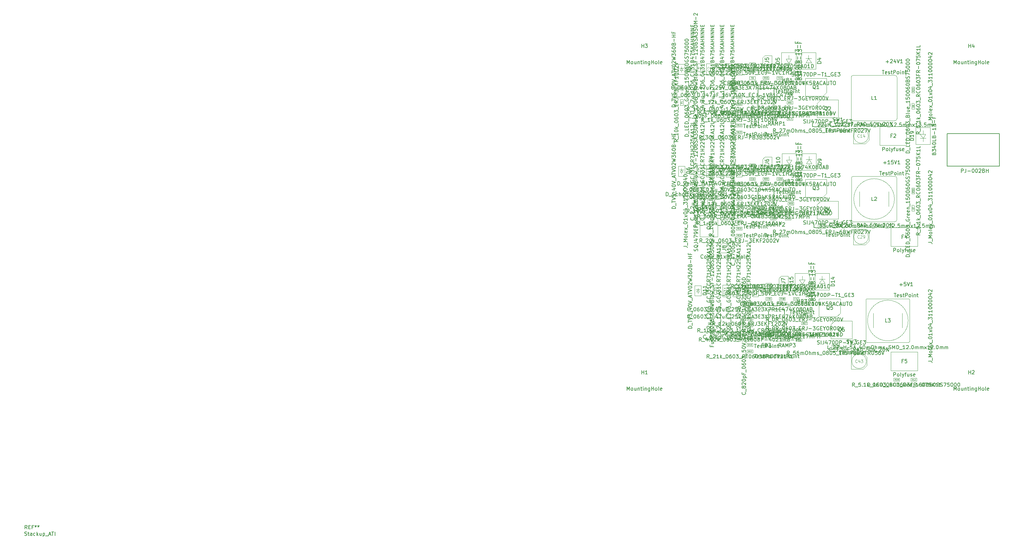
<source format=gbr>
%TF.GenerationSoftware,KiCad,Pcbnew,(6.0.4)*%
%TF.CreationDate,2023-02-06T16:45:10+05:30*%
%TF.ProjectId,CON0100,434f4e30-3130-4302-9e6b-696361645f70,rev?*%
%TF.SameCoordinates,Original*%
%TF.FileFunction,AssemblyDrawing,Top*%
%FSLAX46Y46*%
G04 Gerber Fmt 4.6, Leading zero omitted, Abs format (unit mm)*
G04 Created by KiCad (PCBNEW (6.0.4)) date 2023-02-06 16:45:10*
%MOMM*%
%LPD*%
G01*
G04 APERTURE LIST*
%ADD10C,0.150000*%
%ADD11C,0.060000*%
%ADD12C,0.080000*%
%ADD13C,0.120000*%
%ADD14C,0.100000*%
%ADD15C,0.127000*%
%ADD16C,0.200000*%
G04 APERTURE END LIST*
D10*
%TO.C,REF\u002A\u002A*%
X79484523Y-181994761D02*
X79627380Y-182042380D01*
X79865476Y-182042380D01*
X79960714Y-181994761D01*
X80008333Y-181947142D01*
X80055952Y-181851904D01*
X80055952Y-181756666D01*
X80008333Y-181661428D01*
X79960714Y-181613809D01*
X79865476Y-181566190D01*
X79675000Y-181518571D01*
X79579761Y-181470952D01*
X79532142Y-181423333D01*
X79484523Y-181328095D01*
X79484523Y-181232857D01*
X79532142Y-181137619D01*
X79579761Y-181090000D01*
X79675000Y-181042380D01*
X79913095Y-181042380D01*
X80055952Y-181090000D01*
X80341666Y-181375714D02*
X80722619Y-181375714D01*
X80484523Y-181042380D02*
X80484523Y-181899523D01*
X80532142Y-181994761D01*
X80627380Y-182042380D01*
X80722619Y-182042380D01*
X81484523Y-182042380D02*
X81484523Y-181518571D01*
X81436904Y-181423333D01*
X81341666Y-181375714D01*
X81151190Y-181375714D01*
X81055952Y-181423333D01*
X81484523Y-181994761D02*
X81389285Y-182042380D01*
X81151190Y-182042380D01*
X81055952Y-181994761D01*
X81008333Y-181899523D01*
X81008333Y-181804285D01*
X81055952Y-181709047D01*
X81151190Y-181661428D01*
X81389285Y-181661428D01*
X81484523Y-181613809D01*
X82389285Y-181994761D02*
X82294047Y-182042380D01*
X82103571Y-182042380D01*
X82008333Y-181994761D01*
X81960714Y-181947142D01*
X81913095Y-181851904D01*
X81913095Y-181566190D01*
X81960714Y-181470952D01*
X82008333Y-181423333D01*
X82103571Y-181375714D01*
X82294047Y-181375714D01*
X82389285Y-181423333D01*
X82817857Y-182042380D02*
X82817857Y-181042380D01*
X82913095Y-181661428D02*
X83198809Y-182042380D01*
X83198809Y-181375714D02*
X82817857Y-181756666D01*
X84055952Y-181375714D02*
X84055952Y-182042380D01*
X83627380Y-181375714D02*
X83627380Y-181899523D01*
X83675000Y-181994761D01*
X83770238Y-182042380D01*
X83913095Y-182042380D01*
X84008333Y-181994761D01*
X84055952Y-181947142D01*
X84532142Y-181375714D02*
X84532142Y-182375714D01*
X84532142Y-181423333D02*
X84627380Y-181375714D01*
X84817857Y-181375714D01*
X84913095Y-181423333D01*
X84960714Y-181470952D01*
X85008333Y-181566190D01*
X85008333Y-181851904D01*
X84960714Y-181947142D01*
X84913095Y-181994761D01*
X84817857Y-182042380D01*
X84627380Y-182042380D01*
X84532142Y-181994761D01*
X85198809Y-182137619D02*
X85960714Y-182137619D01*
X86151190Y-181756666D02*
X86627380Y-181756666D01*
X86055952Y-182042380D02*
X86389285Y-181042380D01*
X86722619Y-182042380D01*
X86913095Y-181042380D02*
X87484523Y-181042380D01*
X87198809Y-182042380D02*
X87198809Y-181042380D01*
X87817857Y-182042380D02*
X87817857Y-181042380D01*
X80161666Y-180252380D02*
X79828333Y-179776190D01*
X79590238Y-180252380D02*
X79590238Y-179252380D01*
X79971190Y-179252380D01*
X80066428Y-179300000D01*
X80114047Y-179347619D01*
X80161666Y-179442857D01*
X80161666Y-179585714D01*
X80114047Y-179680952D01*
X80066428Y-179728571D01*
X79971190Y-179776190D01*
X79590238Y-179776190D01*
X80590238Y-179728571D02*
X80923571Y-179728571D01*
X81066428Y-180252380D02*
X80590238Y-180252380D01*
X80590238Y-179252380D01*
X81066428Y-179252380D01*
X81828333Y-179728571D02*
X81495000Y-179728571D01*
X81495000Y-180252380D02*
X81495000Y-179252380D01*
X81971190Y-179252380D01*
X82495000Y-179252380D02*
X82495000Y-179490476D01*
X82256904Y-179395238D02*
X82495000Y-179490476D01*
X82733095Y-179395238D01*
X82352142Y-179680952D02*
X82495000Y-179490476D01*
X82637857Y-179680952D01*
X83256904Y-179252380D02*
X83256904Y-179490476D01*
X83018809Y-179395238D02*
X83256904Y-179490476D01*
X83495000Y-179395238D01*
X83114047Y-179680952D02*
X83256904Y-179490476D01*
X83399761Y-179680952D01*
%TO.C,R2*%
X268969891Y-98833088D02*
X268493701Y-99166421D01*
X268969891Y-99404516D02*
X267969891Y-99404516D01*
X267969891Y-99023564D01*
X268017511Y-98928326D01*
X268065130Y-98880707D01*
X268160368Y-98833088D01*
X268303225Y-98833088D01*
X268398463Y-98880707D01*
X268446082Y-98928326D01*
X268493701Y-99023564D01*
X268493701Y-99404516D01*
X269065130Y-98642612D02*
X269065130Y-97880707D01*
X268969891Y-97118802D02*
X268969891Y-97690231D01*
X268969891Y-97404516D02*
X267969891Y-97404516D01*
X268112749Y-97499754D01*
X268207987Y-97594993D01*
X268255606Y-97690231D01*
X267969891Y-96499754D02*
X267969891Y-96404516D01*
X268017511Y-96309278D01*
X268065130Y-96261659D01*
X268160368Y-96214040D01*
X268350844Y-96166421D01*
X268588939Y-96166421D01*
X268779415Y-96214040D01*
X268874653Y-96261659D01*
X268922272Y-96309278D01*
X268969891Y-96404516D01*
X268969891Y-96499754D01*
X268922272Y-96594993D01*
X268874653Y-96642612D01*
X268779415Y-96690231D01*
X268588939Y-96737850D01*
X268350844Y-96737850D01*
X268160368Y-96690231D01*
X268065130Y-96642612D01*
X268017511Y-96594993D01*
X267969891Y-96499754D01*
X268969891Y-95737850D02*
X267969891Y-95737850D01*
X268588939Y-95642612D02*
X268969891Y-95356897D01*
X268303225Y-95356897D02*
X268684177Y-95737850D01*
X269065130Y-95166421D02*
X269065130Y-94404516D01*
X267969891Y-93975945D02*
X267969891Y-93880707D01*
X268017511Y-93785469D01*
X268065130Y-93737850D01*
X268160368Y-93690231D01*
X268350844Y-93642612D01*
X268588939Y-93642612D01*
X268779415Y-93690231D01*
X268874653Y-93737850D01*
X268922272Y-93785469D01*
X268969891Y-93880707D01*
X268969891Y-93975945D01*
X268922272Y-94071183D01*
X268874653Y-94118802D01*
X268779415Y-94166421D01*
X268588939Y-94214040D01*
X268350844Y-94214040D01*
X268160368Y-94166421D01*
X268065130Y-94118802D01*
X268017511Y-94071183D01*
X267969891Y-93975945D01*
X267969891Y-92785469D02*
X267969891Y-92975945D01*
X268017511Y-93071183D01*
X268065130Y-93118802D01*
X268207987Y-93214040D01*
X268398463Y-93261659D01*
X268779415Y-93261659D01*
X268874653Y-93214040D01*
X268922272Y-93166421D01*
X268969891Y-93071183D01*
X268969891Y-92880707D01*
X268922272Y-92785469D01*
X268874653Y-92737850D01*
X268779415Y-92690231D01*
X268541320Y-92690231D01*
X268446082Y-92737850D01*
X268398463Y-92785469D01*
X268350844Y-92880707D01*
X268350844Y-93071183D01*
X268398463Y-93166421D01*
X268446082Y-93214040D01*
X268541320Y-93261659D01*
X267969891Y-92071183D02*
X267969891Y-91975945D01*
X268017511Y-91880707D01*
X268065130Y-91833088D01*
X268160368Y-91785469D01*
X268350844Y-91737850D01*
X268588939Y-91737850D01*
X268779415Y-91785469D01*
X268874653Y-91833088D01*
X268922272Y-91880707D01*
X268969891Y-91975945D01*
X268969891Y-92071183D01*
X268922272Y-92166421D01*
X268874653Y-92214040D01*
X268779415Y-92261659D01*
X268588939Y-92309278D01*
X268350844Y-92309278D01*
X268160368Y-92261659D01*
X268065130Y-92214040D01*
X268017511Y-92166421D01*
X267969891Y-92071183D01*
X267969891Y-91404516D02*
X267969891Y-90785469D01*
X268350844Y-91118802D01*
X268350844Y-90975945D01*
X268398463Y-90880707D01*
X268446082Y-90833088D01*
X268541320Y-90785469D01*
X268779415Y-90785469D01*
X268874653Y-90833088D01*
X268922272Y-90880707D01*
X268969891Y-90975945D01*
X268969891Y-91261659D01*
X268922272Y-91356897D01*
X268874653Y-91404516D01*
X269065130Y-90594993D02*
X269065130Y-89833088D01*
X268446082Y-89594993D02*
X268446082Y-89261659D01*
X268969891Y-89118802D02*
X268969891Y-89594993D01*
X267969891Y-89594993D01*
X267969891Y-89118802D01*
X268969891Y-88118802D02*
X268493701Y-88452135D01*
X268969891Y-88690231D02*
X267969891Y-88690231D01*
X267969891Y-88309278D01*
X268017511Y-88214040D01*
X268065130Y-88166421D01*
X268160368Y-88118802D01*
X268303225Y-88118802D01*
X268398463Y-88166421D01*
X268446082Y-88214040D01*
X268493701Y-88309278D01*
X268493701Y-88690231D01*
X267969891Y-87404516D02*
X268684177Y-87404516D01*
X268827034Y-87452135D01*
X268922272Y-87547373D01*
X268969891Y-87690231D01*
X268969891Y-87785469D01*
X268588939Y-86928326D02*
X268588939Y-86166421D01*
X267969891Y-85785469D02*
X267969891Y-85166421D01*
X268350844Y-85499754D01*
X268350844Y-85356897D01*
X268398463Y-85261659D01*
X268446082Y-85214040D01*
X268541320Y-85166421D01*
X268779415Y-85166421D01*
X268874653Y-85214040D01*
X268922272Y-85261659D01*
X268969891Y-85356897D01*
X268969891Y-85642612D01*
X268922272Y-85737850D01*
X268874653Y-85785469D01*
X268446082Y-84737850D02*
X268446082Y-84404516D01*
X268969891Y-84261659D02*
X268969891Y-84737850D01*
X267969891Y-84737850D01*
X267969891Y-84261659D01*
X268969891Y-83833088D02*
X267969891Y-83833088D01*
X268969891Y-83261659D02*
X268398463Y-83690231D01*
X267969891Y-83261659D02*
X268541320Y-83833088D01*
X268446082Y-82499754D02*
X268446082Y-82833088D01*
X268969891Y-82833088D02*
X267969891Y-82833088D01*
X267969891Y-82356897D01*
X268969891Y-81452135D02*
X268969891Y-82023564D01*
X268969891Y-81737850D02*
X267969891Y-81737850D01*
X268112749Y-81833088D01*
X268207987Y-81928326D01*
X268255606Y-82023564D01*
X267969891Y-80833088D02*
X267969891Y-80737850D01*
X268017511Y-80642612D01*
X268065130Y-80594993D01*
X268160368Y-80547373D01*
X268350844Y-80499754D01*
X268588939Y-80499754D01*
X268779415Y-80547373D01*
X268874653Y-80594993D01*
X268922272Y-80642612D01*
X268969891Y-80737850D01*
X268969891Y-80833088D01*
X268922272Y-80928326D01*
X268874653Y-80975945D01*
X268779415Y-81023564D01*
X268588939Y-81071183D01*
X268350844Y-81071183D01*
X268160368Y-81023564D01*
X268065130Y-80975945D01*
X268017511Y-80928326D01*
X267969891Y-80833088D01*
X267969891Y-79880707D02*
X267969891Y-79785469D01*
X268017511Y-79690231D01*
X268065130Y-79642612D01*
X268160368Y-79594993D01*
X268350844Y-79547373D01*
X268588939Y-79547373D01*
X268779415Y-79594993D01*
X268874653Y-79642612D01*
X268922272Y-79690231D01*
X268969891Y-79785469D01*
X268969891Y-79880707D01*
X268922272Y-79975945D01*
X268874653Y-80023564D01*
X268779415Y-80071183D01*
X268588939Y-80118802D01*
X268350844Y-80118802D01*
X268160368Y-80071183D01*
X268065130Y-80023564D01*
X268017511Y-79975945D01*
X267969891Y-79880707D01*
X268065130Y-79166421D02*
X268017511Y-79118802D01*
X267969891Y-79023564D01*
X267969891Y-78785469D01*
X268017511Y-78690231D01*
X268065130Y-78642612D01*
X268160368Y-78594993D01*
X268255606Y-78594993D01*
X268398463Y-78642612D01*
X268969891Y-79214040D01*
X268969891Y-78594993D01*
X267969891Y-78309278D02*
X268969891Y-77975945D01*
X267969891Y-77642612D01*
D11*
X270128463Y-88661659D02*
X269937987Y-88794993D01*
X270128463Y-88890231D02*
X269728463Y-88890231D01*
X269728463Y-88737850D01*
X269747511Y-88699754D01*
X269766558Y-88680707D01*
X269804653Y-88661659D01*
X269861796Y-88661659D01*
X269899891Y-88680707D01*
X269918939Y-88699754D01*
X269937987Y-88737850D01*
X269937987Y-88890231D01*
X269766558Y-88509278D02*
X269747511Y-88490231D01*
X269728463Y-88452135D01*
X269728463Y-88356897D01*
X269747511Y-88318802D01*
X269766558Y-88299754D01*
X269804653Y-88280707D01*
X269842749Y-88280707D01*
X269899891Y-88299754D01*
X270128463Y-88528326D01*
X270128463Y-88280707D01*
D10*
%TO.C,R1*%
X259394891Y-72875588D02*
X258918701Y-73208921D01*
X259394891Y-73447016D02*
X258394891Y-73447016D01*
X258394891Y-73066064D01*
X258442511Y-72970826D01*
X258490130Y-72923207D01*
X258585368Y-72875588D01*
X258728225Y-72875588D01*
X258823463Y-72923207D01*
X258871082Y-72970826D01*
X258918701Y-73066064D01*
X258918701Y-73447016D01*
X259490130Y-72685112D02*
X259490130Y-71923207D01*
X259394891Y-71161302D02*
X259394891Y-71732731D01*
X259394891Y-71447016D02*
X258394891Y-71447016D01*
X258537749Y-71542254D01*
X258632987Y-71637493D01*
X258680606Y-71732731D01*
X258394891Y-70542254D02*
X258394891Y-70447016D01*
X258442511Y-70351778D01*
X258490130Y-70304159D01*
X258585368Y-70256540D01*
X258775844Y-70208921D01*
X259013939Y-70208921D01*
X259204415Y-70256540D01*
X259299653Y-70304159D01*
X259347272Y-70351778D01*
X259394891Y-70447016D01*
X259394891Y-70542254D01*
X259347272Y-70637493D01*
X259299653Y-70685112D01*
X259204415Y-70732731D01*
X259013939Y-70780350D01*
X258775844Y-70780350D01*
X258585368Y-70732731D01*
X258490130Y-70685112D01*
X258442511Y-70637493D01*
X258394891Y-70542254D01*
X259394891Y-69780350D02*
X258394891Y-69780350D01*
X259013939Y-69685112D02*
X259394891Y-69399397D01*
X258728225Y-69399397D02*
X259109177Y-69780350D01*
X259490130Y-69208921D02*
X259490130Y-68447016D01*
X258394891Y-68018445D02*
X258394891Y-67923207D01*
X258442511Y-67827969D01*
X258490130Y-67780350D01*
X258585368Y-67732731D01*
X258775844Y-67685112D01*
X259013939Y-67685112D01*
X259204415Y-67732731D01*
X259299653Y-67780350D01*
X259347272Y-67827969D01*
X259394891Y-67923207D01*
X259394891Y-68018445D01*
X259347272Y-68113683D01*
X259299653Y-68161302D01*
X259204415Y-68208921D01*
X259013939Y-68256540D01*
X258775844Y-68256540D01*
X258585368Y-68208921D01*
X258490130Y-68161302D01*
X258442511Y-68113683D01*
X258394891Y-68018445D01*
X258394891Y-66827969D02*
X258394891Y-67018445D01*
X258442511Y-67113683D01*
X258490130Y-67161302D01*
X258632987Y-67256540D01*
X258823463Y-67304159D01*
X259204415Y-67304159D01*
X259299653Y-67256540D01*
X259347272Y-67208921D01*
X259394891Y-67113683D01*
X259394891Y-66923207D01*
X259347272Y-66827969D01*
X259299653Y-66780350D01*
X259204415Y-66732731D01*
X258966320Y-66732731D01*
X258871082Y-66780350D01*
X258823463Y-66827969D01*
X258775844Y-66923207D01*
X258775844Y-67113683D01*
X258823463Y-67208921D01*
X258871082Y-67256540D01*
X258966320Y-67304159D01*
X258394891Y-66113683D02*
X258394891Y-66018445D01*
X258442511Y-65923207D01*
X258490130Y-65875588D01*
X258585368Y-65827969D01*
X258775844Y-65780350D01*
X259013939Y-65780350D01*
X259204415Y-65827969D01*
X259299653Y-65875588D01*
X259347272Y-65923207D01*
X259394891Y-66018445D01*
X259394891Y-66113683D01*
X259347272Y-66208921D01*
X259299653Y-66256540D01*
X259204415Y-66304159D01*
X259013939Y-66351778D01*
X258775844Y-66351778D01*
X258585368Y-66304159D01*
X258490130Y-66256540D01*
X258442511Y-66208921D01*
X258394891Y-66113683D01*
X258394891Y-65447016D02*
X258394891Y-64827969D01*
X258775844Y-65161302D01*
X258775844Y-65018445D01*
X258823463Y-64923207D01*
X258871082Y-64875588D01*
X258966320Y-64827969D01*
X259204415Y-64827969D01*
X259299653Y-64875588D01*
X259347272Y-64923207D01*
X259394891Y-65018445D01*
X259394891Y-65304159D01*
X259347272Y-65399397D01*
X259299653Y-65447016D01*
X259490130Y-64637493D02*
X259490130Y-63875588D01*
X258871082Y-63637493D02*
X258871082Y-63304159D01*
X259394891Y-63161302D02*
X259394891Y-63637493D01*
X258394891Y-63637493D01*
X258394891Y-63161302D01*
X259394891Y-62161302D02*
X258918701Y-62494635D01*
X259394891Y-62732731D02*
X258394891Y-62732731D01*
X258394891Y-62351778D01*
X258442511Y-62256540D01*
X258490130Y-62208921D01*
X258585368Y-62161302D01*
X258728225Y-62161302D01*
X258823463Y-62208921D01*
X258871082Y-62256540D01*
X258918701Y-62351778D01*
X258918701Y-62732731D01*
X258394891Y-61447016D02*
X259109177Y-61447016D01*
X259252034Y-61494635D01*
X259347272Y-61589873D01*
X259394891Y-61732731D01*
X259394891Y-61827969D01*
X259013939Y-60970826D02*
X259013939Y-60208921D01*
X258394891Y-59827969D02*
X258394891Y-59208921D01*
X258775844Y-59542254D01*
X258775844Y-59399397D01*
X258823463Y-59304159D01*
X258871082Y-59256540D01*
X258966320Y-59208921D01*
X259204415Y-59208921D01*
X259299653Y-59256540D01*
X259347272Y-59304159D01*
X259394891Y-59399397D01*
X259394891Y-59685112D01*
X259347272Y-59780350D01*
X259299653Y-59827969D01*
X258871082Y-58780350D02*
X258871082Y-58447016D01*
X259394891Y-58304159D02*
X259394891Y-58780350D01*
X258394891Y-58780350D01*
X258394891Y-58304159D01*
X259394891Y-57875588D02*
X258394891Y-57875588D01*
X259394891Y-57304159D02*
X258823463Y-57732731D01*
X258394891Y-57304159D02*
X258966320Y-57875588D01*
X258871082Y-56542254D02*
X258871082Y-56875588D01*
X259394891Y-56875588D02*
X258394891Y-56875588D01*
X258394891Y-56399397D01*
X259394891Y-55494635D02*
X259394891Y-56066064D01*
X259394891Y-55780350D02*
X258394891Y-55780350D01*
X258537749Y-55875588D01*
X258632987Y-55970826D01*
X258680606Y-56066064D01*
X258394891Y-54875588D02*
X258394891Y-54780350D01*
X258442511Y-54685112D01*
X258490130Y-54637493D01*
X258585368Y-54589873D01*
X258775844Y-54542254D01*
X259013939Y-54542254D01*
X259204415Y-54589873D01*
X259299653Y-54637493D01*
X259347272Y-54685112D01*
X259394891Y-54780350D01*
X259394891Y-54875588D01*
X259347272Y-54970826D01*
X259299653Y-55018445D01*
X259204415Y-55066064D01*
X259013939Y-55113683D01*
X258775844Y-55113683D01*
X258585368Y-55066064D01*
X258490130Y-55018445D01*
X258442511Y-54970826D01*
X258394891Y-54875588D01*
X258394891Y-53923207D02*
X258394891Y-53827969D01*
X258442511Y-53732731D01*
X258490130Y-53685112D01*
X258585368Y-53637493D01*
X258775844Y-53589873D01*
X259013939Y-53589873D01*
X259204415Y-53637493D01*
X259299653Y-53685112D01*
X259347272Y-53732731D01*
X259394891Y-53827969D01*
X259394891Y-53923207D01*
X259347272Y-54018445D01*
X259299653Y-54066064D01*
X259204415Y-54113683D01*
X259013939Y-54161302D01*
X258775844Y-54161302D01*
X258585368Y-54113683D01*
X258490130Y-54066064D01*
X258442511Y-54018445D01*
X258394891Y-53923207D01*
X258490130Y-53208921D02*
X258442511Y-53161302D01*
X258394891Y-53066064D01*
X258394891Y-52827969D01*
X258442511Y-52732731D01*
X258490130Y-52685112D01*
X258585368Y-52637493D01*
X258680606Y-52637493D01*
X258823463Y-52685112D01*
X259394891Y-53256540D01*
X259394891Y-52637493D01*
X258394891Y-52351778D02*
X259394891Y-52018445D01*
X258394891Y-51685112D01*
D11*
X260553463Y-62704159D02*
X260362987Y-62837493D01*
X260553463Y-62932731D02*
X260153463Y-62932731D01*
X260153463Y-62780350D01*
X260172511Y-62742254D01*
X260191558Y-62723207D01*
X260229653Y-62704159D01*
X260286796Y-62704159D01*
X260324891Y-62723207D01*
X260343939Y-62742254D01*
X260362987Y-62780350D01*
X260362987Y-62932731D01*
X260553463Y-62323207D02*
X260553463Y-62551778D01*
X260553463Y-62437493D02*
X260153463Y-62437493D01*
X260210606Y-62475588D01*
X260248701Y-62513683D01*
X260267749Y-62551778D01*
D10*
%TO.C,Q7*%
X264767272Y-103622135D02*
X264814891Y-103479278D01*
X264814891Y-103241183D01*
X264767272Y-103145945D01*
X264719653Y-103098326D01*
X264624415Y-103050707D01*
X264529177Y-103050707D01*
X264433939Y-103098326D01*
X264386320Y-103145945D01*
X264338701Y-103241183D01*
X264291082Y-103431659D01*
X264243463Y-103526897D01*
X264195844Y-103574516D01*
X264100606Y-103622135D01*
X264005368Y-103622135D01*
X263910130Y-103574516D01*
X263862511Y-103526897D01*
X263814891Y-103431659D01*
X263814891Y-103193564D01*
X263862511Y-103050707D01*
X264910130Y-101955469D02*
X264862511Y-102050707D01*
X264767272Y-102145945D01*
X264624415Y-102288802D01*
X264576796Y-102384040D01*
X264576796Y-102479278D01*
X264814891Y-102431659D02*
X264767272Y-102526897D01*
X264672034Y-102622135D01*
X264481558Y-102669754D01*
X264148225Y-102669754D01*
X263957749Y-102622135D01*
X263862511Y-102526897D01*
X263814891Y-102431659D01*
X263814891Y-102241183D01*
X263862511Y-102145945D01*
X263957749Y-102050707D01*
X264148225Y-102003088D01*
X264481558Y-102003088D01*
X264672034Y-102050707D01*
X264767272Y-102145945D01*
X264814891Y-102241183D01*
X264814891Y-102431659D01*
X263814891Y-101288802D02*
X264529177Y-101288802D01*
X264672034Y-101336421D01*
X264767272Y-101431659D01*
X264814891Y-101574516D01*
X264814891Y-101669754D01*
X264148225Y-100384040D02*
X264814891Y-100384040D01*
X263767272Y-100622135D02*
X264481558Y-100860231D01*
X264481558Y-100241183D01*
X263814891Y-99955469D02*
X263814891Y-99288802D01*
X264814891Y-99717373D01*
X264814891Y-98860231D02*
X264814891Y-98669754D01*
X264767272Y-98574516D01*
X264719653Y-98526897D01*
X264576796Y-98431659D01*
X264386320Y-98384040D01*
X264005368Y-98384040D01*
X263910130Y-98431659D01*
X263862511Y-98479278D01*
X263814891Y-98574516D01*
X263814891Y-98764993D01*
X263862511Y-98860231D01*
X263910130Y-98907850D01*
X264005368Y-98955469D01*
X264243463Y-98955469D01*
X264338701Y-98907850D01*
X264386320Y-98860231D01*
X264433939Y-98764993D01*
X264433939Y-98574516D01*
X264386320Y-98479278D01*
X264338701Y-98431659D01*
X264243463Y-98384040D01*
X264291082Y-97955469D02*
X264291082Y-97622135D01*
X264814891Y-97479278D02*
X264814891Y-97955469D01*
X263814891Y-97955469D01*
X263814891Y-97479278D01*
X264814891Y-97050707D02*
X263814891Y-97050707D01*
X263814891Y-96669754D01*
X263862511Y-96574516D01*
X263910130Y-96526897D01*
X264005368Y-96479278D01*
X264148225Y-96479278D01*
X264243463Y-96526897D01*
X264291082Y-96574516D01*
X264338701Y-96669754D01*
X264338701Y-97050707D01*
X264433939Y-96050707D02*
X264433939Y-95288802D01*
X263814891Y-94955469D02*
X263814891Y-94384040D01*
X264814891Y-94669754D02*
X263814891Y-94669754D01*
X264814891Y-93526897D02*
X264814891Y-94098326D01*
X264814891Y-93812612D02*
X263814891Y-93812612D01*
X263957749Y-93907850D01*
X264052987Y-94003088D01*
X264100606Y-94098326D01*
X264910130Y-93336421D02*
X264910130Y-92574516D01*
X263862511Y-91812612D02*
X263814891Y-91907850D01*
X263814891Y-92050707D01*
X263862511Y-92193564D01*
X263957749Y-92288802D01*
X264052987Y-92336421D01*
X264243463Y-92384040D01*
X264386320Y-92384040D01*
X264576796Y-92336421D01*
X264672034Y-92288802D01*
X264767272Y-92193564D01*
X264814891Y-92050707D01*
X264814891Y-91955469D01*
X264767272Y-91812612D01*
X264719653Y-91764993D01*
X264386320Y-91764993D01*
X264386320Y-91955469D01*
X264291082Y-91336421D02*
X264291082Y-91003088D01*
X264814891Y-90860231D02*
X264814891Y-91336421D01*
X263814891Y-91336421D01*
X263814891Y-90860231D01*
X263814891Y-90526897D02*
X263814891Y-89907850D01*
X264195844Y-90241183D01*
X264195844Y-90098326D01*
X264243463Y-90003088D01*
X264291082Y-89955469D01*
X264386320Y-89907850D01*
X264624415Y-89907850D01*
X264719653Y-89955469D01*
X264767272Y-90003088D01*
X264814891Y-90098326D01*
X264814891Y-90384040D01*
X264767272Y-90479278D01*
X264719653Y-90526897D01*
X268410130Y-96860231D02*
X268362511Y-96955469D01*
X268267272Y-97050707D01*
X268124415Y-97193564D01*
X268076796Y-97288802D01*
X268076796Y-97384040D01*
X268314891Y-97336421D02*
X268267272Y-97431659D01*
X268172034Y-97526897D01*
X267981558Y-97574516D01*
X267648225Y-97574516D01*
X267457749Y-97526897D01*
X267362511Y-97431659D01*
X267314891Y-97336421D01*
X267314891Y-97145945D01*
X267362511Y-97050707D01*
X267457749Y-96955469D01*
X267648225Y-96907850D01*
X267981558Y-96907850D01*
X268172034Y-96955469D01*
X268267272Y-97050707D01*
X268314891Y-97145945D01*
X268314891Y-97336421D01*
X267314891Y-96574516D02*
X267314891Y-95907850D01*
X268314891Y-96336421D01*
%TO.C,D13*%
X256123701Y-88447373D02*
X256123701Y-87447373D01*
X256361796Y-87447373D01*
X256504653Y-87494993D01*
X256599891Y-87590231D01*
X256647511Y-87685469D01*
X256695130Y-87875945D01*
X256695130Y-88018802D01*
X256647511Y-88209278D01*
X256599891Y-88304516D01*
X256504653Y-88399754D01*
X256361796Y-88447373D01*
X256123701Y-88447373D01*
X256885606Y-88542612D02*
X257647511Y-88542612D01*
X257837987Y-88399754D02*
X257980844Y-88447373D01*
X258218939Y-88447373D01*
X258314177Y-88399754D01*
X258361796Y-88352135D01*
X258409415Y-88256897D01*
X258409415Y-88161659D01*
X258361796Y-88066421D01*
X258314177Y-88018802D01*
X258218939Y-87971183D01*
X258028463Y-87923564D01*
X257933225Y-87875945D01*
X257885606Y-87828326D01*
X257837987Y-87733088D01*
X257837987Y-87637850D01*
X257885606Y-87542612D01*
X257933225Y-87494993D01*
X258028463Y-87447373D01*
X258266558Y-87447373D01*
X258409415Y-87494993D01*
X259266558Y-88399754D02*
X259171320Y-88447373D01*
X258980844Y-88447373D01*
X258885606Y-88399754D01*
X258837987Y-88352135D01*
X258790368Y-88256897D01*
X258790368Y-87971183D01*
X258837987Y-87875945D01*
X258885606Y-87828326D01*
X258980844Y-87780707D01*
X259171320Y-87780707D01*
X259266558Y-87828326D01*
X259695130Y-88447373D02*
X259695130Y-87447373D01*
X260123701Y-88447373D02*
X260123701Y-87923564D01*
X260076082Y-87828326D01*
X259980844Y-87780707D01*
X259837987Y-87780707D01*
X259742749Y-87828326D01*
X259695130Y-87875945D01*
X260742749Y-88447373D02*
X260647511Y-88399754D01*
X260599891Y-88352135D01*
X260552272Y-88256897D01*
X260552272Y-87971183D01*
X260599891Y-87875945D01*
X260647511Y-87828326D01*
X260742749Y-87780707D01*
X260885606Y-87780707D01*
X260980844Y-87828326D01*
X261028463Y-87875945D01*
X261076082Y-87971183D01*
X261076082Y-88256897D01*
X261028463Y-88352135D01*
X260980844Y-88399754D01*
X260885606Y-88447373D01*
X260742749Y-88447373D01*
X261361796Y-87780707D02*
X261742749Y-87780707D01*
X261504653Y-87447373D02*
X261504653Y-88304516D01*
X261552272Y-88399754D01*
X261647511Y-88447373D01*
X261742749Y-88447373D01*
X261933225Y-87780707D02*
X262314177Y-87780707D01*
X262076082Y-87447373D02*
X262076082Y-88304516D01*
X262123701Y-88399754D01*
X262218939Y-88447373D01*
X262314177Y-88447373D01*
X262647510Y-88447373D02*
X262647510Y-87447373D01*
X262742749Y-88066421D02*
X263028463Y-88447373D01*
X263028463Y-87780707D02*
X262647510Y-88161659D01*
X263361796Y-87780707D02*
X263599891Y-88447373D01*
X263837987Y-87780707D02*
X263599891Y-88447373D01*
X263504653Y-88685469D01*
X263457034Y-88733088D01*
X263361796Y-88780707D01*
X263980844Y-88542612D02*
X264742749Y-88542612D01*
X265314177Y-87923564D02*
X265457034Y-87971183D01*
X265504653Y-88018802D01*
X265552272Y-88114040D01*
X265552272Y-88256897D01*
X265504653Y-88352135D01*
X265457034Y-88399754D01*
X265361796Y-88447373D01*
X264980844Y-88447373D01*
X264980844Y-87447373D01*
X265314177Y-87447373D01*
X265409415Y-87494993D01*
X265457034Y-87542612D01*
X265504653Y-87637850D01*
X265504653Y-87733088D01*
X265457034Y-87828326D01*
X265409415Y-87875945D01*
X265314177Y-87923564D01*
X264980844Y-87923564D01*
X265885606Y-87447373D02*
X266552272Y-87447373D01*
X265885606Y-88447373D01*
X266552272Y-88447373D01*
X266790368Y-87447373D02*
X267361796Y-87447373D01*
X267076082Y-88447373D02*
X267076082Y-87447373D01*
X268171320Y-87447373D02*
X267695130Y-87447373D01*
X267647510Y-87923564D01*
X267695130Y-87875945D01*
X267790368Y-87828326D01*
X268028463Y-87828326D01*
X268123701Y-87875945D01*
X268171320Y-87923564D01*
X268218939Y-88018802D01*
X268218939Y-88256897D01*
X268171320Y-88352135D01*
X268123701Y-88399754D01*
X268028463Y-88447373D01*
X267790368Y-88447373D01*
X267695130Y-88399754D01*
X267647510Y-88352135D01*
X268599891Y-87542612D02*
X268647511Y-87494993D01*
X268742749Y-87447373D01*
X268980844Y-87447373D01*
X269076082Y-87494993D01*
X269123701Y-87542612D01*
X269171320Y-87637850D01*
X269171320Y-87733088D01*
X269123701Y-87875945D01*
X268552272Y-88447373D01*
X269171320Y-88447373D01*
X270171320Y-88352135D02*
X270123701Y-88399754D01*
X269980844Y-88447373D01*
X269885606Y-88447373D01*
X269742749Y-88399754D01*
X269647511Y-88304516D01*
X269599891Y-88209278D01*
X269552272Y-88018802D01*
X269552272Y-87875945D01*
X269599891Y-87685469D01*
X269647511Y-87590231D01*
X269742749Y-87494993D01*
X269885606Y-87447373D01*
X269980844Y-87447373D01*
X270123701Y-87494993D01*
X270171320Y-87542612D01*
X270647511Y-88447373D02*
X270837987Y-88447373D01*
X270933225Y-88399754D01*
X270980844Y-88352135D01*
X271076082Y-88209278D01*
X271123701Y-88018802D01*
X271123701Y-87637850D01*
X271076082Y-87542612D01*
X271028463Y-87494993D01*
X270933225Y-87447373D01*
X270742749Y-87447373D01*
X270647511Y-87494993D01*
X270599891Y-87542612D01*
X270552272Y-87637850D01*
X270552272Y-87875945D01*
X270599891Y-87971183D01*
X270647511Y-88018802D01*
X270742749Y-88066421D01*
X270933225Y-88066421D01*
X271028463Y-88018802D01*
X271076082Y-87971183D01*
X271123701Y-87875945D01*
X271409415Y-87447373D02*
X271742749Y-88447373D01*
X272076082Y-87447373D01*
X272933225Y-88447373D02*
X272361796Y-88447373D01*
X272647511Y-88447373D02*
X272647511Y-87447373D01*
X272552272Y-87590231D01*
X272457034Y-87685469D01*
X272361796Y-87733088D01*
X273361796Y-88066421D02*
X274123701Y-88066421D01*
X274504653Y-87447373D02*
X274742749Y-88447373D01*
X274933225Y-87733088D01*
X275123701Y-88447373D01*
X275361796Y-87447373D01*
X275742749Y-87923564D02*
X276076082Y-87923564D01*
X276218939Y-88447373D02*
X275742749Y-88447373D01*
X275742749Y-87447373D01*
X276218939Y-87447373D01*
X264933225Y-92547373D02*
X264933225Y-91547373D01*
X265171320Y-91547373D01*
X265314177Y-91594993D01*
X265409415Y-91690231D01*
X265457034Y-91785469D01*
X265504653Y-91975945D01*
X265504653Y-92118802D01*
X265457034Y-92309278D01*
X265409415Y-92404516D01*
X265314177Y-92499754D01*
X265171320Y-92547373D01*
X264933225Y-92547373D01*
X266457034Y-92547373D02*
X265885606Y-92547373D01*
X266171320Y-92547373D02*
X266171320Y-91547373D01*
X266076082Y-91690231D01*
X265980844Y-91785469D01*
X265885606Y-91833088D01*
X266790368Y-91547373D02*
X267409415Y-91547373D01*
X267076082Y-91928326D01*
X267218939Y-91928326D01*
X267314177Y-91975945D01*
X267361796Y-92023564D01*
X267409415Y-92118802D01*
X267409415Y-92356897D01*
X267361796Y-92452135D01*
X267314177Y-92499754D01*
X267218939Y-92547373D01*
X266933225Y-92547373D01*
X266837987Y-92499754D01*
X266790368Y-92452135D01*
%TO.C,D12*%
X311619653Y-140977373D02*
X311619653Y-139977373D01*
X311857749Y-139977373D01*
X312000606Y-140024993D01*
X312095844Y-140120231D01*
X312143463Y-140215469D01*
X312191082Y-140405945D01*
X312191082Y-140548802D01*
X312143463Y-140739278D01*
X312095844Y-140834516D01*
X312000606Y-140929754D01*
X311857749Y-140977373D01*
X311619653Y-140977373D01*
X312381558Y-141072612D02*
X313143463Y-141072612D01*
X313857749Y-140977373D02*
X313381558Y-140977373D01*
X313381558Y-139977373D01*
X314191082Y-140453564D02*
X314524415Y-140453564D01*
X314667272Y-140977373D02*
X314191082Y-140977373D01*
X314191082Y-139977373D01*
X314667272Y-139977373D01*
X315095844Y-140977373D02*
X315095844Y-139977373D01*
X315333939Y-139977373D01*
X315476796Y-140024993D01*
X315572034Y-140120231D01*
X315619653Y-140215469D01*
X315667272Y-140405945D01*
X315667272Y-140548802D01*
X315619653Y-140739278D01*
X315572034Y-140834516D01*
X315476796Y-140929754D01*
X315333939Y-140977373D01*
X315095844Y-140977373D01*
X315857749Y-141072612D02*
X316619653Y-141072612D01*
X317048225Y-139977373D02*
X317143463Y-139977373D01*
X317238701Y-140024993D01*
X317286320Y-140072612D01*
X317333939Y-140167850D01*
X317381558Y-140358326D01*
X317381558Y-140596421D01*
X317333939Y-140786897D01*
X317286320Y-140882135D01*
X317238701Y-140929754D01*
X317143463Y-140977373D01*
X317048225Y-140977373D01*
X316952987Y-140929754D01*
X316905368Y-140882135D01*
X316857749Y-140786897D01*
X316810130Y-140596421D01*
X316810130Y-140358326D01*
X316857749Y-140167850D01*
X316905368Y-140072612D01*
X316952987Y-140024993D01*
X317048225Y-139977373D01*
X318238701Y-139977373D02*
X318048225Y-139977373D01*
X317952987Y-140024993D01*
X317905368Y-140072612D01*
X317810130Y-140215469D01*
X317762511Y-140405945D01*
X317762511Y-140786897D01*
X317810130Y-140882135D01*
X317857749Y-140929754D01*
X317952987Y-140977373D01*
X318143463Y-140977373D01*
X318238701Y-140929754D01*
X318286320Y-140882135D01*
X318333939Y-140786897D01*
X318333939Y-140548802D01*
X318286320Y-140453564D01*
X318238701Y-140405945D01*
X318143463Y-140358326D01*
X317952987Y-140358326D01*
X317857749Y-140405945D01*
X317810130Y-140453564D01*
X317762511Y-140548802D01*
X318952987Y-139977373D02*
X319048225Y-139977373D01*
X319143463Y-140024993D01*
X319191082Y-140072612D01*
X319238701Y-140167850D01*
X319286320Y-140358326D01*
X319286320Y-140596421D01*
X319238701Y-140786897D01*
X319191082Y-140882135D01*
X319143463Y-140929754D01*
X319048225Y-140977373D01*
X318952987Y-140977373D01*
X318857749Y-140929754D01*
X318810130Y-140882135D01*
X318762511Y-140786897D01*
X318714891Y-140596421D01*
X318714891Y-140358326D01*
X318762511Y-140167850D01*
X318810130Y-140072612D01*
X318857749Y-140024993D01*
X318952987Y-139977373D01*
X319619653Y-139977373D02*
X320238701Y-139977373D01*
X319905368Y-140358326D01*
X320048225Y-140358326D01*
X320143463Y-140405945D01*
X320191082Y-140453564D01*
X320238701Y-140548802D01*
X320238701Y-140786897D01*
X320191082Y-140882135D01*
X320143463Y-140929754D01*
X320048225Y-140977373D01*
X319762511Y-140977373D01*
X319667272Y-140929754D01*
X319619653Y-140882135D01*
X320429177Y-141072612D02*
X321191082Y-141072612D01*
X322000606Y-140977373D02*
X321667272Y-140501183D01*
X321429177Y-140977373D02*
X321429177Y-139977373D01*
X321810130Y-139977373D01*
X321905368Y-140024993D01*
X321952987Y-140072612D01*
X322000606Y-140167850D01*
X322000606Y-140310707D01*
X321952987Y-140405945D01*
X321905368Y-140453564D01*
X321810130Y-140501183D01*
X321429177Y-140501183D01*
X322810130Y-140929754D02*
X322714891Y-140977373D01*
X322524415Y-140977373D01*
X322429177Y-140929754D01*
X322381558Y-140834516D01*
X322381558Y-140453564D01*
X322429177Y-140358326D01*
X322524415Y-140310707D01*
X322714891Y-140310707D01*
X322810130Y-140358326D01*
X322857749Y-140453564D01*
X322857749Y-140548802D01*
X322381558Y-140644040D01*
X323714891Y-140977373D02*
X323714891Y-139977373D01*
X323714891Y-140929754D02*
X323619653Y-140977373D01*
X323429177Y-140977373D01*
X323333939Y-140929754D01*
X323286320Y-140882135D01*
X323238701Y-140786897D01*
X323238701Y-140501183D01*
X323286320Y-140405945D01*
X323333939Y-140358326D01*
X323429177Y-140310707D01*
X323619653Y-140310707D01*
X323714891Y-140358326D01*
X323952987Y-141072612D02*
X324714891Y-141072612D01*
X325476796Y-140977373D02*
X324905368Y-140977373D01*
X325191082Y-140977373D02*
X325191082Y-139977373D01*
X325095844Y-140120231D01*
X325000606Y-140215469D01*
X324905368Y-140263088D01*
X326381558Y-139977373D02*
X325905368Y-139977373D01*
X325857749Y-140453564D01*
X325905368Y-140405945D01*
X326000606Y-140358326D01*
X326238701Y-140358326D01*
X326333939Y-140405945D01*
X326381558Y-140453564D01*
X326429177Y-140548802D01*
X326429177Y-140786897D01*
X326381558Y-140882135D01*
X326333939Y-140929754D01*
X326238701Y-140977373D01*
X326000606Y-140977373D01*
X325905368Y-140929754D01*
X325857749Y-140882135D01*
X327048225Y-139977373D02*
X327143463Y-139977373D01*
X327238701Y-140024993D01*
X327286320Y-140072612D01*
X327333939Y-140167850D01*
X327381558Y-140358326D01*
X327381558Y-140596421D01*
X327333939Y-140786897D01*
X327286320Y-140882135D01*
X327238701Y-140929754D01*
X327143463Y-140977373D01*
X327048225Y-140977373D01*
X326952987Y-140929754D01*
X326905368Y-140882135D01*
X326857749Y-140786897D01*
X326810130Y-140596421D01*
X326810130Y-140358326D01*
X326857749Y-140167850D01*
X326905368Y-140072612D01*
X326952987Y-140024993D01*
X327048225Y-139977373D01*
X328000606Y-139977373D02*
X328095844Y-139977373D01*
X328191082Y-140024993D01*
X328238701Y-140072612D01*
X328286320Y-140167850D01*
X328333939Y-140358326D01*
X328333939Y-140596421D01*
X328286320Y-140786897D01*
X328238701Y-140882135D01*
X328191082Y-140929754D01*
X328095844Y-140977373D01*
X328000606Y-140977373D01*
X327905368Y-140929754D01*
X327857749Y-140882135D01*
X327810130Y-140786897D01*
X327762511Y-140596421D01*
X327762511Y-140358326D01*
X327810130Y-140167850D01*
X327857749Y-140072612D01*
X327905368Y-140024993D01*
X328000606Y-139977373D01*
X329191082Y-139977373D02*
X329000606Y-139977373D01*
X328905368Y-140024993D01*
X328857749Y-140072612D01*
X328762511Y-140215469D01*
X328714891Y-140405945D01*
X328714891Y-140786897D01*
X328762511Y-140882135D01*
X328810130Y-140929754D01*
X328905368Y-140977373D01*
X329095844Y-140977373D01*
X329191082Y-140929754D01*
X329238701Y-140882135D01*
X329286320Y-140786897D01*
X329286320Y-140548802D01*
X329238701Y-140453564D01*
X329191082Y-140405945D01*
X329095844Y-140358326D01*
X328905368Y-140358326D01*
X328810130Y-140405945D01*
X328762511Y-140453564D01*
X328714891Y-140548802D01*
X329905368Y-139977373D02*
X330000606Y-139977373D01*
X330095844Y-140024993D01*
X330143463Y-140072612D01*
X330191082Y-140167850D01*
X330238701Y-140358326D01*
X330238701Y-140596421D01*
X330191082Y-140786897D01*
X330143463Y-140882135D01*
X330095844Y-140929754D01*
X330000606Y-140977373D01*
X329905368Y-140977373D01*
X329810130Y-140929754D01*
X329762511Y-140882135D01*
X329714891Y-140786897D01*
X329667272Y-140596421D01*
X329667272Y-140358326D01*
X329714891Y-140167850D01*
X329762511Y-140072612D01*
X329810130Y-140024993D01*
X329905368Y-139977373D01*
X331238701Y-140977373D02*
X330905368Y-140501183D01*
X330667272Y-140977373D02*
X330667272Y-139977373D01*
X331048225Y-139977373D01*
X331143463Y-140024993D01*
X331191082Y-140072612D01*
X331238701Y-140167850D01*
X331238701Y-140310707D01*
X331191082Y-140405945D01*
X331143463Y-140453564D01*
X331048225Y-140501183D01*
X330667272Y-140501183D01*
X331619653Y-140929754D02*
X331762511Y-140977373D01*
X332000606Y-140977373D01*
X332095844Y-140929754D01*
X332143463Y-140882135D01*
X332191082Y-140786897D01*
X332191082Y-140691659D01*
X332143463Y-140596421D01*
X332095844Y-140548802D01*
X332000606Y-140501183D01*
X331810130Y-140453564D01*
X331714891Y-140405945D01*
X331667272Y-140358326D01*
X331619653Y-140263088D01*
X331619653Y-140167850D01*
X331667272Y-140072612D01*
X331714891Y-140024993D01*
X331810130Y-139977373D01*
X332048225Y-139977373D01*
X332191082Y-140024993D01*
X332524415Y-139977373D02*
X333191082Y-139977373D01*
X332762511Y-140977373D01*
X334048225Y-139977373D02*
X333572034Y-139977373D01*
X333524415Y-140453564D01*
X333572034Y-140405945D01*
X333667272Y-140358326D01*
X333905368Y-140358326D01*
X334000606Y-140405945D01*
X334048225Y-140453564D01*
X334095844Y-140548802D01*
X334095844Y-140786897D01*
X334048225Y-140882135D01*
X334000606Y-140929754D01*
X333905368Y-140977373D01*
X333667272Y-140977373D01*
X333572034Y-140929754D01*
X333524415Y-140882135D01*
X334714891Y-139977373D02*
X334810130Y-139977373D01*
X334905368Y-140024993D01*
X334952987Y-140072612D01*
X335000606Y-140167850D01*
X335048225Y-140358326D01*
X335048225Y-140596421D01*
X335000606Y-140786897D01*
X334952987Y-140882135D01*
X334905368Y-140929754D01*
X334810130Y-140977373D01*
X334714891Y-140977373D01*
X334619653Y-140929754D01*
X334572034Y-140882135D01*
X334524415Y-140786897D01*
X334476796Y-140596421D01*
X334476796Y-140358326D01*
X334524415Y-140167850D01*
X334572034Y-140072612D01*
X334619653Y-140024993D01*
X334714891Y-139977373D01*
X335667272Y-139977373D02*
X335762511Y-139977373D01*
X335857749Y-140024993D01*
X335905368Y-140072612D01*
X335952987Y-140167850D01*
X336000606Y-140358326D01*
X336000606Y-140596421D01*
X335952987Y-140786897D01*
X335905368Y-140882135D01*
X335857749Y-140929754D01*
X335762511Y-140977373D01*
X335667272Y-140977373D01*
X335572034Y-140929754D01*
X335524415Y-140882135D01*
X335476796Y-140786897D01*
X335429177Y-140596421D01*
X335429177Y-140358326D01*
X335476796Y-140167850D01*
X335524415Y-140072612D01*
X335572034Y-140024993D01*
X335667272Y-139977373D01*
X336619653Y-139977373D02*
X336714891Y-139977373D01*
X336810130Y-140024993D01*
X336857749Y-140072612D01*
X336905368Y-140167850D01*
X336952987Y-140358326D01*
X336952987Y-140596421D01*
X336905368Y-140786897D01*
X336857749Y-140882135D01*
X336810130Y-140929754D01*
X336714891Y-140977373D01*
X336619653Y-140977373D01*
X336524415Y-140929754D01*
X336476796Y-140882135D01*
X336429177Y-140786897D01*
X336381558Y-140596421D01*
X336381558Y-140358326D01*
X336429177Y-140167850D01*
X336476796Y-140072612D01*
X336524415Y-140024993D01*
X336619653Y-139977373D01*
D11*
X323776796Y-139275945D02*
X323776796Y-138875945D01*
X323872034Y-138875945D01*
X323929177Y-138894993D01*
X323967272Y-138933088D01*
X323986320Y-138971183D01*
X324005368Y-139047373D01*
X324005368Y-139104516D01*
X323986320Y-139180707D01*
X323967272Y-139218802D01*
X323929177Y-139256897D01*
X323872034Y-139275945D01*
X323776796Y-139275945D01*
X324386320Y-139275945D02*
X324157749Y-139275945D01*
X324272034Y-139275945D02*
X324272034Y-138875945D01*
X324233939Y-138933088D01*
X324195844Y-138971183D01*
X324157749Y-138990231D01*
X324538701Y-138914040D02*
X324557749Y-138894993D01*
X324595844Y-138875945D01*
X324691082Y-138875945D01*
X324729177Y-138894993D01*
X324748225Y-138914040D01*
X324767272Y-138952135D01*
X324767272Y-138990231D01*
X324748225Y-139047373D01*
X324519653Y-139275945D01*
X324767272Y-139275945D01*
D10*
%TO.C,D3*%
X262244891Y-72023445D02*
X261244891Y-72023445D01*
X261244891Y-71785350D01*
X261292511Y-71642493D01*
X261387749Y-71547254D01*
X261482987Y-71499635D01*
X261673463Y-71452016D01*
X261816320Y-71452016D01*
X262006796Y-71499635D01*
X262102034Y-71547254D01*
X262197272Y-71642493D01*
X262244891Y-71785350D01*
X262244891Y-72023445D01*
X262340130Y-71261540D02*
X262340130Y-70499635D01*
X262244891Y-69785350D02*
X262244891Y-70261540D01*
X261244891Y-70261540D01*
X261721082Y-69452016D02*
X261721082Y-69118683D01*
X262244891Y-68975826D02*
X262244891Y-69452016D01*
X261244891Y-69452016D01*
X261244891Y-68975826D01*
X262244891Y-68547254D02*
X261244891Y-68547254D01*
X261244891Y-68309159D01*
X261292511Y-68166302D01*
X261387749Y-68071064D01*
X261482987Y-68023445D01*
X261673463Y-67975826D01*
X261816320Y-67975826D01*
X262006796Y-68023445D01*
X262102034Y-68071064D01*
X262197272Y-68166302D01*
X262244891Y-68309159D01*
X262244891Y-68547254D01*
X262340130Y-67785350D02*
X262340130Y-67023445D01*
X261244891Y-66594873D02*
X261244891Y-66499635D01*
X261292511Y-66404397D01*
X261340130Y-66356778D01*
X261435368Y-66309159D01*
X261625844Y-66261540D01*
X261863939Y-66261540D01*
X262054415Y-66309159D01*
X262149653Y-66356778D01*
X262197272Y-66404397D01*
X262244891Y-66499635D01*
X262244891Y-66594873D01*
X262197272Y-66690112D01*
X262149653Y-66737731D01*
X262054415Y-66785350D01*
X261863939Y-66832969D01*
X261625844Y-66832969D01*
X261435368Y-66785350D01*
X261340130Y-66737731D01*
X261292511Y-66690112D01*
X261244891Y-66594873D01*
X261244891Y-65404397D02*
X261244891Y-65594873D01*
X261292511Y-65690112D01*
X261340130Y-65737731D01*
X261482987Y-65832969D01*
X261673463Y-65880588D01*
X262054415Y-65880588D01*
X262149653Y-65832969D01*
X262197272Y-65785350D01*
X262244891Y-65690112D01*
X262244891Y-65499635D01*
X262197272Y-65404397D01*
X262149653Y-65356778D01*
X262054415Y-65309159D01*
X261816320Y-65309159D01*
X261721082Y-65356778D01*
X261673463Y-65404397D01*
X261625844Y-65499635D01*
X261625844Y-65690112D01*
X261673463Y-65785350D01*
X261721082Y-65832969D01*
X261816320Y-65880588D01*
X261244891Y-64690112D02*
X261244891Y-64594873D01*
X261292511Y-64499635D01*
X261340130Y-64452016D01*
X261435368Y-64404397D01*
X261625844Y-64356778D01*
X261863939Y-64356778D01*
X262054415Y-64404397D01*
X262149653Y-64452016D01*
X262197272Y-64499635D01*
X262244891Y-64594873D01*
X262244891Y-64690112D01*
X262197272Y-64785350D01*
X262149653Y-64832969D01*
X262054415Y-64880588D01*
X261863939Y-64928207D01*
X261625844Y-64928207D01*
X261435368Y-64880588D01*
X261340130Y-64832969D01*
X261292511Y-64785350D01*
X261244891Y-64690112D01*
X261244891Y-64023445D02*
X261244891Y-63404397D01*
X261625844Y-63737731D01*
X261625844Y-63594873D01*
X261673463Y-63499635D01*
X261721082Y-63452016D01*
X261816320Y-63404397D01*
X262054415Y-63404397D01*
X262149653Y-63452016D01*
X262197272Y-63499635D01*
X262244891Y-63594873D01*
X262244891Y-63880588D01*
X262197272Y-63975826D01*
X262149653Y-64023445D01*
X262340130Y-63213921D02*
X262340130Y-62452016D01*
X261292511Y-61690112D02*
X261244891Y-61785350D01*
X261244891Y-61928207D01*
X261292511Y-62071064D01*
X261387749Y-62166302D01*
X261482987Y-62213921D01*
X261673463Y-62261540D01*
X261816320Y-62261540D01*
X262006796Y-62213921D01*
X262102034Y-62166302D01*
X262197272Y-62071064D01*
X262244891Y-61928207D01*
X262244891Y-61832969D01*
X262197272Y-61690112D01*
X262149653Y-61642493D01*
X261816320Y-61642493D01*
X261816320Y-61832969D01*
X262244891Y-61213921D02*
X261578225Y-61213921D01*
X261768701Y-61213921D02*
X261673463Y-61166302D01*
X261625844Y-61118683D01*
X261578225Y-61023445D01*
X261578225Y-60928207D01*
X262197272Y-60213921D02*
X262244891Y-60309159D01*
X262244891Y-60499635D01*
X262197272Y-60594873D01*
X262102034Y-60642493D01*
X261721082Y-60642493D01*
X261625844Y-60594873D01*
X261578225Y-60499635D01*
X261578225Y-60309159D01*
X261625844Y-60213921D01*
X261721082Y-60166302D01*
X261816320Y-60166302D01*
X261911558Y-60642493D01*
X262197272Y-59356778D02*
X262244891Y-59452016D01*
X262244891Y-59642493D01*
X262197272Y-59737731D01*
X262102034Y-59785350D01*
X261721082Y-59785350D01*
X261625844Y-59737731D01*
X261578225Y-59642493D01*
X261578225Y-59452016D01*
X261625844Y-59356778D01*
X261721082Y-59309159D01*
X261816320Y-59309159D01*
X261911558Y-59785350D01*
X261578225Y-58880588D02*
X262244891Y-58880588D01*
X261673463Y-58880588D02*
X261625844Y-58832969D01*
X261578225Y-58737731D01*
X261578225Y-58594873D01*
X261625844Y-58499635D01*
X261721082Y-58452016D01*
X262244891Y-58452016D01*
X262340130Y-58213921D02*
X262340130Y-57452016D01*
X262244891Y-56690112D02*
X262244891Y-57261540D01*
X262244891Y-56975826D02*
X261244891Y-56975826D01*
X261387749Y-57071064D01*
X261482987Y-57166302D01*
X261530606Y-57261540D01*
X261244891Y-55785350D02*
X261244891Y-56261540D01*
X261721082Y-56309159D01*
X261673463Y-56261540D01*
X261625844Y-56166302D01*
X261625844Y-55928207D01*
X261673463Y-55832969D01*
X261721082Y-55785350D01*
X261816320Y-55737731D01*
X262054415Y-55737731D01*
X262149653Y-55785350D01*
X262197272Y-55832969D01*
X262244891Y-55928207D01*
X262244891Y-56166302D01*
X262197272Y-56261540D01*
X262149653Y-56309159D01*
X261244891Y-55118683D02*
X261244891Y-55023445D01*
X261292511Y-54928207D01*
X261340130Y-54880588D01*
X261435368Y-54832969D01*
X261625844Y-54785350D01*
X261863939Y-54785350D01*
X262054415Y-54832969D01*
X262149653Y-54880588D01*
X262197272Y-54928207D01*
X262244891Y-55023445D01*
X262244891Y-55118683D01*
X262197272Y-55213921D01*
X262149653Y-55261540D01*
X262054415Y-55309159D01*
X261863939Y-55356778D01*
X261625844Y-55356778D01*
X261435368Y-55309159D01*
X261340130Y-55261540D01*
X261292511Y-55213921D01*
X261244891Y-55118683D01*
X261244891Y-54166302D02*
X261244891Y-54071064D01*
X261292511Y-53975826D01*
X261340130Y-53928207D01*
X261435368Y-53880588D01*
X261625844Y-53832969D01*
X261863939Y-53832969D01*
X262054415Y-53880588D01*
X262149653Y-53928207D01*
X262197272Y-53975826D01*
X262244891Y-54071064D01*
X262244891Y-54166302D01*
X262197272Y-54261540D01*
X262149653Y-54309159D01*
X262054415Y-54356778D01*
X261863939Y-54404397D01*
X261625844Y-54404397D01*
X261435368Y-54356778D01*
X261340130Y-54309159D01*
X261292511Y-54261540D01*
X261244891Y-54166302D01*
X261244891Y-52975826D02*
X261244891Y-53166302D01*
X261292511Y-53261540D01*
X261340130Y-53309159D01*
X261482987Y-53404397D01*
X261673463Y-53452016D01*
X262054415Y-53452016D01*
X262149653Y-53404397D01*
X262197272Y-53356778D01*
X262244891Y-53261540D01*
X262244891Y-53071064D01*
X262197272Y-52975826D01*
X262149653Y-52928207D01*
X262054415Y-52880588D01*
X261816320Y-52880588D01*
X261721082Y-52928207D01*
X261673463Y-52975826D01*
X261625844Y-53071064D01*
X261625844Y-53261540D01*
X261673463Y-53356778D01*
X261721082Y-53404397D01*
X261816320Y-53452016D01*
X261244891Y-52261540D02*
X261244891Y-52166302D01*
X261292511Y-52071064D01*
X261340130Y-52023445D01*
X261435368Y-51975826D01*
X261625844Y-51928207D01*
X261863939Y-51928207D01*
X262054415Y-51975826D01*
X262149653Y-52023445D01*
X262197272Y-52071064D01*
X262244891Y-52166302D01*
X262244891Y-52261540D01*
X262197272Y-52356778D01*
X262149653Y-52404397D01*
X262054415Y-52452016D01*
X261863939Y-52499635D01*
X261625844Y-52499635D01*
X261435368Y-52452016D01*
X261340130Y-52404397D01*
X261292511Y-52356778D01*
X261244891Y-52261540D01*
X261292511Y-50975826D02*
X261244891Y-51071064D01*
X261244891Y-51213921D01*
X261292511Y-51356778D01*
X261387749Y-51452016D01*
X261482987Y-51499635D01*
X261673463Y-51547254D01*
X261816320Y-51547254D01*
X262006796Y-51499635D01*
X262102034Y-51452016D01*
X262197272Y-51356778D01*
X262244891Y-51213921D01*
X262244891Y-51118683D01*
X262197272Y-50975826D01*
X262149653Y-50928207D01*
X261816320Y-50928207D01*
X261816320Y-51118683D01*
X262197272Y-50547254D02*
X262244891Y-50404397D01*
X262244891Y-50166302D01*
X262197272Y-50071064D01*
X262149653Y-50023445D01*
X262054415Y-49975826D01*
X261959177Y-49975826D01*
X261863939Y-50023445D01*
X261816320Y-50071064D01*
X261768701Y-50166302D01*
X261721082Y-50356778D01*
X261673463Y-50452016D01*
X261625844Y-50499635D01*
X261530606Y-50547254D01*
X261435368Y-50547254D01*
X261340130Y-50499635D01*
X261292511Y-50452016D01*
X261244891Y-50356778D01*
X261244891Y-50118683D01*
X261292511Y-49975826D01*
X261244891Y-49642493D02*
X261244891Y-48975826D01*
X262244891Y-49404397D01*
X261244891Y-48118683D02*
X261244891Y-48594873D01*
X261721082Y-48642493D01*
X261673463Y-48594873D01*
X261625844Y-48499635D01*
X261625844Y-48261540D01*
X261673463Y-48166302D01*
X261721082Y-48118683D01*
X261816320Y-48071064D01*
X262054415Y-48071064D01*
X262149653Y-48118683D01*
X262197272Y-48166302D01*
X262244891Y-48261540D01*
X262244891Y-48499635D01*
X262197272Y-48594873D01*
X262149653Y-48642493D01*
X261244891Y-47452016D02*
X261244891Y-47356778D01*
X261292511Y-47261540D01*
X261340130Y-47213921D01*
X261435368Y-47166302D01*
X261625844Y-47118683D01*
X261863939Y-47118683D01*
X262054415Y-47166302D01*
X262149653Y-47213921D01*
X262197272Y-47261540D01*
X262244891Y-47356778D01*
X262244891Y-47452016D01*
X262197272Y-47547254D01*
X262149653Y-47594873D01*
X262054415Y-47642493D01*
X261863939Y-47690112D01*
X261625844Y-47690112D01*
X261435368Y-47642493D01*
X261340130Y-47594873D01*
X261292511Y-47547254D01*
X261244891Y-47452016D01*
X261244891Y-46499635D02*
X261244891Y-46404397D01*
X261292511Y-46309159D01*
X261340130Y-46261540D01*
X261435368Y-46213921D01*
X261625844Y-46166302D01*
X261863939Y-46166302D01*
X262054415Y-46213921D01*
X262149653Y-46261540D01*
X262197272Y-46309159D01*
X262244891Y-46404397D01*
X262244891Y-46499635D01*
X262197272Y-46594873D01*
X262149653Y-46642493D01*
X262054415Y-46690112D01*
X261863939Y-46737731D01*
X261625844Y-46737731D01*
X261435368Y-46690112D01*
X261340130Y-46642493D01*
X261292511Y-46594873D01*
X261244891Y-46499635D01*
X261244891Y-45547254D02*
X261244891Y-45452016D01*
X261292511Y-45356778D01*
X261340130Y-45309159D01*
X261435368Y-45261540D01*
X261625844Y-45213921D01*
X261863939Y-45213921D01*
X262054415Y-45261540D01*
X262149653Y-45309159D01*
X262197272Y-45356778D01*
X262244891Y-45452016D01*
X262244891Y-45547254D01*
X262197272Y-45642493D01*
X262149653Y-45690112D01*
X262054415Y-45737731D01*
X261863939Y-45785350D01*
X261625844Y-45785350D01*
X261435368Y-45737731D01*
X261340130Y-45690112D01*
X261292511Y-45642493D01*
X261244891Y-45547254D01*
D11*
X260543463Y-58937731D02*
X260143463Y-58937731D01*
X260143463Y-58842493D01*
X260162511Y-58785350D01*
X260200606Y-58747254D01*
X260238701Y-58728207D01*
X260314891Y-58709159D01*
X260372034Y-58709159D01*
X260448225Y-58728207D01*
X260486320Y-58747254D01*
X260524415Y-58785350D01*
X260543463Y-58842493D01*
X260543463Y-58937731D01*
X260143463Y-58575826D02*
X260143463Y-58328207D01*
X260295844Y-58461540D01*
X260295844Y-58404397D01*
X260314891Y-58366302D01*
X260333939Y-58347254D01*
X260372034Y-58328207D01*
X260467272Y-58328207D01*
X260505368Y-58347254D01*
X260524415Y-58366302D01*
X260543463Y-58404397D01*
X260543463Y-58518683D01*
X260524415Y-58556778D01*
X260505368Y-58575826D01*
D10*
%TO.C,D7*%
X323144891Y-105165945D02*
X322144891Y-105165945D01*
X322144891Y-104927850D01*
X322192511Y-104784993D01*
X322287749Y-104689754D01*
X322382987Y-104642135D01*
X322573463Y-104594516D01*
X322716320Y-104594516D01*
X322906796Y-104642135D01*
X323002034Y-104689754D01*
X323097272Y-104784993D01*
X323144891Y-104927850D01*
X323144891Y-105165945D01*
X323240130Y-104404040D02*
X323240130Y-103642135D01*
X323144891Y-102927850D02*
X323144891Y-103404040D01*
X322144891Y-103404040D01*
X322621082Y-102594516D02*
X322621082Y-102261183D01*
X323144891Y-102118326D02*
X323144891Y-102594516D01*
X322144891Y-102594516D01*
X322144891Y-102118326D01*
X323144891Y-101689754D02*
X322144891Y-101689754D01*
X322144891Y-101451659D01*
X322192511Y-101308802D01*
X322287749Y-101213564D01*
X322382987Y-101165945D01*
X322573463Y-101118326D01*
X322716320Y-101118326D01*
X322906796Y-101165945D01*
X323002034Y-101213564D01*
X323097272Y-101308802D01*
X323144891Y-101451659D01*
X323144891Y-101689754D01*
X323240130Y-100927850D02*
X323240130Y-100165945D01*
X322144891Y-99737373D02*
X322144891Y-99642135D01*
X322192511Y-99546897D01*
X322240130Y-99499278D01*
X322335368Y-99451659D01*
X322525844Y-99404040D01*
X322763939Y-99404040D01*
X322954415Y-99451659D01*
X323049653Y-99499278D01*
X323097272Y-99546897D01*
X323144891Y-99642135D01*
X323144891Y-99737373D01*
X323097272Y-99832612D01*
X323049653Y-99880231D01*
X322954415Y-99927850D01*
X322763939Y-99975469D01*
X322525844Y-99975469D01*
X322335368Y-99927850D01*
X322240130Y-99880231D01*
X322192511Y-99832612D01*
X322144891Y-99737373D01*
X322144891Y-98546897D02*
X322144891Y-98737373D01*
X322192511Y-98832612D01*
X322240130Y-98880231D01*
X322382987Y-98975469D01*
X322573463Y-99023088D01*
X322954415Y-99023088D01*
X323049653Y-98975469D01*
X323097272Y-98927850D01*
X323144891Y-98832612D01*
X323144891Y-98642135D01*
X323097272Y-98546897D01*
X323049653Y-98499278D01*
X322954415Y-98451659D01*
X322716320Y-98451659D01*
X322621082Y-98499278D01*
X322573463Y-98546897D01*
X322525844Y-98642135D01*
X322525844Y-98832612D01*
X322573463Y-98927850D01*
X322621082Y-98975469D01*
X322716320Y-99023088D01*
X322144891Y-97832612D02*
X322144891Y-97737373D01*
X322192511Y-97642135D01*
X322240130Y-97594516D01*
X322335368Y-97546897D01*
X322525844Y-97499278D01*
X322763939Y-97499278D01*
X322954415Y-97546897D01*
X323049653Y-97594516D01*
X323097272Y-97642135D01*
X323144891Y-97737373D01*
X323144891Y-97832612D01*
X323097272Y-97927850D01*
X323049653Y-97975469D01*
X322954415Y-98023088D01*
X322763939Y-98070707D01*
X322525844Y-98070707D01*
X322335368Y-98023088D01*
X322240130Y-97975469D01*
X322192511Y-97927850D01*
X322144891Y-97832612D01*
X322144891Y-97165945D02*
X322144891Y-96546897D01*
X322525844Y-96880231D01*
X322525844Y-96737373D01*
X322573463Y-96642135D01*
X322621082Y-96594516D01*
X322716320Y-96546897D01*
X322954415Y-96546897D01*
X323049653Y-96594516D01*
X323097272Y-96642135D01*
X323144891Y-96737373D01*
X323144891Y-97023088D01*
X323097272Y-97118326D01*
X323049653Y-97165945D01*
X323240130Y-96356421D02*
X323240130Y-95594516D01*
X322192511Y-94832612D02*
X322144891Y-94927850D01*
X322144891Y-95070707D01*
X322192511Y-95213564D01*
X322287749Y-95308802D01*
X322382987Y-95356421D01*
X322573463Y-95404040D01*
X322716320Y-95404040D01*
X322906796Y-95356421D01*
X323002034Y-95308802D01*
X323097272Y-95213564D01*
X323144891Y-95070707D01*
X323144891Y-94975469D01*
X323097272Y-94832612D01*
X323049653Y-94784993D01*
X322716320Y-94784993D01*
X322716320Y-94975469D01*
X323144891Y-94356421D02*
X322478225Y-94356421D01*
X322668701Y-94356421D02*
X322573463Y-94308802D01*
X322525844Y-94261183D01*
X322478225Y-94165945D01*
X322478225Y-94070707D01*
X323097272Y-93356421D02*
X323144891Y-93451659D01*
X323144891Y-93642135D01*
X323097272Y-93737373D01*
X323002034Y-93784993D01*
X322621082Y-93784993D01*
X322525844Y-93737373D01*
X322478225Y-93642135D01*
X322478225Y-93451659D01*
X322525844Y-93356421D01*
X322621082Y-93308802D01*
X322716320Y-93308802D01*
X322811558Y-93784993D01*
X323097272Y-92499278D02*
X323144891Y-92594516D01*
X323144891Y-92784993D01*
X323097272Y-92880231D01*
X323002034Y-92927850D01*
X322621082Y-92927850D01*
X322525844Y-92880231D01*
X322478225Y-92784993D01*
X322478225Y-92594516D01*
X322525844Y-92499278D01*
X322621082Y-92451659D01*
X322716320Y-92451659D01*
X322811558Y-92927850D01*
X322478225Y-92023088D02*
X323144891Y-92023088D01*
X322573463Y-92023088D02*
X322525844Y-91975469D01*
X322478225Y-91880231D01*
X322478225Y-91737373D01*
X322525844Y-91642135D01*
X322621082Y-91594516D01*
X323144891Y-91594516D01*
X323240130Y-91356421D02*
X323240130Y-90594516D01*
X323144891Y-89832612D02*
X323144891Y-90404040D01*
X323144891Y-90118326D02*
X322144891Y-90118326D01*
X322287749Y-90213564D01*
X322382987Y-90308802D01*
X322430606Y-90404040D01*
X322144891Y-88927850D02*
X322144891Y-89404040D01*
X322621082Y-89451659D01*
X322573463Y-89404040D01*
X322525844Y-89308802D01*
X322525844Y-89070707D01*
X322573463Y-88975469D01*
X322621082Y-88927850D01*
X322716320Y-88880231D01*
X322954415Y-88880231D01*
X323049653Y-88927850D01*
X323097272Y-88975469D01*
X323144891Y-89070707D01*
X323144891Y-89308802D01*
X323097272Y-89404040D01*
X323049653Y-89451659D01*
X322144891Y-88261183D02*
X322144891Y-88165945D01*
X322192511Y-88070707D01*
X322240130Y-88023088D01*
X322335368Y-87975469D01*
X322525844Y-87927850D01*
X322763939Y-87927850D01*
X322954415Y-87975469D01*
X323049653Y-88023088D01*
X323097272Y-88070707D01*
X323144891Y-88165945D01*
X323144891Y-88261183D01*
X323097272Y-88356421D01*
X323049653Y-88404040D01*
X322954415Y-88451659D01*
X322763939Y-88499278D01*
X322525844Y-88499278D01*
X322335368Y-88451659D01*
X322240130Y-88404040D01*
X322192511Y-88356421D01*
X322144891Y-88261183D01*
X322144891Y-87308802D02*
X322144891Y-87213564D01*
X322192511Y-87118326D01*
X322240130Y-87070707D01*
X322335368Y-87023088D01*
X322525844Y-86975469D01*
X322763939Y-86975469D01*
X322954415Y-87023088D01*
X323049653Y-87070707D01*
X323097272Y-87118326D01*
X323144891Y-87213564D01*
X323144891Y-87308802D01*
X323097272Y-87404040D01*
X323049653Y-87451659D01*
X322954415Y-87499278D01*
X322763939Y-87546897D01*
X322525844Y-87546897D01*
X322335368Y-87499278D01*
X322240130Y-87451659D01*
X322192511Y-87404040D01*
X322144891Y-87308802D01*
X322144891Y-86118326D02*
X322144891Y-86308802D01*
X322192511Y-86404040D01*
X322240130Y-86451659D01*
X322382987Y-86546897D01*
X322573463Y-86594516D01*
X322954415Y-86594516D01*
X323049653Y-86546897D01*
X323097272Y-86499278D01*
X323144891Y-86404040D01*
X323144891Y-86213564D01*
X323097272Y-86118326D01*
X323049653Y-86070707D01*
X322954415Y-86023088D01*
X322716320Y-86023088D01*
X322621082Y-86070707D01*
X322573463Y-86118326D01*
X322525844Y-86213564D01*
X322525844Y-86404040D01*
X322573463Y-86499278D01*
X322621082Y-86546897D01*
X322716320Y-86594516D01*
X322144891Y-85404040D02*
X322144891Y-85308802D01*
X322192511Y-85213564D01*
X322240130Y-85165945D01*
X322335368Y-85118326D01*
X322525844Y-85070707D01*
X322763939Y-85070707D01*
X322954415Y-85118326D01*
X323049653Y-85165945D01*
X323097272Y-85213564D01*
X323144891Y-85308802D01*
X323144891Y-85404040D01*
X323097272Y-85499278D01*
X323049653Y-85546897D01*
X322954415Y-85594516D01*
X322763939Y-85642135D01*
X322525844Y-85642135D01*
X322335368Y-85594516D01*
X322240130Y-85546897D01*
X322192511Y-85499278D01*
X322144891Y-85404040D01*
X322192511Y-84118326D02*
X322144891Y-84213564D01*
X322144891Y-84356421D01*
X322192511Y-84499278D01*
X322287749Y-84594516D01*
X322382987Y-84642135D01*
X322573463Y-84689754D01*
X322716320Y-84689754D01*
X322906796Y-84642135D01*
X323002034Y-84594516D01*
X323097272Y-84499278D01*
X323144891Y-84356421D01*
X323144891Y-84261183D01*
X323097272Y-84118326D01*
X323049653Y-84070707D01*
X322716320Y-84070707D01*
X322716320Y-84261183D01*
X323097272Y-83689754D02*
X323144891Y-83546897D01*
X323144891Y-83308802D01*
X323097272Y-83213564D01*
X323049653Y-83165945D01*
X322954415Y-83118326D01*
X322859177Y-83118326D01*
X322763939Y-83165945D01*
X322716320Y-83213564D01*
X322668701Y-83308802D01*
X322621082Y-83499278D01*
X322573463Y-83594516D01*
X322525844Y-83642135D01*
X322430606Y-83689754D01*
X322335368Y-83689754D01*
X322240130Y-83642135D01*
X322192511Y-83594516D01*
X322144891Y-83499278D01*
X322144891Y-83261183D01*
X322192511Y-83118326D01*
X322144891Y-82784993D02*
X322144891Y-82118326D01*
X323144891Y-82546897D01*
X322144891Y-81261183D02*
X322144891Y-81737373D01*
X322621082Y-81784993D01*
X322573463Y-81737373D01*
X322525844Y-81642135D01*
X322525844Y-81404040D01*
X322573463Y-81308802D01*
X322621082Y-81261183D01*
X322716320Y-81213564D01*
X322954415Y-81213564D01*
X323049653Y-81261183D01*
X323097272Y-81308802D01*
X323144891Y-81404040D01*
X323144891Y-81642135D01*
X323097272Y-81737373D01*
X323049653Y-81784993D01*
X322144891Y-80594516D02*
X322144891Y-80499278D01*
X322192511Y-80404040D01*
X322240130Y-80356421D01*
X322335368Y-80308802D01*
X322525844Y-80261183D01*
X322763939Y-80261183D01*
X322954415Y-80308802D01*
X323049653Y-80356421D01*
X323097272Y-80404040D01*
X323144891Y-80499278D01*
X323144891Y-80594516D01*
X323097272Y-80689754D01*
X323049653Y-80737373D01*
X322954415Y-80784993D01*
X322763939Y-80832612D01*
X322525844Y-80832612D01*
X322335368Y-80784993D01*
X322240130Y-80737373D01*
X322192511Y-80689754D01*
X322144891Y-80594516D01*
X322144891Y-79642135D02*
X322144891Y-79546897D01*
X322192511Y-79451659D01*
X322240130Y-79404040D01*
X322335368Y-79356421D01*
X322525844Y-79308802D01*
X322763939Y-79308802D01*
X322954415Y-79356421D01*
X323049653Y-79404040D01*
X323097272Y-79451659D01*
X323144891Y-79546897D01*
X323144891Y-79642135D01*
X323097272Y-79737373D01*
X323049653Y-79784993D01*
X322954415Y-79832612D01*
X322763939Y-79880231D01*
X322525844Y-79880231D01*
X322335368Y-79832612D01*
X322240130Y-79784993D01*
X322192511Y-79737373D01*
X322144891Y-79642135D01*
X322144891Y-78689754D02*
X322144891Y-78594516D01*
X322192511Y-78499278D01*
X322240130Y-78451659D01*
X322335368Y-78404040D01*
X322525844Y-78356421D01*
X322763939Y-78356421D01*
X322954415Y-78404040D01*
X323049653Y-78451659D01*
X323097272Y-78499278D01*
X323144891Y-78594516D01*
X323144891Y-78689754D01*
X323097272Y-78784993D01*
X323049653Y-78832612D01*
X322954415Y-78880231D01*
X322763939Y-78927850D01*
X322525844Y-78927850D01*
X322335368Y-78880231D01*
X322240130Y-78832612D01*
X322192511Y-78784993D01*
X322144891Y-78689754D01*
D11*
X324303463Y-92080231D02*
X323903463Y-92080231D01*
X323903463Y-91984993D01*
X323922511Y-91927850D01*
X323960606Y-91889754D01*
X323998701Y-91870707D01*
X324074891Y-91851659D01*
X324132034Y-91851659D01*
X324208225Y-91870707D01*
X324246320Y-91889754D01*
X324284415Y-91927850D01*
X324303463Y-91984993D01*
X324303463Y-92080231D01*
X323903463Y-91718326D02*
X323903463Y-91451659D01*
X324303463Y-91623088D01*
D10*
%TO.C,D2*%
X259314177Y-85447373D02*
X259314177Y-84447373D01*
X259552272Y-84447373D01*
X259695130Y-84494993D01*
X259790368Y-84590231D01*
X259837987Y-84685469D01*
X259885606Y-84875945D01*
X259885606Y-85018802D01*
X259837987Y-85209278D01*
X259790368Y-85304516D01*
X259695130Y-85399754D01*
X259552272Y-85447373D01*
X259314177Y-85447373D01*
X260076082Y-85542612D02*
X260837987Y-85542612D01*
X260980844Y-84447373D02*
X261647511Y-84447373D01*
X260980844Y-85447373D01*
X261647511Y-85447373D01*
X262409415Y-85399754D02*
X262314177Y-85447373D01*
X262123701Y-85447373D01*
X262028463Y-85399754D01*
X261980844Y-85304516D01*
X261980844Y-84923564D01*
X262028463Y-84828326D01*
X262123701Y-84780707D01*
X262314177Y-84780707D01*
X262409415Y-84828326D01*
X262457034Y-84923564D01*
X262457034Y-85018802D01*
X261980844Y-85114040D01*
X262885606Y-84780707D02*
X262885606Y-85447373D01*
X262885606Y-84875945D02*
X262933225Y-84828326D01*
X263028463Y-84780707D01*
X263171320Y-84780707D01*
X263266558Y-84828326D01*
X263314177Y-84923564D01*
X263314177Y-85447373D01*
X264171320Y-85399754D02*
X264076082Y-85447373D01*
X263885606Y-85447373D01*
X263790368Y-85399754D01*
X263742749Y-85304516D01*
X263742749Y-84923564D01*
X263790368Y-84828326D01*
X263885606Y-84780707D01*
X264076082Y-84780707D01*
X264171320Y-84828326D01*
X264218939Y-84923564D01*
X264218939Y-85018802D01*
X263742749Y-85114040D01*
X264647511Y-85447373D02*
X264647511Y-84780707D01*
X264647511Y-84971183D02*
X264695130Y-84875945D01*
X264742749Y-84828326D01*
X264837987Y-84780707D01*
X264933225Y-84780707D01*
X265028463Y-85542612D02*
X265790368Y-85542612D01*
X266361796Y-84923564D02*
X266504653Y-84971183D01*
X266552272Y-85018802D01*
X266599891Y-85114040D01*
X266599891Y-85256897D01*
X266552272Y-85352135D01*
X266504653Y-85399754D01*
X266409415Y-85447373D01*
X266028463Y-85447373D01*
X266028463Y-84447373D01*
X266361796Y-84447373D01*
X266457034Y-84494993D01*
X266504653Y-84542612D01*
X266552272Y-84637850D01*
X266552272Y-84733088D01*
X266504653Y-84828326D01*
X266457034Y-84875945D01*
X266361796Y-84923564D01*
X266028463Y-84923564D01*
X266980844Y-85161659D02*
X267457034Y-85161659D01*
X266885606Y-85447373D02*
X267218939Y-84447373D01*
X267552272Y-85447373D01*
X267742749Y-84447373D02*
X268314177Y-84447373D01*
X268028463Y-85447373D02*
X268028463Y-84447373D01*
X269123701Y-84447373D02*
X268647511Y-84447373D01*
X268599891Y-84923564D01*
X268647511Y-84875945D01*
X268742749Y-84828326D01*
X268980844Y-84828326D01*
X269076082Y-84875945D01*
X269123701Y-84923564D01*
X269171320Y-85018802D01*
X269171320Y-85256897D01*
X269123701Y-85352135D01*
X269076082Y-85399754D01*
X268980844Y-85447373D01*
X268742749Y-85447373D01*
X268647511Y-85399754D01*
X268599891Y-85352135D01*
X270028463Y-84780707D02*
X270028463Y-85447373D01*
X269790368Y-84399754D02*
X269552272Y-85114040D01*
X270171320Y-85114040D01*
X271076082Y-84494993D02*
X270980844Y-84447373D01*
X270837987Y-84447373D01*
X270695130Y-84494993D01*
X270599891Y-84590231D01*
X270552272Y-84685469D01*
X270504653Y-84875945D01*
X270504653Y-85018802D01*
X270552272Y-85209278D01*
X270599891Y-85304516D01*
X270695130Y-85399754D01*
X270837987Y-85447373D01*
X270933225Y-85447373D01*
X271076082Y-85399754D01*
X271123701Y-85352135D01*
X271123701Y-85018802D01*
X270933225Y-85018802D01*
X271457034Y-84447373D02*
X271695130Y-85447373D01*
X271885606Y-84733088D01*
X272076082Y-85447373D01*
X272314177Y-84447373D01*
X272980844Y-84447373D02*
X272980844Y-85161659D01*
X272933225Y-85304516D01*
X272837987Y-85399754D01*
X272695130Y-85447373D01*
X272599891Y-85447373D01*
X265409415Y-89547373D02*
X265409415Y-88547373D01*
X265647511Y-88547373D01*
X265790368Y-88594993D01*
X265885606Y-88690231D01*
X265933225Y-88785469D01*
X265980844Y-88975945D01*
X265980844Y-89118802D01*
X265933225Y-89309278D01*
X265885606Y-89404516D01*
X265790368Y-89499754D01*
X265647511Y-89547373D01*
X265409415Y-89547373D01*
X266361796Y-88642612D02*
X266409415Y-88594993D01*
X266504653Y-88547373D01*
X266742749Y-88547373D01*
X266837987Y-88594993D01*
X266885606Y-88642612D01*
X266933225Y-88737850D01*
X266933225Y-88833088D01*
X266885606Y-88975945D01*
X266314177Y-89547373D01*
X266933225Y-89547373D01*
%TO.C,RAMP3*%
X286064177Y-132097373D02*
X286635606Y-132097373D01*
X286349891Y-133097373D02*
X286349891Y-132097373D01*
X287349891Y-133049754D02*
X287254653Y-133097373D01*
X287064177Y-133097373D01*
X286968939Y-133049754D01*
X286921320Y-132954516D01*
X286921320Y-132573564D01*
X286968939Y-132478326D01*
X287064177Y-132430707D01*
X287254653Y-132430707D01*
X287349891Y-132478326D01*
X287397511Y-132573564D01*
X287397511Y-132668802D01*
X286921320Y-132764040D01*
X287778463Y-133049754D02*
X287873701Y-133097373D01*
X288064177Y-133097373D01*
X288159415Y-133049754D01*
X288207034Y-132954516D01*
X288207034Y-132906897D01*
X288159415Y-132811659D01*
X288064177Y-132764040D01*
X287921320Y-132764040D01*
X287826082Y-132716421D01*
X287778463Y-132621183D01*
X287778463Y-132573564D01*
X287826082Y-132478326D01*
X287921320Y-132430707D01*
X288064177Y-132430707D01*
X288159415Y-132478326D01*
X288492749Y-132430707D02*
X288873701Y-132430707D01*
X288635606Y-132097373D02*
X288635606Y-132954516D01*
X288683225Y-133049754D01*
X288778463Y-133097373D01*
X288873701Y-133097373D01*
X289207034Y-133097373D02*
X289207034Y-132097373D01*
X289587987Y-132097373D01*
X289683225Y-132144993D01*
X289730844Y-132192612D01*
X289778463Y-132287850D01*
X289778463Y-132430707D01*
X289730844Y-132525945D01*
X289683225Y-132573564D01*
X289587987Y-132621183D01*
X289207034Y-132621183D01*
X290349891Y-133097373D02*
X290254653Y-133049754D01*
X290207034Y-133002135D01*
X290159415Y-132906897D01*
X290159415Y-132621183D01*
X290207034Y-132525945D01*
X290254653Y-132478326D01*
X290349891Y-132430707D01*
X290492749Y-132430707D01*
X290587987Y-132478326D01*
X290635606Y-132525945D01*
X290683225Y-132621183D01*
X290683225Y-132906897D01*
X290635606Y-133002135D01*
X290587987Y-133049754D01*
X290492749Y-133097373D01*
X290349891Y-133097373D01*
X291111796Y-133097373D02*
X291111796Y-132430707D01*
X291111796Y-132097373D02*
X291064177Y-132144993D01*
X291111796Y-132192612D01*
X291159415Y-132144993D01*
X291111796Y-132097373D01*
X291111796Y-132192612D01*
X291587987Y-132430707D02*
X291587987Y-133097373D01*
X291587987Y-132525945D02*
X291635606Y-132478326D01*
X291730844Y-132430707D01*
X291873701Y-132430707D01*
X291968939Y-132478326D01*
X292016558Y-132573564D01*
X292016558Y-133097373D01*
X292349891Y-132430707D02*
X292730844Y-132430707D01*
X292492749Y-132097373D02*
X292492749Y-132954516D01*
X292540368Y-133049754D01*
X292635606Y-133097373D01*
X292730844Y-133097373D01*
X287730844Y-130097373D02*
X287397511Y-129621183D01*
X287159415Y-130097373D02*
X287159415Y-129097373D01*
X287540368Y-129097373D01*
X287635606Y-129144993D01*
X287683225Y-129192612D01*
X287730844Y-129287850D01*
X287730844Y-129430707D01*
X287683225Y-129525945D01*
X287635606Y-129573564D01*
X287540368Y-129621183D01*
X287159415Y-129621183D01*
X288111796Y-129811659D02*
X288587987Y-129811659D01*
X288016558Y-130097373D02*
X288349891Y-129097373D01*
X288683225Y-130097373D01*
X289016558Y-130097373D02*
X289016558Y-129097373D01*
X289349891Y-129811659D01*
X289683225Y-129097373D01*
X289683225Y-130097373D01*
X290159415Y-130097373D02*
X290159415Y-129097373D01*
X290540368Y-129097373D01*
X290635606Y-129144993D01*
X290683225Y-129192612D01*
X290730844Y-129287850D01*
X290730844Y-129430707D01*
X290683225Y-129525945D01*
X290635606Y-129573564D01*
X290540368Y-129621183D01*
X290159415Y-129621183D01*
X291064177Y-129097373D02*
X291683225Y-129097373D01*
X291349891Y-129478326D01*
X291492749Y-129478326D01*
X291587987Y-129525945D01*
X291635606Y-129573564D01*
X291683225Y-129668802D01*
X291683225Y-129906897D01*
X291635606Y-130002135D01*
X291587987Y-130049754D01*
X291492749Y-130097373D01*
X291207034Y-130097373D01*
X291111796Y-130049754D01*
X291064177Y-130002135D01*
%TO.C,RAMP2*%
X283114177Y-98792373D02*
X283685606Y-98792373D01*
X283399891Y-99792373D02*
X283399891Y-98792373D01*
X284399891Y-99744754D02*
X284304653Y-99792373D01*
X284114177Y-99792373D01*
X284018939Y-99744754D01*
X283971320Y-99649516D01*
X283971320Y-99268564D01*
X284018939Y-99173326D01*
X284114177Y-99125707D01*
X284304653Y-99125707D01*
X284399891Y-99173326D01*
X284447511Y-99268564D01*
X284447511Y-99363802D01*
X283971320Y-99459040D01*
X284828463Y-99744754D02*
X284923701Y-99792373D01*
X285114177Y-99792373D01*
X285209415Y-99744754D01*
X285257034Y-99649516D01*
X285257034Y-99601897D01*
X285209415Y-99506659D01*
X285114177Y-99459040D01*
X284971320Y-99459040D01*
X284876082Y-99411421D01*
X284828463Y-99316183D01*
X284828463Y-99268564D01*
X284876082Y-99173326D01*
X284971320Y-99125707D01*
X285114177Y-99125707D01*
X285209415Y-99173326D01*
X285542749Y-99125707D02*
X285923701Y-99125707D01*
X285685606Y-98792373D02*
X285685606Y-99649516D01*
X285733225Y-99744754D01*
X285828463Y-99792373D01*
X285923701Y-99792373D01*
X286257034Y-99792373D02*
X286257034Y-98792373D01*
X286637987Y-98792373D01*
X286733225Y-98839993D01*
X286780844Y-98887612D01*
X286828463Y-98982850D01*
X286828463Y-99125707D01*
X286780844Y-99220945D01*
X286733225Y-99268564D01*
X286637987Y-99316183D01*
X286257034Y-99316183D01*
X287399891Y-99792373D02*
X287304653Y-99744754D01*
X287257034Y-99697135D01*
X287209415Y-99601897D01*
X287209415Y-99316183D01*
X287257034Y-99220945D01*
X287304653Y-99173326D01*
X287399891Y-99125707D01*
X287542749Y-99125707D01*
X287637987Y-99173326D01*
X287685606Y-99220945D01*
X287733225Y-99316183D01*
X287733225Y-99601897D01*
X287685606Y-99697135D01*
X287637987Y-99744754D01*
X287542749Y-99792373D01*
X287399891Y-99792373D01*
X288161796Y-99792373D02*
X288161796Y-99125707D01*
X288161796Y-98792373D02*
X288114177Y-98839993D01*
X288161796Y-98887612D01*
X288209415Y-98839993D01*
X288161796Y-98792373D01*
X288161796Y-98887612D01*
X288637987Y-99125707D02*
X288637987Y-99792373D01*
X288637987Y-99220945D02*
X288685606Y-99173326D01*
X288780844Y-99125707D01*
X288923701Y-99125707D01*
X289018939Y-99173326D01*
X289066558Y-99268564D01*
X289066558Y-99792373D01*
X289399891Y-99125707D02*
X289780844Y-99125707D01*
X289542749Y-98792373D02*
X289542749Y-99649516D01*
X289590368Y-99744754D01*
X289685606Y-99792373D01*
X289780844Y-99792373D01*
X284780844Y-96792373D02*
X284447511Y-96316183D01*
X284209415Y-96792373D02*
X284209415Y-95792373D01*
X284590368Y-95792373D01*
X284685606Y-95839993D01*
X284733225Y-95887612D01*
X284780844Y-95982850D01*
X284780844Y-96125707D01*
X284733225Y-96220945D01*
X284685606Y-96268564D01*
X284590368Y-96316183D01*
X284209415Y-96316183D01*
X285161796Y-96506659D02*
X285637987Y-96506659D01*
X285066558Y-96792373D02*
X285399891Y-95792373D01*
X285733225Y-96792373D01*
X286066558Y-96792373D02*
X286066558Y-95792373D01*
X286399891Y-96506659D01*
X286733225Y-95792373D01*
X286733225Y-96792373D01*
X287209415Y-96792373D02*
X287209415Y-95792373D01*
X287590368Y-95792373D01*
X287685606Y-95839993D01*
X287733225Y-95887612D01*
X287780844Y-95982850D01*
X287780844Y-96125707D01*
X287733225Y-96220945D01*
X287685606Y-96268564D01*
X287590368Y-96316183D01*
X287209415Y-96316183D01*
X288161796Y-95887612D02*
X288209415Y-95839993D01*
X288304653Y-95792373D01*
X288542749Y-95792373D01*
X288637987Y-95839993D01*
X288685606Y-95887612D01*
X288733225Y-95982850D01*
X288733225Y-96078088D01*
X288685606Y-96220945D01*
X288114177Y-96792373D01*
X288733225Y-96792373D01*
%TO.C,FB3*%
X280364177Y-132097373D02*
X280935606Y-132097373D01*
X280649891Y-133097373D02*
X280649891Y-132097373D01*
X281649891Y-133049754D02*
X281554653Y-133097373D01*
X281364177Y-133097373D01*
X281268939Y-133049754D01*
X281221320Y-132954516D01*
X281221320Y-132573564D01*
X281268939Y-132478326D01*
X281364177Y-132430707D01*
X281554653Y-132430707D01*
X281649891Y-132478326D01*
X281697511Y-132573564D01*
X281697511Y-132668802D01*
X281221320Y-132764040D01*
X282078463Y-133049754D02*
X282173701Y-133097373D01*
X282364177Y-133097373D01*
X282459415Y-133049754D01*
X282507034Y-132954516D01*
X282507034Y-132906897D01*
X282459415Y-132811659D01*
X282364177Y-132764040D01*
X282221320Y-132764040D01*
X282126082Y-132716421D01*
X282078463Y-132621183D01*
X282078463Y-132573564D01*
X282126082Y-132478326D01*
X282221320Y-132430707D01*
X282364177Y-132430707D01*
X282459415Y-132478326D01*
X282792749Y-132430707D02*
X283173701Y-132430707D01*
X282935606Y-132097373D02*
X282935606Y-132954516D01*
X282983225Y-133049754D01*
X283078463Y-133097373D01*
X283173701Y-133097373D01*
X283507034Y-133097373D02*
X283507034Y-132097373D01*
X283887987Y-132097373D01*
X283983225Y-132144993D01*
X284030844Y-132192612D01*
X284078463Y-132287850D01*
X284078463Y-132430707D01*
X284030844Y-132525945D01*
X283983225Y-132573564D01*
X283887987Y-132621183D01*
X283507034Y-132621183D01*
X284649891Y-133097373D02*
X284554653Y-133049754D01*
X284507034Y-133002135D01*
X284459415Y-132906897D01*
X284459415Y-132621183D01*
X284507034Y-132525945D01*
X284554653Y-132478326D01*
X284649891Y-132430707D01*
X284792749Y-132430707D01*
X284887987Y-132478326D01*
X284935606Y-132525945D01*
X284983225Y-132621183D01*
X284983225Y-132906897D01*
X284935606Y-133002135D01*
X284887987Y-133049754D01*
X284792749Y-133097373D01*
X284649891Y-133097373D01*
X285411796Y-133097373D02*
X285411796Y-132430707D01*
X285411796Y-132097373D02*
X285364177Y-132144993D01*
X285411796Y-132192612D01*
X285459415Y-132144993D01*
X285411796Y-132097373D01*
X285411796Y-132192612D01*
X285887987Y-132430707D02*
X285887987Y-133097373D01*
X285887987Y-132525945D02*
X285935606Y-132478326D01*
X286030844Y-132430707D01*
X286173701Y-132430707D01*
X286268939Y-132478326D01*
X286316558Y-132573564D01*
X286316558Y-133097373D01*
X286649891Y-132430707D02*
X287030844Y-132430707D01*
X286792749Y-132097373D02*
X286792749Y-132954516D01*
X286840368Y-133049754D01*
X286935606Y-133097373D01*
X287030844Y-133097373D01*
X282864177Y-129573564D02*
X282530844Y-129573564D01*
X282530844Y-130097373D02*
X282530844Y-129097373D01*
X283007034Y-129097373D01*
X283721320Y-129573564D02*
X283864177Y-129621183D01*
X283911796Y-129668802D01*
X283959415Y-129764040D01*
X283959415Y-129906897D01*
X283911796Y-130002135D01*
X283864177Y-130049754D01*
X283768939Y-130097373D01*
X283387987Y-130097373D01*
X283387987Y-129097373D01*
X283721320Y-129097373D01*
X283816558Y-129144993D01*
X283864177Y-129192612D01*
X283911796Y-129287850D01*
X283911796Y-129383088D01*
X283864177Y-129478326D01*
X283816558Y-129525945D01*
X283721320Y-129573564D01*
X283387987Y-129573564D01*
X284292749Y-129097373D02*
X284911796Y-129097373D01*
X284578463Y-129478326D01*
X284721320Y-129478326D01*
X284816558Y-129525945D01*
X284864177Y-129573564D01*
X284911796Y-129668802D01*
X284911796Y-129906897D01*
X284864177Y-130002135D01*
X284816558Y-130049754D01*
X284721320Y-130097373D01*
X284435606Y-130097373D01*
X284340368Y-130049754D01*
X284292749Y-130002135D01*
%TO.C,FB2*%
X277364177Y-98792375D02*
X277935606Y-98792375D01*
X277649891Y-99792375D02*
X277649891Y-98792375D01*
X278649891Y-99744756D02*
X278554653Y-99792375D01*
X278364177Y-99792375D01*
X278268939Y-99744756D01*
X278221320Y-99649518D01*
X278221320Y-99268566D01*
X278268939Y-99173328D01*
X278364177Y-99125709D01*
X278554653Y-99125709D01*
X278649891Y-99173328D01*
X278697511Y-99268566D01*
X278697511Y-99363804D01*
X278221320Y-99459042D01*
X279078463Y-99744756D02*
X279173701Y-99792375D01*
X279364177Y-99792375D01*
X279459415Y-99744756D01*
X279507034Y-99649518D01*
X279507034Y-99601899D01*
X279459415Y-99506661D01*
X279364177Y-99459042D01*
X279221320Y-99459042D01*
X279126082Y-99411423D01*
X279078463Y-99316185D01*
X279078463Y-99268566D01*
X279126082Y-99173328D01*
X279221320Y-99125709D01*
X279364177Y-99125709D01*
X279459415Y-99173328D01*
X279792749Y-99125709D02*
X280173701Y-99125709D01*
X279935606Y-98792375D02*
X279935606Y-99649518D01*
X279983225Y-99744756D01*
X280078463Y-99792375D01*
X280173701Y-99792375D01*
X280507034Y-99792375D02*
X280507034Y-98792375D01*
X280887987Y-98792375D01*
X280983225Y-98839995D01*
X281030844Y-98887614D01*
X281078463Y-98982852D01*
X281078463Y-99125709D01*
X281030844Y-99220947D01*
X280983225Y-99268566D01*
X280887987Y-99316185D01*
X280507034Y-99316185D01*
X281649891Y-99792375D02*
X281554653Y-99744756D01*
X281507034Y-99697137D01*
X281459415Y-99601899D01*
X281459415Y-99316185D01*
X281507034Y-99220947D01*
X281554653Y-99173328D01*
X281649891Y-99125709D01*
X281792749Y-99125709D01*
X281887987Y-99173328D01*
X281935606Y-99220947D01*
X281983225Y-99316185D01*
X281983225Y-99601899D01*
X281935606Y-99697137D01*
X281887987Y-99744756D01*
X281792749Y-99792375D01*
X281649891Y-99792375D01*
X282411796Y-99792375D02*
X282411796Y-99125709D01*
X282411796Y-98792375D02*
X282364177Y-98839995D01*
X282411796Y-98887614D01*
X282459415Y-98839995D01*
X282411796Y-98792375D01*
X282411796Y-98887614D01*
X282887987Y-99125709D02*
X282887987Y-99792375D01*
X282887987Y-99220947D02*
X282935606Y-99173328D01*
X283030844Y-99125709D01*
X283173701Y-99125709D01*
X283268939Y-99173328D01*
X283316558Y-99268566D01*
X283316558Y-99792375D01*
X283649891Y-99125709D02*
X284030844Y-99125709D01*
X283792749Y-98792375D02*
X283792749Y-99649518D01*
X283840368Y-99744756D01*
X283935606Y-99792375D01*
X284030844Y-99792375D01*
X279864177Y-96268566D02*
X279530844Y-96268566D01*
X279530844Y-96792375D02*
X279530844Y-95792375D01*
X280007034Y-95792375D01*
X280721320Y-96268566D02*
X280864177Y-96316185D01*
X280911796Y-96363804D01*
X280959415Y-96459042D01*
X280959415Y-96601899D01*
X280911796Y-96697137D01*
X280864177Y-96744756D01*
X280768939Y-96792375D01*
X280387987Y-96792375D01*
X280387987Y-95792375D01*
X280721320Y-95792375D01*
X280816558Y-95839995D01*
X280864177Y-95887614D01*
X280911796Y-95982852D01*
X280911796Y-96078090D01*
X280864177Y-96173328D01*
X280816558Y-96220947D01*
X280721320Y-96268566D01*
X280387987Y-96268566D01*
X281340368Y-95887614D02*
X281387987Y-95839995D01*
X281483225Y-95792375D01*
X281721320Y-95792375D01*
X281816558Y-95839995D01*
X281864177Y-95887614D01*
X281911796Y-95982852D01*
X281911796Y-96078090D01*
X281864177Y-96220947D01*
X281292749Y-96792375D01*
X281911796Y-96792375D01*
%TO.C,SW3*%
X303839177Y-131097373D02*
X304410606Y-131097373D01*
X304124891Y-132097373D02*
X304124891Y-131097373D01*
X305124891Y-132049754D02*
X305029653Y-132097373D01*
X304839177Y-132097373D01*
X304743939Y-132049754D01*
X304696320Y-131954516D01*
X304696320Y-131573564D01*
X304743939Y-131478326D01*
X304839177Y-131430707D01*
X305029653Y-131430707D01*
X305124891Y-131478326D01*
X305172511Y-131573564D01*
X305172511Y-131668802D01*
X304696320Y-131764040D01*
X305553463Y-132049754D02*
X305648701Y-132097373D01*
X305839177Y-132097373D01*
X305934415Y-132049754D01*
X305982034Y-131954516D01*
X305982034Y-131906897D01*
X305934415Y-131811659D01*
X305839177Y-131764040D01*
X305696320Y-131764040D01*
X305601082Y-131716421D01*
X305553463Y-131621183D01*
X305553463Y-131573564D01*
X305601082Y-131478326D01*
X305696320Y-131430707D01*
X305839177Y-131430707D01*
X305934415Y-131478326D01*
X306267749Y-131430707D02*
X306648701Y-131430707D01*
X306410606Y-131097373D02*
X306410606Y-131954516D01*
X306458225Y-132049754D01*
X306553463Y-132097373D01*
X306648701Y-132097373D01*
X306982034Y-132097373D02*
X306982034Y-131097373D01*
X307362987Y-131097373D01*
X307458225Y-131144993D01*
X307505844Y-131192612D01*
X307553463Y-131287850D01*
X307553463Y-131430707D01*
X307505844Y-131525945D01*
X307458225Y-131573564D01*
X307362987Y-131621183D01*
X306982034Y-131621183D01*
X308124891Y-132097373D02*
X308029653Y-132049754D01*
X307982034Y-132002135D01*
X307934415Y-131906897D01*
X307934415Y-131621183D01*
X307982034Y-131525945D01*
X308029653Y-131478326D01*
X308124891Y-131430707D01*
X308267749Y-131430707D01*
X308362987Y-131478326D01*
X308410606Y-131525945D01*
X308458225Y-131621183D01*
X308458225Y-131906897D01*
X308410606Y-132002135D01*
X308362987Y-132049754D01*
X308267749Y-132097373D01*
X308124891Y-132097373D01*
X308886796Y-132097373D02*
X308886796Y-131430707D01*
X308886796Y-131097373D02*
X308839177Y-131144993D01*
X308886796Y-131192612D01*
X308934415Y-131144993D01*
X308886796Y-131097373D01*
X308886796Y-131192612D01*
X309362987Y-131430707D02*
X309362987Y-132097373D01*
X309362987Y-131525945D02*
X309410606Y-131478326D01*
X309505844Y-131430707D01*
X309648701Y-131430707D01*
X309743939Y-131478326D01*
X309791558Y-131573564D01*
X309791558Y-132097373D01*
X310124891Y-131430707D02*
X310505844Y-131430707D01*
X310267749Y-131097373D02*
X310267749Y-131954516D01*
X310315368Y-132049754D01*
X310410606Y-132097373D01*
X310505844Y-132097373D01*
X305839177Y-129049754D02*
X305982034Y-129097373D01*
X306220130Y-129097373D01*
X306315368Y-129049754D01*
X306362987Y-129002135D01*
X306410606Y-128906897D01*
X306410606Y-128811659D01*
X306362987Y-128716421D01*
X306315368Y-128668802D01*
X306220130Y-128621183D01*
X306029653Y-128573564D01*
X305934415Y-128525945D01*
X305886796Y-128478326D01*
X305839177Y-128383088D01*
X305839177Y-128287850D01*
X305886796Y-128192612D01*
X305934415Y-128144993D01*
X306029653Y-128097373D01*
X306267749Y-128097373D01*
X306410606Y-128144993D01*
X306743939Y-128097373D02*
X306982034Y-129097373D01*
X307172511Y-128383088D01*
X307362987Y-129097373D01*
X307601082Y-128097373D01*
X307886796Y-128097373D02*
X308505844Y-128097373D01*
X308172511Y-128478326D01*
X308315368Y-128478326D01*
X308410606Y-128525945D01*
X308458225Y-128573564D01*
X308505844Y-128668802D01*
X308505844Y-128906897D01*
X308458225Y-129002135D01*
X308410606Y-129049754D01*
X308315368Y-129097373D01*
X308029653Y-129097373D01*
X307934415Y-129049754D01*
X307886796Y-129002135D01*
%TO.C,SW2*%
X300049166Y-98642375D02*
X300620595Y-98642375D01*
X300334880Y-99642375D02*
X300334880Y-98642375D01*
X301334880Y-99594756D02*
X301239642Y-99642375D01*
X301049166Y-99642375D01*
X300953928Y-99594756D01*
X300906309Y-99499518D01*
X300906309Y-99118566D01*
X300953928Y-99023328D01*
X301049166Y-98975709D01*
X301239642Y-98975709D01*
X301334880Y-99023328D01*
X301382500Y-99118566D01*
X301382500Y-99213804D01*
X300906309Y-99309042D01*
X301763452Y-99594756D02*
X301858690Y-99642375D01*
X302049166Y-99642375D01*
X302144404Y-99594756D01*
X302192023Y-99499518D01*
X302192023Y-99451899D01*
X302144404Y-99356661D01*
X302049166Y-99309042D01*
X301906309Y-99309042D01*
X301811071Y-99261423D01*
X301763452Y-99166185D01*
X301763452Y-99118566D01*
X301811071Y-99023328D01*
X301906309Y-98975709D01*
X302049166Y-98975709D01*
X302144404Y-99023328D01*
X302477738Y-98975709D02*
X302858690Y-98975709D01*
X302620595Y-98642375D02*
X302620595Y-99499518D01*
X302668214Y-99594756D01*
X302763452Y-99642375D01*
X302858690Y-99642375D01*
X303192023Y-99642375D02*
X303192023Y-98642375D01*
X303572976Y-98642375D01*
X303668214Y-98689995D01*
X303715833Y-98737614D01*
X303763452Y-98832852D01*
X303763452Y-98975709D01*
X303715833Y-99070947D01*
X303668214Y-99118566D01*
X303572976Y-99166185D01*
X303192023Y-99166185D01*
X304334880Y-99642375D02*
X304239642Y-99594756D01*
X304192023Y-99547137D01*
X304144404Y-99451899D01*
X304144404Y-99166185D01*
X304192023Y-99070947D01*
X304239642Y-99023328D01*
X304334880Y-98975709D01*
X304477738Y-98975709D01*
X304572976Y-99023328D01*
X304620595Y-99070947D01*
X304668214Y-99166185D01*
X304668214Y-99451899D01*
X304620595Y-99547137D01*
X304572976Y-99594756D01*
X304477738Y-99642375D01*
X304334880Y-99642375D01*
X305096785Y-99642375D02*
X305096785Y-98975709D01*
X305096785Y-98642375D02*
X305049166Y-98689995D01*
X305096785Y-98737614D01*
X305144404Y-98689995D01*
X305096785Y-98642375D01*
X305096785Y-98737614D01*
X305572976Y-98975709D02*
X305572976Y-99642375D01*
X305572976Y-99070947D02*
X305620595Y-99023328D01*
X305715833Y-98975709D01*
X305858690Y-98975709D01*
X305953928Y-99023328D01*
X306001547Y-99118566D01*
X306001547Y-99642375D01*
X306334880Y-98975709D02*
X306715833Y-98975709D01*
X306477738Y-98642375D02*
X306477738Y-99499518D01*
X306525357Y-99594756D01*
X306620595Y-99642375D01*
X306715833Y-99642375D01*
X302049166Y-96594756D02*
X302192023Y-96642375D01*
X302430119Y-96642375D01*
X302525357Y-96594756D01*
X302572976Y-96547137D01*
X302620595Y-96451899D01*
X302620595Y-96356661D01*
X302572976Y-96261423D01*
X302525357Y-96213804D01*
X302430119Y-96166185D01*
X302239642Y-96118566D01*
X302144404Y-96070947D01*
X302096785Y-96023328D01*
X302049166Y-95928090D01*
X302049166Y-95832852D01*
X302096785Y-95737614D01*
X302144404Y-95689995D01*
X302239642Y-95642375D01*
X302477738Y-95642375D01*
X302620595Y-95689995D01*
X302953928Y-95642375D02*
X303192023Y-96642375D01*
X303382500Y-95928090D01*
X303572976Y-96642375D01*
X303811071Y-95642375D01*
X304144404Y-95737614D02*
X304192023Y-95689995D01*
X304287261Y-95642375D01*
X304525357Y-95642375D01*
X304620595Y-95689995D01*
X304668214Y-95737614D01*
X304715833Y-95832852D01*
X304715833Y-95928090D01*
X304668214Y-96070947D01*
X304096785Y-96642375D01*
X304715833Y-96642375D01*
%TO.C,CM3*%
X280389177Y-129297373D02*
X280960606Y-129297373D01*
X280674891Y-130297373D02*
X280674891Y-129297373D01*
X281674891Y-130249754D02*
X281579653Y-130297373D01*
X281389177Y-130297373D01*
X281293939Y-130249754D01*
X281246320Y-130154516D01*
X281246320Y-129773564D01*
X281293939Y-129678326D01*
X281389177Y-129630707D01*
X281579653Y-129630707D01*
X281674891Y-129678326D01*
X281722511Y-129773564D01*
X281722511Y-129868802D01*
X281246320Y-129964040D01*
X282103463Y-130249754D02*
X282198701Y-130297373D01*
X282389177Y-130297373D01*
X282484415Y-130249754D01*
X282532034Y-130154516D01*
X282532034Y-130106897D01*
X282484415Y-130011659D01*
X282389177Y-129964040D01*
X282246320Y-129964040D01*
X282151082Y-129916421D01*
X282103463Y-129821183D01*
X282103463Y-129773564D01*
X282151082Y-129678326D01*
X282246320Y-129630707D01*
X282389177Y-129630707D01*
X282484415Y-129678326D01*
X282817749Y-129630707D02*
X283198701Y-129630707D01*
X282960606Y-129297373D02*
X282960606Y-130154516D01*
X283008225Y-130249754D01*
X283103463Y-130297373D01*
X283198701Y-130297373D01*
X283532034Y-130297373D02*
X283532034Y-129297373D01*
X283912987Y-129297373D01*
X284008225Y-129344993D01*
X284055844Y-129392612D01*
X284103463Y-129487850D01*
X284103463Y-129630707D01*
X284055844Y-129725945D01*
X284008225Y-129773564D01*
X283912987Y-129821183D01*
X283532034Y-129821183D01*
X284674891Y-130297373D02*
X284579653Y-130249754D01*
X284532034Y-130202135D01*
X284484415Y-130106897D01*
X284484415Y-129821183D01*
X284532034Y-129725945D01*
X284579653Y-129678326D01*
X284674891Y-129630707D01*
X284817749Y-129630707D01*
X284912987Y-129678326D01*
X284960606Y-129725945D01*
X285008225Y-129821183D01*
X285008225Y-130106897D01*
X284960606Y-130202135D01*
X284912987Y-130249754D01*
X284817749Y-130297373D01*
X284674891Y-130297373D01*
X285436796Y-130297373D02*
X285436796Y-129630707D01*
X285436796Y-129297373D02*
X285389177Y-129344993D01*
X285436796Y-129392612D01*
X285484415Y-129344993D01*
X285436796Y-129297373D01*
X285436796Y-129392612D01*
X285912987Y-129630707D02*
X285912987Y-130297373D01*
X285912987Y-129725945D02*
X285960606Y-129678326D01*
X286055844Y-129630707D01*
X286198701Y-129630707D01*
X286293939Y-129678326D01*
X286341558Y-129773564D01*
X286341558Y-130297373D01*
X286674891Y-129630707D02*
X287055844Y-129630707D01*
X286817749Y-129297373D02*
X286817749Y-130154516D01*
X286865368Y-130249754D01*
X286960606Y-130297373D01*
X287055844Y-130297373D01*
X282984415Y-127202135D02*
X282936796Y-127249754D01*
X282793939Y-127297373D01*
X282698701Y-127297373D01*
X282555844Y-127249754D01*
X282460606Y-127154516D01*
X282412987Y-127059278D01*
X282365368Y-126868802D01*
X282365368Y-126725945D01*
X282412987Y-126535469D01*
X282460606Y-126440231D01*
X282555844Y-126344993D01*
X282698701Y-126297373D01*
X282793939Y-126297373D01*
X282936796Y-126344993D01*
X282984415Y-126392612D01*
X283412987Y-127297373D02*
X283412987Y-126297373D01*
X283746320Y-127011659D01*
X284079653Y-126297373D01*
X284079653Y-127297373D01*
X284460606Y-126297373D02*
X285079653Y-126297373D01*
X284746320Y-126678326D01*
X284889177Y-126678326D01*
X284984415Y-126725945D01*
X285032034Y-126773564D01*
X285079653Y-126868802D01*
X285079653Y-127106897D01*
X285032034Y-127202135D01*
X284984415Y-127249754D01*
X284889177Y-127297373D01*
X284603463Y-127297373D01*
X284508225Y-127249754D01*
X284460606Y-127202135D01*
%TO.C,CM2*%
X277364177Y-96292375D02*
X277935606Y-96292375D01*
X277649891Y-97292375D02*
X277649891Y-96292375D01*
X278649891Y-97244756D02*
X278554653Y-97292375D01*
X278364177Y-97292375D01*
X278268939Y-97244756D01*
X278221320Y-97149518D01*
X278221320Y-96768566D01*
X278268939Y-96673328D01*
X278364177Y-96625709D01*
X278554653Y-96625709D01*
X278649891Y-96673328D01*
X278697511Y-96768566D01*
X278697511Y-96863804D01*
X278221320Y-96959042D01*
X279078463Y-97244756D02*
X279173701Y-97292375D01*
X279364177Y-97292375D01*
X279459415Y-97244756D01*
X279507034Y-97149518D01*
X279507034Y-97101899D01*
X279459415Y-97006661D01*
X279364177Y-96959042D01*
X279221320Y-96959042D01*
X279126082Y-96911423D01*
X279078463Y-96816185D01*
X279078463Y-96768566D01*
X279126082Y-96673328D01*
X279221320Y-96625709D01*
X279364177Y-96625709D01*
X279459415Y-96673328D01*
X279792749Y-96625709D02*
X280173701Y-96625709D01*
X279935606Y-96292375D02*
X279935606Y-97149518D01*
X279983225Y-97244756D01*
X280078463Y-97292375D01*
X280173701Y-97292375D01*
X280507034Y-97292375D02*
X280507034Y-96292375D01*
X280887987Y-96292375D01*
X280983225Y-96339995D01*
X281030844Y-96387614D01*
X281078463Y-96482852D01*
X281078463Y-96625709D01*
X281030844Y-96720947D01*
X280983225Y-96768566D01*
X280887987Y-96816185D01*
X280507034Y-96816185D01*
X281649891Y-97292375D02*
X281554653Y-97244756D01*
X281507034Y-97197137D01*
X281459415Y-97101899D01*
X281459415Y-96816185D01*
X281507034Y-96720947D01*
X281554653Y-96673328D01*
X281649891Y-96625709D01*
X281792749Y-96625709D01*
X281887987Y-96673328D01*
X281935606Y-96720947D01*
X281983225Y-96816185D01*
X281983225Y-97101899D01*
X281935606Y-97197137D01*
X281887987Y-97244756D01*
X281792749Y-97292375D01*
X281649891Y-97292375D01*
X282411796Y-97292375D02*
X282411796Y-96625709D01*
X282411796Y-96292375D02*
X282364177Y-96339995D01*
X282411796Y-96387614D01*
X282459415Y-96339995D01*
X282411796Y-96292375D01*
X282411796Y-96387614D01*
X282887987Y-96625709D02*
X282887987Y-97292375D01*
X282887987Y-96720947D02*
X282935606Y-96673328D01*
X283030844Y-96625709D01*
X283173701Y-96625709D01*
X283268939Y-96673328D01*
X283316558Y-96768566D01*
X283316558Y-97292375D01*
X283649891Y-96625709D02*
X284030844Y-96625709D01*
X283792749Y-96292375D02*
X283792749Y-97149518D01*
X283840368Y-97244756D01*
X283935606Y-97292375D01*
X284030844Y-97292375D01*
X279959415Y-94197137D02*
X279911796Y-94244756D01*
X279768939Y-94292375D01*
X279673701Y-94292375D01*
X279530844Y-94244756D01*
X279435606Y-94149518D01*
X279387987Y-94054280D01*
X279340368Y-93863804D01*
X279340368Y-93720947D01*
X279387987Y-93530471D01*
X279435606Y-93435233D01*
X279530844Y-93339995D01*
X279673701Y-93292375D01*
X279768939Y-93292375D01*
X279911796Y-93339995D01*
X279959415Y-93387614D01*
X280387987Y-94292375D02*
X280387987Y-93292375D01*
X280721320Y-94006661D01*
X281054653Y-93292375D01*
X281054653Y-94292375D01*
X281483225Y-93387614D02*
X281530844Y-93339995D01*
X281626082Y-93292375D01*
X281864177Y-93292375D01*
X281959415Y-93339995D01*
X282007034Y-93387614D01*
X282054653Y-93482852D01*
X282054653Y-93578090D01*
X282007034Y-93720947D01*
X281435606Y-94292375D01*
X282054653Y-94292375D01*
%TO.C,SW1*%
X300049166Y-69822380D02*
X300620595Y-69822380D01*
X300334880Y-70822380D02*
X300334880Y-69822380D01*
X301334880Y-70774761D02*
X301239642Y-70822380D01*
X301049166Y-70822380D01*
X300953928Y-70774761D01*
X300906309Y-70679523D01*
X300906309Y-70298571D01*
X300953928Y-70203333D01*
X301049166Y-70155714D01*
X301239642Y-70155714D01*
X301334880Y-70203333D01*
X301382500Y-70298571D01*
X301382500Y-70393809D01*
X300906309Y-70489047D01*
X301763452Y-70774761D02*
X301858690Y-70822380D01*
X302049166Y-70822380D01*
X302144404Y-70774761D01*
X302192023Y-70679523D01*
X302192023Y-70631904D01*
X302144404Y-70536666D01*
X302049166Y-70489047D01*
X301906309Y-70489047D01*
X301811071Y-70441428D01*
X301763452Y-70346190D01*
X301763452Y-70298571D01*
X301811071Y-70203333D01*
X301906309Y-70155714D01*
X302049166Y-70155714D01*
X302144404Y-70203333D01*
X302477738Y-70155714D02*
X302858690Y-70155714D01*
X302620595Y-69822380D02*
X302620595Y-70679523D01*
X302668214Y-70774761D01*
X302763452Y-70822380D01*
X302858690Y-70822380D01*
X303192023Y-70822380D02*
X303192023Y-69822380D01*
X303572976Y-69822380D01*
X303668214Y-69870000D01*
X303715833Y-69917619D01*
X303763452Y-70012857D01*
X303763452Y-70155714D01*
X303715833Y-70250952D01*
X303668214Y-70298571D01*
X303572976Y-70346190D01*
X303192023Y-70346190D01*
X304334880Y-70822380D02*
X304239642Y-70774761D01*
X304192023Y-70727142D01*
X304144404Y-70631904D01*
X304144404Y-70346190D01*
X304192023Y-70250952D01*
X304239642Y-70203333D01*
X304334880Y-70155714D01*
X304477738Y-70155714D01*
X304572976Y-70203333D01*
X304620595Y-70250952D01*
X304668214Y-70346190D01*
X304668214Y-70631904D01*
X304620595Y-70727142D01*
X304572976Y-70774761D01*
X304477738Y-70822380D01*
X304334880Y-70822380D01*
X305096785Y-70822380D02*
X305096785Y-70155714D01*
X305096785Y-69822380D02*
X305049166Y-69870000D01*
X305096785Y-69917619D01*
X305144404Y-69870000D01*
X305096785Y-69822380D01*
X305096785Y-69917619D01*
X305572976Y-70155714D02*
X305572976Y-70822380D01*
X305572976Y-70250952D02*
X305620595Y-70203333D01*
X305715833Y-70155714D01*
X305858690Y-70155714D01*
X305953928Y-70203333D01*
X306001547Y-70298571D01*
X306001547Y-70822380D01*
X306334880Y-70155714D02*
X306715833Y-70155714D01*
X306477738Y-69822380D02*
X306477738Y-70679523D01*
X306525357Y-70774761D01*
X306620595Y-70822380D01*
X306715833Y-70822380D01*
X302049166Y-67774761D02*
X302192023Y-67822380D01*
X302430119Y-67822380D01*
X302525357Y-67774761D01*
X302572976Y-67727142D01*
X302620595Y-67631904D01*
X302620595Y-67536666D01*
X302572976Y-67441428D01*
X302525357Y-67393809D01*
X302430119Y-67346190D01*
X302239642Y-67298571D01*
X302144404Y-67250952D01*
X302096785Y-67203333D01*
X302049166Y-67108095D01*
X302049166Y-67012857D01*
X302096785Y-66917619D01*
X302144404Y-66870000D01*
X302239642Y-66822380D01*
X302477738Y-66822380D01*
X302620595Y-66870000D01*
X302953928Y-66822380D02*
X303192023Y-67822380D01*
X303382500Y-67108095D01*
X303572976Y-67822380D01*
X303811071Y-66822380D01*
X304715833Y-67822380D02*
X304144404Y-67822380D01*
X304430119Y-67822380D02*
X304430119Y-66822380D01*
X304334880Y-66965238D01*
X304239642Y-67060476D01*
X304144404Y-67108095D01*
%TO.C,RAMP1*%
X283189177Y-70947373D02*
X283760606Y-70947373D01*
X283474891Y-71947373D02*
X283474891Y-70947373D01*
X284474891Y-71899754D02*
X284379653Y-71947373D01*
X284189177Y-71947373D01*
X284093939Y-71899754D01*
X284046320Y-71804516D01*
X284046320Y-71423564D01*
X284093939Y-71328326D01*
X284189177Y-71280707D01*
X284379653Y-71280707D01*
X284474891Y-71328326D01*
X284522511Y-71423564D01*
X284522511Y-71518802D01*
X284046320Y-71614040D01*
X284903463Y-71899754D02*
X284998701Y-71947373D01*
X285189177Y-71947373D01*
X285284415Y-71899754D01*
X285332034Y-71804516D01*
X285332034Y-71756897D01*
X285284415Y-71661659D01*
X285189177Y-71614040D01*
X285046320Y-71614040D01*
X284951082Y-71566421D01*
X284903463Y-71471183D01*
X284903463Y-71423564D01*
X284951082Y-71328326D01*
X285046320Y-71280707D01*
X285189177Y-71280707D01*
X285284415Y-71328326D01*
X285617749Y-71280707D02*
X285998701Y-71280707D01*
X285760606Y-70947373D02*
X285760606Y-71804516D01*
X285808225Y-71899754D01*
X285903463Y-71947373D01*
X285998701Y-71947373D01*
X286332034Y-71947373D02*
X286332034Y-70947373D01*
X286712987Y-70947373D01*
X286808225Y-70994993D01*
X286855844Y-71042612D01*
X286903463Y-71137850D01*
X286903463Y-71280707D01*
X286855844Y-71375945D01*
X286808225Y-71423564D01*
X286712987Y-71471183D01*
X286332034Y-71471183D01*
X287474891Y-71947373D02*
X287379653Y-71899754D01*
X287332034Y-71852135D01*
X287284415Y-71756897D01*
X287284415Y-71471183D01*
X287332034Y-71375945D01*
X287379653Y-71328326D01*
X287474891Y-71280707D01*
X287617749Y-71280707D01*
X287712987Y-71328326D01*
X287760606Y-71375945D01*
X287808225Y-71471183D01*
X287808225Y-71756897D01*
X287760606Y-71852135D01*
X287712987Y-71899754D01*
X287617749Y-71947373D01*
X287474891Y-71947373D01*
X288236796Y-71947373D02*
X288236796Y-71280707D01*
X288236796Y-70947373D02*
X288189177Y-70994993D01*
X288236796Y-71042612D01*
X288284415Y-70994993D01*
X288236796Y-70947373D01*
X288236796Y-71042612D01*
X288712987Y-71280707D02*
X288712987Y-71947373D01*
X288712987Y-71375945D02*
X288760606Y-71328326D01*
X288855844Y-71280707D01*
X288998701Y-71280707D01*
X289093939Y-71328326D01*
X289141558Y-71423564D01*
X289141558Y-71947373D01*
X289474891Y-71280707D02*
X289855844Y-71280707D01*
X289617749Y-70947373D02*
X289617749Y-71804516D01*
X289665368Y-71899754D01*
X289760606Y-71947373D01*
X289855844Y-71947373D01*
X284855844Y-68947373D02*
X284522511Y-68471183D01*
X284284415Y-68947373D02*
X284284415Y-67947373D01*
X284665368Y-67947373D01*
X284760606Y-67994993D01*
X284808225Y-68042612D01*
X284855844Y-68137850D01*
X284855844Y-68280707D01*
X284808225Y-68375945D01*
X284760606Y-68423564D01*
X284665368Y-68471183D01*
X284284415Y-68471183D01*
X285236796Y-68661659D02*
X285712987Y-68661659D01*
X285141558Y-68947373D02*
X285474891Y-67947373D01*
X285808225Y-68947373D01*
X286141558Y-68947373D02*
X286141558Y-67947373D01*
X286474891Y-68661659D01*
X286808225Y-67947373D01*
X286808225Y-68947373D01*
X287284415Y-68947373D02*
X287284415Y-67947373D01*
X287665368Y-67947373D01*
X287760606Y-67994993D01*
X287808225Y-68042612D01*
X287855844Y-68137850D01*
X287855844Y-68280707D01*
X287808225Y-68375945D01*
X287760606Y-68423564D01*
X287665368Y-68471183D01*
X287284415Y-68471183D01*
X288808225Y-68947373D02*
X288236796Y-68947373D01*
X288522511Y-68947373D02*
X288522511Y-67947373D01*
X288427272Y-68090231D01*
X288332034Y-68185469D01*
X288236796Y-68233088D01*
%TO.C,HB3*%
X290189177Y-119972373D02*
X290760606Y-119972373D01*
X290474891Y-120972373D02*
X290474891Y-119972373D01*
X291474891Y-120924754D02*
X291379653Y-120972373D01*
X291189177Y-120972373D01*
X291093939Y-120924754D01*
X291046320Y-120829516D01*
X291046320Y-120448564D01*
X291093939Y-120353326D01*
X291189177Y-120305707D01*
X291379653Y-120305707D01*
X291474891Y-120353326D01*
X291522511Y-120448564D01*
X291522511Y-120543802D01*
X291046320Y-120639040D01*
X291903463Y-120924754D02*
X291998701Y-120972373D01*
X292189177Y-120972373D01*
X292284415Y-120924754D01*
X292332034Y-120829516D01*
X292332034Y-120781897D01*
X292284415Y-120686659D01*
X292189177Y-120639040D01*
X292046320Y-120639040D01*
X291951082Y-120591421D01*
X291903463Y-120496183D01*
X291903463Y-120448564D01*
X291951082Y-120353326D01*
X292046320Y-120305707D01*
X292189177Y-120305707D01*
X292284415Y-120353326D01*
X292617749Y-120305707D02*
X292998701Y-120305707D01*
X292760606Y-119972373D02*
X292760606Y-120829516D01*
X292808225Y-120924754D01*
X292903463Y-120972373D01*
X292998701Y-120972373D01*
X293332034Y-120972373D02*
X293332034Y-119972373D01*
X293712987Y-119972373D01*
X293808225Y-120019993D01*
X293855844Y-120067612D01*
X293903463Y-120162850D01*
X293903463Y-120305707D01*
X293855844Y-120400945D01*
X293808225Y-120448564D01*
X293712987Y-120496183D01*
X293332034Y-120496183D01*
X294474891Y-120972373D02*
X294379653Y-120924754D01*
X294332034Y-120877135D01*
X294284415Y-120781897D01*
X294284415Y-120496183D01*
X294332034Y-120400945D01*
X294379653Y-120353326D01*
X294474891Y-120305707D01*
X294617749Y-120305707D01*
X294712987Y-120353326D01*
X294760606Y-120400945D01*
X294808225Y-120496183D01*
X294808225Y-120781897D01*
X294760606Y-120877135D01*
X294712987Y-120924754D01*
X294617749Y-120972373D01*
X294474891Y-120972373D01*
X295236796Y-120972373D02*
X295236796Y-120305707D01*
X295236796Y-119972373D02*
X295189177Y-120019993D01*
X295236796Y-120067612D01*
X295284415Y-120019993D01*
X295236796Y-119972373D01*
X295236796Y-120067612D01*
X295712987Y-120305707D02*
X295712987Y-120972373D01*
X295712987Y-120400945D02*
X295760606Y-120353326D01*
X295855844Y-120305707D01*
X295998701Y-120305707D01*
X296093939Y-120353326D01*
X296141558Y-120448564D01*
X296141558Y-120972373D01*
X296474891Y-120305707D02*
X296855844Y-120305707D01*
X296617749Y-119972373D02*
X296617749Y-120829516D01*
X296665368Y-120924754D01*
X296760606Y-120972373D01*
X296855844Y-120972373D01*
X292260606Y-117972373D02*
X292260606Y-116972373D01*
X292260606Y-117448564D02*
X292832034Y-117448564D01*
X292832034Y-117972373D02*
X292832034Y-116972373D01*
X293641558Y-117448564D02*
X293784415Y-117496183D01*
X293832034Y-117543802D01*
X293879653Y-117639040D01*
X293879653Y-117781897D01*
X293832034Y-117877135D01*
X293784415Y-117924754D01*
X293689177Y-117972373D01*
X293308225Y-117972373D01*
X293308225Y-116972373D01*
X293641558Y-116972373D01*
X293736796Y-117019993D01*
X293784415Y-117067612D01*
X293832034Y-117162850D01*
X293832034Y-117258088D01*
X293784415Y-117353326D01*
X293736796Y-117400945D01*
X293641558Y-117448564D01*
X293308225Y-117448564D01*
X294212987Y-116972373D02*
X294832034Y-116972373D01*
X294498701Y-117353326D01*
X294641558Y-117353326D01*
X294736796Y-117400945D01*
X294784415Y-117448564D01*
X294832034Y-117543802D01*
X294832034Y-117781897D01*
X294784415Y-117877135D01*
X294736796Y-117924754D01*
X294641558Y-117972373D01*
X294355844Y-117972373D01*
X294260606Y-117924754D01*
X294212987Y-117877135D01*
%TO.C,HB2*%
X286464177Y-86847373D02*
X287035606Y-86847373D01*
X286749891Y-87847373D02*
X286749891Y-86847373D01*
X287749891Y-87799754D02*
X287654653Y-87847373D01*
X287464177Y-87847373D01*
X287368939Y-87799754D01*
X287321320Y-87704516D01*
X287321320Y-87323564D01*
X287368939Y-87228326D01*
X287464177Y-87180707D01*
X287654653Y-87180707D01*
X287749891Y-87228326D01*
X287797511Y-87323564D01*
X287797511Y-87418802D01*
X287321320Y-87514040D01*
X288178463Y-87799754D02*
X288273701Y-87847373D01*
X288464177Y-87847373D01*
X288559415Y-87799754D01*
X288607034Y-87704516D01*
X288607034Y-87656897D01*
X288559415Y-87561659D01*
X288464177Y-87514040D01*
X288321320Y-87514040D01*
X288226082Y-87466421D01*
X288178463Y-87371183D01*
X288178463Y-87323564D01*
X288226082Y-87228326D01*
X288321320Y-87180707D01*
X288464177Y-87180707D01*
X288559415Y-87228326D01*
X288892749Y-87180707D02*
X289273701Y-87180707D01*
X289035606Y-86847373D02*
X289035606Y-87704516D01*
X289083225Y-87799754D01*
X289178463Y-87847373D01*
X289273701Y-87847373D01*
X289607034Y-87847373D02*
X289607034Y-86847373D01*
X289987987Y-86847373D01*
X290083225Y-86894993D01*
X290130844Y-86942612D01*
X290178463Y-87037850D01*
X290178463Y-87180707D01*
X290130844Y-87275945D01*
X290083225Y-87323564D01*
X289987987Y-87371183D01*
X289607034Y-87371183D01*
X290749891Y-87847373D02*
X290654653Y-87799754D01*
X290607034Y-87752135D01*
X290559415Y-87656897D01*
X290559415Y-87371183D01*
X290607034Y-87275945D01*
X290654653Y-87228326D01*
X290749891Y-87180707D01*
X290892749Y-87180707D01*
X290987987Y-87228326D01*
X291035606Y-87275945D01*
X291083225Y-87371183D01*
X291083225Y-87656897D01*
X291035606Y-87752135D01*
X290987987Y-87799754D01*
X290892749Y-87847373D01*
X290749891Y-87847373D01*
X291511796Y-87847373D02*
X291511796Y-87180707D01*
X291511796Y-86847373D02*
X291464177Y-86894993D01*
X291511796Y-86942612D01*
X291559415Y-86894993D01*
X291511796Y-86847373D01*
X291511796Y-86942612D01*
X291987987Y-87180707D02*
X291987987Y-87847373D01*
X291987987Y-87275945D02*
X292035606Y-87228326D01*
X292130844Y-87180707D01*
X292273701Y-87180707D01*
X292368939Y-87228326D01*
X292416558Y-87323564D01*
X292416558Y-87847373D01*
X292749891Y-87180707D02*
X293130844Y-87180707D01*
X292892749Y-86847373D02*
X292892749Y-87704516D01*
X292940368Y-87799754D01*
X293035606Y-87847373D01*
X293130844Y-87847373D01*
X288535606Y-84847373D02*
X288535606Y-83847373D01*
X288535606Y-84323564D02*
X289107034Y-84323564D01*
X289107034Y-84847373D02*
X289107034Y-83847373D01*
X289916558Y-84323564D02*
X290059415Y-84371183D01*
X290107034Y-84418802D01*
X290154653Y-84514040D01*
X290154653Y-84656897D01*
X290107034Y-84752135D01*
X290059415Y-84799754D01*
X289964177Y-84847373D01*
X289583225Y-84847373D01*
X289583225Y-83847373D01*
X289916558Y-83847373D01*
X290011796Y-83894993D01*
X290059415Y-83942612D01*
X290107034Y-84037850D01*
X290107034Y-84133088D01*
X290059415Y-84228326D01*
X290011796Y-84275945D01*
X289916558Y-84323564D01*
X289583225Y-84323564D01*
X290535606Y-83942612D02*
X290583225Y-83894993D01*
X290678463Y-83847373D01*
X290916558Y-83847373D01*
X291011796Y-83894993D01*
X291059415Y-83942612D01*
X291107034Y-84037850D01*
X291107034Y-84133088D01*
X291059415Y-84275945D01*
X290487987Y-84847373D01*
X291107034Y-84847373D01*
%TO.C,HB1*%
X286164177Y-58997373D02*
X286735606Y-58997373D01*
X286449891Y-59997373D02*
X286449891Y-58997373D01*
X287449891Y-59949754D02*
X287354653Y-59997373D01*
X287164177Y-59997373D01*
X287068939Y-59949754D01*
X287021320Y-59854516D01*
X287021320Y-59473564D01*
X287068939Y-59378326D01*
X287164177Y-59330707D01*
X287354653Y-59330707D01*
X287449891Y-59378326D01*
X287497511Y-59473564D01*
X287497511Y-59568802D01*
X287021320Y-59664040D01*
X287878463Y-59949754D02*
X287973701Y-59997373D01*
X288164177Y-59997373D01*
X288259415Y-59949754D01*
X288307034Y-59854516D01*
X288307034Y-59806897D01*
X288259415Y-59711659D01*
X288164177Y-59664040D01*
X288021320Y-59664040D01*
X287926082Y-59616421D01*
X287878463Y-59521183D01*
X287878463Y-59473564D01*
X287926082Y-59378326D01*
X288021320Y-59330707D01*
X288164177Y-59330707D01*
X288259415Y-59378326D01*
X288592749Y-59330707D02*
X288973701Y-59330707D01*
X288735606Y-58997373D02*
X288735606Y-59854516D01*
X288783225Y-59949754D01*
X288878463Y-59997373D01*
X288973701Y-59997373D01*
X289307034Y-59997373D02*
X289307034Y-58997373D01*
X289687987Y-58997373D01*
X289783225Y-59044993D01*
X289830844Y-59092612D01*
X289878463Y-59187850D01*
X289878463Y-59330707D01*
X289830844Y-59425945D01*
X289783225Y-59473564D01*
X289687987Y-59521183D01*
X289307034Y-59521183D01*
X290449891Y-59997373D02*
X290354653Y-59949754D01*
X290307034Y-59902135D01*
X290259415Y-59806897D01*
X290259415Y-59521183D01*
X290307034Y-59425945D01*
X290354653Y-59378326D01*
X290449891Y-59330707D01*
X290592749Y-59330707D01*
X290687987Y-59378326D01*
X290735606Y-59425945D01*
X290783225Y-59521183D01*
X290783225Y-59806897D01*
X290735606Y-59902135D01*
X290687987Y-59949754D01*
X290592749Y-59997373D01*
X290449891Y-59997373D01*
X291211796Y-59997373D02*
X291211796Y-59330707D01*
X291211796Y-58997373D02*
X291164177Y-59044993D01*
X291211796Y-59092612D01*
X291259415Y-59044993D01*
X291211796Y-58997373D01*
X291211796Y-59092612D01*
X291687987Y-59330707D02*
X291687987Y-59997373D01*
X291687987Y-59425945D02*
X291735606Y-59378326D01*
X291830844Y-59330707D01*
X291973701Y-59330707D01*
X292068939Y-59378326D01*
X292116558Y-59473564D01*
X292116558Y-59997373D01*
X292449891Y-59330707D02*
X292830844Y-59330707D01*
X292592749Y-58997373D02*
X292592749Y-59854516D01*
X292640368Y-59949754D01*
X292735606Y-59997373D01*
X292830844Y-59997373D01*
X288235606Y-56997373D02*
X288235606Y-55997373D01*
X288235606Y-56473564D02*
X288807034Y-56473564D01*
X288807034Y-56997373D02*
X288807034Y-55997373D01*
X289616558Y-56473564D02*
X289759415Y-56521183D01*
X289807034Y-56568802D01*
X289854653Y-56664040D01*
X289854653Y-56806897D01*
X289807034Y-56902135D01*
X289759415Y-56949754D01*
X289664177Y-56997373D01*
X289283225Y-56997373D01*
X289283225Y-55997373D01*
X289616558Y-55997373D01*
X289711796Y-56044993D01*
X289759415Y-56092612D01*
X289807034Y-56187850D01*
X289807034Y-56283088D01*
X289759415Y-56378326D01*
X289711796Y-56425945D01*
X289616558Y-56473564D01*
X289283225Y-56473564D01*
X290807034Y-56997373D02*
X290235606Y-56997373D01*
X290521320Y-56997373D02*
X290521320Y-55997373D01*
X290426082Y-56140231D01*
X290330844Y-56235469D01*
X290235606Y-56283088D01*
%TO.C,FB1*%
X277349177Y-70947373D02*
X277920606Y-70947373D01*
X277634891Y-71947373D02*
X277634891Y-70947373D01*
X278634891Y-71899754D02*
X278539653Y-71947373D01*
X278349177Y-71947373D01*
X278253939Y-71899754D01*
X278206320Y-71804516D01*
X278206320Y-71423564D01*
X278253939Y-71328326D01*
X278349177Y-71280707D01*
X278539653Y-71280707D01*
X278634891Y-71328326D01*
X278682511Y-71423564D01*
X278682511Y-71518802D01*
X278206320Y-71614040D01*
X279063463Y-71899754D02*
X279158701Y-71947373D01*
X279349177Y-71947373D01*
X279444415Y-71899754D01*
X279492034Y-71804516D01*
X279492034Y-71756897D01*
X279444415Y-71661659D01*
X279349177Y-71614040D01*
X279206320Y-71614040D01*
X279111082Y-71566421D01*
X279063463Y-71471183D01*
X279063463Y-71423564D01*
X279111082Y-71328326D01*
X279206320Y-71280707D01*
X279349177Y-71280707D01*
X279444415Y-71328326D01*
X279777749Y-71280707D02*
X280158701Y-71280707D01*
X279920606Y-70947373D02*
X279920606Y-71804516D01*
X279968225Y-71899754D01*
X280063463Y-71947373D01*
X280158701Y-71947373D01*
X280492034Y-71947373D02*
X280492034Y-70947373D01*
X280872987Y-70947373D01*
X280968225Y-70994993D01*
X281015844Y-71042612D01*
X281063463Y-71137850D01*
X281063463Y-71280707D01*
X281015844Y-71375945D01*
X280968225Y-71423564D01*
X280872987Y-71471183D01*
X280492034Y-71471183D01*
X281634891Y-71947373D02*
X281539653Y-71899754D01*
X281492034Y-71852135D01*
X281444415Y-71756897D01*
X281444415Y-71471183D01*
X281492034Y-71375945D01*
X281539653Y-71328326D01*
X281634891Y-71280707D01*
X281777749Y-71280707D01*
X281872987Y-71328326D01*
X281920606Y-71375945D01*
X281968225Y-71471183D01*
X281968225Y-71756897D01*
X281920606Y-71852135D01*
X281872987Y-71899754D01*
X281777749Y-71947373D01*
X281634891Y-71947373D01*
X282396796Y-71947373D02*
X282396796Y-71280707D01*
X282396796Y-70947373D02*
X282349177Y-70994993D01*
X282396796Y-71042612D01*
X282444415Y-70994993D01*
X282396796Y-70947373D01*
X282396796Y-71042612D01*
X282872987Y-71280707D02*
X282872987Y-71947373D01*
X282872987Y-71375945D02*
X282920606Y-71328326D01*
X283015844Y-71280707D01*
X283158701Y-71280707D01*
X283253939Y-71328326D01*
X283301558Y-71423564D01*
X283301558Y-71947373D01*
X283634891Y-71280707D02*
X284015844Y-71280707D01*
X283777749Y-70947373D02*
X283777749Y-71804516D01*
X283825368Y-71899754D01*
X283920606Y-71947373D01*
X284015844Y-71947373D01*
X279849177Y-68423564D02*
X279515844Y-68423564D01*
X279515844Y-68947373D02*
X279515844Y-67947373D01*
X279992034Y-67947373D01*
X280706320Y-68423564D02*
X280849177Y-68471183D01*
X280896796Y-68518802D01*
X280944415Y-68614040D01*
X280944415Y-68756897D01*
X280896796Y-68852135D01*
X280849177Y-68899754D01*
X280753939Y-68947373D01*
X280372987Y-68947373D01*
X280372987Y-67947373D01*
X280706320Y-67947373D01*
X280801558Y-67994993D01*
X280849177Y-68042612D01*
X280896796Y-68137850D01*
X280896796Y-68233088D01*
X280849177Y-68328326D01*
X280801558Y-68375945D01*
X280706320Y-68423564D01*
X280372987Y-68423564D01*
X281896796Y-68947373D02*
X281325368Y-68947373D01*
X281611082Y-68947373D02*
X281611082Y-67947373D01*
X281515844Y-68090231D01*
X281420606Y-68185469D01*
X281325368Y-68233088D01*
%TO.C,CM1*%
X277369177Y-68647373D02*
X277940606Y-68647373D01*
X277654891Y-69647373D02*
X277654891Y-68647373D01*
X278654891Y-69599754D02*
X278559653Y-69647373D01*
X278369177Y-69647373D01*
X278273939Y-69599754D01*
X278226320Y-69504516D01*
X278226320Y-69123564D01*
X278273939Y-69028326D01*
X278369177Y-68980707D01*
X278559653Y-68980707D01*
X278654891Y-69028326D01*
X278702511Y-69123564D01*
X278702511Y-69218802D01*
X278226320Y-69314040D01*
X279083463Y-69599754D02*
X279178701Y-69647373D01*
X279369177Y-69647373D01*
X279464415Y-69599754D01*
X279512034Y-69504516D01*
X279512034Y-69456897D01*
X279464415Y-69361659D01*
X279369177Y-69314040D01*
X279226320Y-69314040D01*
X279131082Y-69266421D01*
X279083463Y-69171183D01*
X279083463Y-69123564D01*
X279131082Y-69028326D01*
X279226320Y-68980707D01*
X279369177Y-68980707D01*
X279464415Y-69028326D01*
X279797749Y-68980707D02*
X280178701Y-68980707D01*
X279940606Y-68647373D02*
X279940606Y-69504516D01*
X279988225Y-69599754D01*
X280083463Y-69647373D01*
X280178701Y-69647373D01*
X280512034Y-69647373D02*
X280512034Y-68647373D01*
X280892987Y-68647373D01*
X280988225Y-68694993D01*
X281035844Y-68742612D01*
X281083463Y-68837850D01*
X281083463Y-68980707D01*
X281035844Y-69075945D01*
X280988225Y-69123564D01*
X280892987Y-69171183D01*
X280512034Y-69171183D01*
X281654891Y-69647373D02*
X281559653Y-69599754D01*
X281512034Y-69552135D01*
X281464415Y-69456897D01*
X281464415Y-69171183D01*
X281512034Y-69075945D01*
X281559653Y-69028326D01*
X281654891Y-68980707D01*
X281797749Y-68980707D01*
X281892987Y-69028326D01*
X281940606Y-69075945D01*
X281988225Y-69171183D01*
X281988225Y-69456897D01*
X281940606Y-69552135D01*
X281892987Y-69599754D01*
X281797749Y-69647373D01*
X281654891Y-69647373D01*
X282416796Y-69647373D02*
X282416796Y-68980707D01*
X282416796Y-68647373D02*
X282369177Y-68694993D01*
X282416796Y-68742612D01*
X282464415Y-68694993D01*
X282416796Y-68647373D01*
X282416796Y-68742612D01*
X282892987Y-68980707D02*
X282892987Y-69647373D01*
X282892987Y-69075945D02*
X282940606Y-69028326D01*
X283035844Y-68980707D01*
X283178701Y-68980707D01*
X283273939Y-69028326D01*
X283321558Y-69123564D01*
X283321558Y-69647373D01*
X283654891Y-68980707D02*
X284035844Y-68980707D01*
X283797749Y-68647373D02*
X283797749Y-69504516D01*
X283845368Y-69599754D01*
X283940606Y-69647373D01*
X284035844Y-69647373D01*
X279964415Y-66552135D02*
X279916796Y-66599754D01*
X279773939Y-66647373D01*
X279678701Y-66647373D01*
X279535844Y-66599754D01*
X279440606Y-66504516D01*
X279392987Y-66409278D01*
X279345368Y-66218802D01*
X279345368Y-66075945D01*
X279392987Y-65885469D01*
X279440606Y-65790231D01*
X279535844Y-65694993D01*
X279678701Y-65647373D01*
X279773939Y-65647373D01*
X279916796Y-65694993D01*
X279964415Y-65742612D01*
X280392987Y-66647373D02*
X280392987Y-65647373D01*
X280726320Y-66361659D01*
X281059653Y-65647373D01*
X281059653Y-66647373D01*
X282059653Y-66647373D02*
X281488225Y-66647373D01*
X281773939Y-66647373D02*
X281773939Y-65647373D01*
X281678701Y-65790231D01*
X281583463Y-65885469D01*
X281488225Y-65933088D01*
%TO.C,+24V1*%
X315564177Y-53797373D02*
X316135606Y-53797373D01*
X315849891Y-54797373D02*
X315849891Y-53797373D01*
X316849891Y-54749754D02*
X316754653Y-54797373D01*
X316564177Y-54797373D01*
X316468939Y-54749754D01*
X316421320Y-54654516D01*
X316421320Y-54273564D01*
X316468939Y-54178326D01*
X316564177Y-54130707D01*
X316754653Y-54130707D01*
X316849891Y-54178326D01*
X316897511Y-54273564D01*
X316897511Y-54368802D01*
X316421320Y-54464040D01*
X317278463Y-54749754D02*
X317373701Y-54797373D01*
X317564177Y-54797373D01*
X317659415Y-54749754D01*
X317707034Y-54654516D01*
X317707034Y-54606897D01*
X317659415Y-54511659D01*
X317564177Y-54464040D01*
X317421320Y-54464040D01*
X317326082Y-54416421D01*
X317278463Y-54321183D01*
X317278463Y-54273564D01*
X317326082Y-54178326D01*
X317421320Y-54130707D01*
X317564177Y-54130707D01*
X317659415Y-54178326D01*
X317992749Y-54130707D02*
X318373701Y-54130707D01*
X318135606Y-53797373D02*
X318135606Y-54654516D01*
X318183225Y-54749754D01*
X318278463Y-54797373D01*
X318373701Y-54797373D01*
X318707034Y-54797373D02*
X318707034Y-53797373D01*
X319087987Y-53797373D01*
X319183225Y-53844993D01*
X319230844Y-53892612D01*
X319278463Y-53987850D01*
X319278463Y-54130707D01*
X319230844Y-54225945D01*
X319183225Y-54273564D01*
X319087987Y-54321183D01*
X318707034Y-54321183D01*
X319849891Y-54797373D02*
X319754653Y-54749754D01*
X319707034Y-54702135D01*
X319659415Y-54606897D01*
X319659415Y-54321183D01*
X319707034Y-54225945D01*
X319754653Y-54178326D01*
X319849891Y-54130707D01*
X319992749Y-54130707D01*
X320087987Y-54178326D01*
X320135606Y-54225945D01*
X320183225Y-54321183D01*
X320183225Y-54606897D01*
X320135606Y-54702135D01*
X320087987Y-54749754D01*
X319992749Y-54797373D01*
X319849891Y-54797373D01*
X320611796Y-54797373D02*
X320611796Y-54130707D01*
X320611796Y-53797373D02*
X320564177Y-53844993D01*
X320611796Y-53892612D01*
X320659415Y-53844993D01*
X320611796Y-53797373D01*
X320611796Y-53892612D01*
X321087987Y-54130707D02*
X321087987Y-54797373D01*
X321087987Y-54225945D02*
X321135606Y-54178326D01*
X321230844Y-54130707D01*
X321373701Y-54130707D01*
X321468939Y-54178326D01*
X321516558Y-54273564D01*
X321516558Y-54797373D01*
X321849891Y-54130707D02*
X322230844Y-54130707D01*
X321992749Y-53797373D02*
X321992749Y-54654516D01*
X322040368Y-54749754D01*
X322135606Y-54797373D01*
X322230844Y-54797373D01*
X316659415Y-51416421D02*
X317421320Y-51416421D01*
X317040368Y-51797373D02*
X317040368Y-51035469D01*
X317849891Y-50892612D02*
X317897511Y-50844993D01*
X317992749Y-50797373D01*
X318230844Y-50797373D01*
X318326082Y-50844993D01*
X318373701Y-50892612D01*
X318421320Y-50987850D01*
X318421320Y-51083088D01*
X318373701Y-51225945D01*
X317802272Y-51797373D01*
X318421320Y-51797373D01*
X319278463Y-51130707D02*
X319278463Y-51797373D01*
X319040368Y-50749754D02*
X318802272Y-51464040D01*
X319421320Y-51464040D01*
X319659415Y-50797373D02*
X319992749Y-51797373D01*
X320326082Y-50797373D01*
X321183225Y-51797373D02*
X320611796Y-51797373D01*
X320897511Y-51797373D02*
X320897511Y-50797373D01*
X320802272Y-50940231D01*
X320707034Y-51035469D01*
X320611796Y-51083088D01*
%TO.C,+15V1*%
X314859177Y-81647373D02*
X315430606Y-81647373D01*
X315144891Y-82647373D02*
X315144891Y-81647373D01*
X316144891Y-82599754D02*
X316049653Y-82647373D01*
X315859177Y-82647373D01*
X315763939Y-82599754D01*
X315716320Y-82504516D01*
X315716320Y-82123564D01*
X315763939Y-82028326D01*
X315859177Y-81980707D01*
X316049653Y-81980707D01*
X316144891Y-82028326D01*
X316192511Y-82123564D01*
X316192511Y-82218802D01*
X315716320Y-82314040D01*
X316573463Y-82599754D02*
X316668701Y-82647373D01*
X316859177Y-82647373D01*
X316954415Y-82599754D01*
X317002034Y-82504516D01*
X317002034Y-82456897D01*
X316954415Y-82361659D01*
X316859177Y-82314040D01*
X316716320Y-82314040D01*
X316621082Y-82266421D01*
X316573463Y-82171183D01*
X316573463Y-82123564D01*
X316621082Y-82028326D01*
X316716320Y-81980707D01*
X316859177Y-81980707D01*
X316954415Y-82028326D01*
X317287749Y-81980707D02*
X317668701Y-81980707D01*
X317430606Y-81647373D02*
X317430606Y-82504516D01*
X317478225Y-82599754D01*
X317573463Y-82647373D01*
X317668701Y-82647373D01*
X318002034Y-82647373D02*
X318002034Y-81647373D01*
X318382987Y-81647373D01*
X318478225Y-81694993D01*
X318525844Y-81742612D01*
X318573463Y-81837850D01*
X318573463Y-81980707D01*
X318525844Y-82075945D01*
X318478225Y-82123564D01*
X318382987Y-82171183D01*
X318002034Y-82171183D01*
X319144891Y-82647373D02*
X319049653Y-82599754D01*
X319002034Y-82552135D01*
X318954415Y-82456897D01*
X318954415Y-82171183D01*
X319002034Y-82075945D01*
X319049653Y-82028326D01*
X319144891Y-81980707D01*
X319287749Y-81980707D01*
X319382987Y-82028326D01*
X319430606Y-82075945D01*
X319478225Y-82171183D01*
X319478225Y-82456897D01*
X319430606Y-82552135D01*
X319382987Y-82599754D01*
X319287749Y-82647373D01*
X319144891Y-82647373D01*
X319906796Y-82647373D02*
X319906796Y-81980707D01*
X319906796Y-81647373D02*
X319859177Y-81694993D01*
X319906796Y-81742612D01*
X319954415Y-81694993D01*
X319906796Y-81647373D01*
X319906796Y-81742612D01*
X320382987Y-81980707D02*
X320382987Y-82647373D01*
X320382987Y-82075945D02*
X320430606Y-82028326D01*
X320525844Y-81980707D01*
X320668701Y-81980707D01*
X320763939Y-82028326D01*
X320811558Y-82123564D01*
X320811558Y-82647373D01*
X321144891Y-81980707D02*
X321525844Y-81980707D01*
X321287749Y-81647373D02*
X321287749Y-82504516D01*
X321335368Y-82599754D01*
X321430606Y-82647373D01*
X321525844Y-82647373D01*
X315954415Y-79266421D02*
X316716320Y-79266421D01*
X316335368Y-79647373D02*
X316335368Y-78885469D01*
X317716320Y-79647373D02*
X317144891Y-79647373D01*
X317430606Y-79647373D02*
X317430606Y-78647373D01*
X317335368Y-78790231D01*
X317240130Y-78885469D01*
X317144891Y-78933088D01*
X318621082Y-78647373D02*
X318144891Y-78647373D01*
X318097272Y-79123564D01*
X318144891Y-79075945D01*
X318240130Y-79028326D01*
X318478225Y-79028326D01*
X318573463Y-79075945D01*
X318621082Y-79123564D01*
X318668701Y-79218802D01*
X318668701Y-79456897D01*
X318621082Y-79552135D01*
X318573463Y-79599754D01*
X318478225Y-79647373D01*
X318240130Y-79647373D01*
X318144891Y-79599754D01*
X318097272Y-79552135D01*
X318954415Y-78647373D02*
X319287749Y-79647373D01*
X319621082Y-78647373D01*
X320478225Y-79647373D02*
X319906796Y-79647373D01*
X320192511Y-79647373D02*
X320192511Y-78647373D01*
X320097272Y-78790231D01*
X320002034Y-78885469D01*
X319906796Y-78933088D01*
%TO.C,+5V1*%
X318839177Y-115272373D02*
X319410606Y-115272373D01*
X319124891Y-116272373D02*
X319124891Y-115272373D01*
X320124891Y-116224754D02*
X320029653Y-116272373D01*
X319839177Y-116272373D01*
X319743939Y-116224754D01*
X319696320Y-116129516D01*
X319696320Y-115748564D01*
X319743939Y-115653326D01*
X319839177Y-115605707D01*
X320029653Y-115605707D01*
X320124891Y-115653326D01*
X320172511Y-115748564D01*
X320172511Y-115843802D01*
X319696320Y-115939040D01*
X320553463Y-116224754D02*
X320648701Y-116272373D01*
X320839177Y-116272373D01*
X320934415Y-116224754D01*
X320982034Y-116129516D01*
X320982034Y-116081897D01*
X320934415Y-115986659D01*
X320839177Y-115939040D01*
X320696320Y-115939040D01*
X320601082Y-115891421D01*
X320553463Y-115796183D01*
X320553463Y-115748564D01*
X320601082Y-115653326D01*
X320696320Y-115605707D01*
X320839177Y-115605707D01*
X320934415Y-115653326D01*
X321267749Y-115605707D02*
X321648701Y-115605707D01*
X321410606Y-115272373D02*
X321410606Y-116129516D01*
X321458225Y-116224754D01*
X321553463Y-116272373D01*
X321648701Y-116272373D01*
X321982034Y-116272373D02*
X321982034Y-115272373D01*
X322362987Y-115272373D01*
X322458225Y-115319993D01*
X322505844Y-115367612D01*
X322553463Y-115462850D01*
X322553463Y-115605707D01*
X322505844Y-115700945D01*
X322458225Y-115748564D01*
X322362987Y-115796183D01*
X321982034Y-115796183D01*
X323124891Y-116272373D02*
X323029653Y-116224754D01*
X322982034Y-116177135D01*
X322934415Y-116081897D01*
X322934415Y-115796183D01*
X322982034Y-115700945D01*
X323029653Y-115653326D01*
X323124891Y-115605707D01*
X323267749Y-115605707D01*
X323362987Y-115653326D01*
X323410606Y-115700945D01*
X323458225Y-115796183D01*
X323458225Y-116081897D01*
X323410606Y-116177135D01*
X323362987Y-116224754D01*
X323267749Y-116272373D01*
X323124891Y-116272373D01*
X323886796Y-116272373D02*
X323886796Y-115605707D01*
X323886796Y-115272373D02*
X323839177Y-115319993D01*
X323886796Y-115367612D01*
X323934415Y-115319993D01*
X323886796Y-115272373D01*
X323886796Y-115367612D01*
X324362987Y-115605707D02*
X324362987Y-116272373D01*
X324362987Y-115700945D02*
X324410606Y-115653326D01*
X324505844Y-115605707D01*
X324648701Y-115605707D01*
X324743939Y-115653326D01*
X324791558Y-115748564D01*
X324791558Y-116272373D01*
X325124891Y-115605707D02*
X325505844Y-115605707D01*
X325267749Y-115272373D02*
X325267749Y-116129516D01*
X325315368Y-116224754D01*
X325410606Y-116272373D01*
X325505844Y-116272373D01*
X320410606Y-112891421D02*
X321172511Y-112891421D01*
X320791558Y-113272373D02*
X320791558Y-112510469D01*
X322124891Y-112272373D02*
X321648701Y-112272373D01*
X321601082Y-112748564D01*
X321648701Y-112700945D01*
X321743939Y-112653326D01*
X321982034Y-112653326D01*
X322077272Y-112700945D01*
X322124891Y-112748564D01*
X322172511Y-112843802D01*
X322172511Y-113081897D01*
X322124891Y-113177135D01*
X322077272Y-113224754D01*
X321982034Y-113272373D01*
X321743939Y-113272373D01*
X321648701Y-113224754D01*
X321601082Y-113177135D01*
X322458225Y-112272373D02*
X322791558Y-113272373D01*
X323124891Y-112272373D01*
X323982034Y-113272373D02*
X323410606Y-113272373D01*
X323696320Y-113272373D02*
X323696320Y-112272373D01*
X323601082Y-112415231D01*
X323505844Y-112510469D01*
X323410606Y-112558088D01*
%TO.C,R42*%
X269052272Y-126717373D02*
X268718939Y-126241183D01*
X268480844Y-126717373D02*
X268480844Y-125717373D01*
X268861796Y-125717373D01*
X268957034Y-125764993D01*
X269004653Y-125812612D01*
X269052272Y-125907850D01*
X269052272Y-126050707D01*
X269004653Y-126145945D01*
X268957034Y-126193564D01*
X268861796Y-126241183D01*
X268480844Y-126241183D01*
X269242749Y-126812612D02*
X270004653Y-126812612D01*
X270147511Y-125717373D02*
X270814177Y-125717373D01*
X270385606Y-126717373D01*
X271195130Y-126622135D02*
X271242749Y-126669754D01*
X271195130Y-126717373D01*
X271147511Y-126669754D01*
X271195130Y-126622135D01*
X271195130Y-126717373D01*
X272147511Y-125717373D02*
X271671320Y-125717373D01*
X271623701Y-126193564D01*
X271671320Y-126145945D01*
X271766558Y-126098326D01*
X272004653Y-126098326D01*
X272099891Y-126145945D01*
X272147511Y-126193564D01*
X272195130Y-126288802D01*
X272195130Y-126526897D01*
X272147511Y-126622135D01*
X272099891Y-126669754D01*
X272004653Y-126717373D01*
X271766558Y-126717373D01*
X271671320Y-126669754D01*
X271623701Y-126622135D01*
X272623701Y-126717373D02*
X272623701Y-125717373D01*
X272718939Y-126336421D02*
X273004653Y-126717373D01*
X273004653Y-126050707D02*
X272623701Y-126431659D01*
X273195130Y-126812612D02*
X273957034Y-126812612D01*
X274385606Y-125717373D02*
X274480844Y-125717373D01*
X274576082Y-125764993D01*
X274623701Y-125812612D01*
X274671320Y-125907850D01*
X274718939Y-126098326D01*
X274718939Y-126336421D01*
X274671320Y-126526897D01*
X274623701Y-126622135D01*
X274576082Y-126669754D01*
X274480844Y-126717373D01*
X274385606Y-126717373D01*
X274290368Y-126669754D01*
X274242749Y-126622135D01*
X274195130Y-126526897D01*
X274147511Y-126336421D01*
X274147511Y-126098326D01*
X274195130Y-125907850D01*
X274242749Y-125812612D01*
X274290368Y-125764993D01*
X274385606Y-125717373D01*
X275576082Y-125717373D02*
X275385606Y-125717373D01*
X275290368Y-125764993D01*
X275242749Y-125812612D01*
X275147511Y-125955469D01*
X275099891Y-126145945D01*
X275099891Y-126526897D01*
X275147511Y-126622135D01*
X275195130Y-126669754D01*
X275290368Y-126717373D01*
X275480844Y-126717373D01*
X275576082Y-126669754D01*
X275623701Y-126622135D01*
X275671320Y-126526897D01*
X275671320Y-126288802D01*
X275623701Y-126193564D01*
X275576082Y-126145945D01*
X275480844Y-126098326D01*
X275290368Y-126098326D01*
X275195130Y-126145945D01*
X275147511Y-126193564D01*
X275099891Y-126288802D01*
X276290368Y-125717373D02*
X276385606Y-125717373D01*
X276480844Y-125764993D01*
X276528463Y-125812612D01*
X276576082Y-125907850D01*
X276623701Y-126098326D01*
X276623701Y-126336421D01*
X276576082Y-126526897D01*
X276528463Y-126622135D01*
X276480844Y-126669754D01*
X276385606Y-126717373D01*
X276290368Y-126717373D01*
X276195130Y-126669754D01*
X276147511Y-126622135D01*
X276099891Y-126526897D01*
X276052272Y-126336421D01*
X276052272Y-126098326D01*
X276099891Y-125907850D01*
X276147511Y-125812612D01*
X276195130Y-125764993D01*
X276290368Y-125717373D01*
X276957034Y-125717373D02*
X277576082Y-125717373D01*
X277242749Y-126098326D01*
X277385606Y-126098326D01*
X277480844Y-126145945D01*
X277528463Y-126193564D01*
X277576082Y-126288802D01*
X277576082Y-126526897D01*
X277528463Y-126622135D01*
X277480844Y-126669754D01*
X277385606Y-126717373D01*
X277099891Y-126717373D01*
X277004653Y-126669754D01*
X276957034Y-126622135D01*
X277766558Y-126812612D02*
X278528463Y-126812612D01*
X278766558Y-126193564D02*
X279099891Y-126193564D01*
X279242749Y-126717373D02*
X278766558Y-126717373D01*
X278766558Y-125717373D01*
X279242749Y-125717373D01*
X280242749Y-126717373D02*
X279909415Y-126241183D01*
X279671320Y-126717373D02*
X279671320Y-125717373D01*
X280052272Y-125717373D01*
X280147511Y-125764993D01*
X280195130Y-125812612D01*
X280242749Y-125907850D01*
X280242749Y-126050707D01*
X280195130Y-126145945D01*
X280147511Y-126193564D01*
X280052272Y-126241183D01*
X279671320Y-126241183D01*
X280623701Y-126431659D02*
X281099891Y-126431659D01*
X280528463Y-126717373D02*
X280861796Y-125717373D01*
X281195130Y-126717373D01*
X281528463Y-126336421D02*
X282290368Y-126336421D01*
X282671320Y-125717373D02*
X283290368Y-125717373D01*
X282957034Y-126098326D01*
X283099891Y-126098326D01*
X283195130Y-126145945D01*
X283242749Y-126193564D01*
X283290368Y-126288802D01*
X283290368Y-126526897D01*
X283242749Y-126622135D01*
X283195130Y-126669754D01*
X283099891Y-126717373D01*
X282814177Y-126717373D01*
X282718939Y-126669754D01*
X282671320Y-126622135D01*
X283671320Y-126431659D02*
X284147511Y-126431659D01*
X283576082Y-126717373D02*
X283909415Y-125717373D01*
X284242749Y-126717373D01*
X284576082Y-126717373D02*
X284576082Y-125717373D01*
X284957034Y-125717373D01*
X285052272Y-125764993D01*
X285099891Y-125812612D01*
X285147511Y-125907850D01*
X285147511Y-126050707D01*
X285099891Y-126145945D01*
X285052272Y-126193564D01*
X284957034Y-126241183D01*
X284576082Y-126241183D01*
X285909415Y-126193564D02*
X286052272Y-126241183D01*
X286099891Y-126288802D01*
X286147511Y-126384040D01*
X286147511Y-126526897D01*
X286099891Y-126622135D01*
X286052272Y-126669754D01*
X285957034Y-126717373D01*
X285576082Y-126717373D01*
X285576082Y-125717373D01*
X285909415Y-125717373D01*
X286004653Y-125764993D01*
X286052272Y-125812612D01*
X286099891Y-125907850D01*
X286099891Y-126003088D01*
X286052272Y-126098326D01*
X286004653Y-126145945D01*
X285909415Y-126193564D01*
X285576082Y-126193564D01*
X286480844Y-125717373D02*
X287147511Y-125717373D01*
X286718939Y-126717373D01*
X288004653Y-125717373D02*
X287528463Y-125717373D01*
X287480844Y-126193564D01*
X287528463Y-126145945D01*
X287623701Y-126098326D01*
X287861796Y-126098326D01*
X287957034Y-126145945D01*
X288004653Y-126193564D01*
X288052272Y-126288802D01*
X288052272Y-126526897D01*
X288004653Y-126622135D01*
X287957034Y-126669754D01*
X287861796Y-126717373D01*
X287623701Y-126717373D01*
X287528463Y-126669754D01*
X287480844Y-126622135D01*
X288433225Y-125812612D02*
X288480844Y-125764993D01*
X288576082Y-125717373D01*
X288814177Y-125717373D01*
X288909415Y-125764993D01*
X288957034Y-125812612D01*
X289004653Y-125907850D01*
X289004653Y-126003088D01*
X288957034Y-126145945D01*
X288385606Y-126717373D01*
X289004653Y-126717373D01*
X289290368Y-125717373D02*
X289623701Y-126717373D01*
X289957034Y-125717373D01*
D11*
X278890368Y-127875945D02*
X278757034Y-127685469D01*
X278661796Y-127875945D02*
X278661796Y-127475945D01*
X278814177Y-127475945D01*
X278852272Y-127494993D01*
X278871320Y-127514040D01*
X278890368Y-127552135D01*
X278890368Y-127609278D01*
X278871320Y-127647373D01*
X278852272Y-127666421D01*
X278814177Y-127685469D01*
X278661796Y-127685469D01*
X279233225Y-127609278D02*
X279233225Y-127875945D01*
X279137987Y-127456897D02*
X279042749Y-127742612D01*
X279290368Y-127742612D01*
X279423701Y-127514040D02*
X279442749Y-127494993D01*
X279480844Y-127475945D01*
X279576082Y-127475945D01*
X279614177Y-127494993D01*
X279633225Y-127514040D01*
X279652272Y-127552135D01*
X279652272Y-127590231D01*
X279633225Y-127647373D01*
X279404653Y-127875945D01*
X279652272Y-127875945D01*
D10*
%TO.C,Q5*%
X294528463Y-116199754D02*
X294671320Y-116247373D01*
X294909415Y-116247373D01*
X295004653Y-116199754D01*
X295052272Y-116152135D01*
X295099891Y-116056897D01*
X295099891Y-115961659D01*
X295052272Y-115866421D01*
X295004653Y-115818802D01*
X294909415Y-115771183D01*
X294718939Y-115723564D01*
X294623701Y-115675945D01*
X294576082Y-115628326D01*
X294528463Y-115533088D01*
X294528463Y-115437850D01*
X294576082Y-115342612D01*
X294623701Y-115294993D01*
X294718939Y-115247373D01*
X294957034Y-115247373D01*
X295099891Y-115294993D01*
X295528463Y-116247373D02*
X295528463Y-115247373D01*
X296290368Y-115247373D02*
X296290368Y-115961659D01*
X296242749Y-116104516D01*
X296147511Y-116199754D01*
X296004653Y-116247373D01*
X295909415Y-116247373D01*
X297195130Y-115580707D02*
X297195130Y-116247373D01*
X296957034Y-115199754D02*
X296718939Y-115914040D01*
X297337987Y-115914040D01*
X297623701Y-115247373D02*
X298290368Y-115247373D01*
X297861796Y-116247373D01*
X298861796Y-115247373D02*
X298957034Y-115247373D01*
X299052272Y-115294993D01*
X299099891Y-115342612D01*
X299147511Y-115437850D01*
X299195130Y-115628326D01*
X299195130Y-115866421D01*
X299147511Y-116056897D01*
X299099891Y-116152135D01*
X299052272Y-116199754D01*
X298957034Y-116247373D01*
X298861796Y-116247373D01*
X298766558Y-116199754D01*
X298718939Y-116152135D01*
X298671320Y-116056897D01*
X298623701Y-115866421D01*
X298623701Y-115628326D01*
X298671320Y-115437850D01*
X298718939Y-115342612D01*
X298766558Y-115294993D01*
X298861796Y-115247373D01*
X299623701Y-116247373D02*
X299623701Y-115247373D01*
X299861796Y-115247373D01*
X300004653Y-115294993D01*
X300099891Y-115390231D01*
X300147511Y-115485469D01*
X300195130Y-115675945D01*
X300195130Y-115818802D01*
X300147511Y-116009278D01*
X300099891Y-116104516D01*
X300004653Y-116199754D01*
X299861796Y-116247373D01*
X299623701Y-116247373D01*
X300623701Y-116247373D02*
X300623701Y-115247373D01*
X301004653Y-115247373D01*
X301099891Y-115294993D01*
X301147511Y-115342612D01*
X301195130Y-115437850D01*
X301195130Y-115580707D01*
X301147511Y-115675945D01*
X301099891Y-115723564D01*
X301004653Y-115771183D01*
X300623701Y-115771183D01*
X301623701Y-115866421D02*
X302385606Y-115866421D01*
X302718939Y-115247373D02*
X303290368Y-115247373D01*
X303004653Y-116247373D02*
X303004653Y-115247373D01*
X304147511Y-116247373D02*
X303576082Y-116247373D01*
X303861796Y-116247373D02*
X303861796Y-115247373D01*
X303766558Y-115390231D01*
X303671320Y-115485469D01*
X303576082Y-115533088D01*
X304337987Y-116342612D02*
X305099891Y-116342612D01*
X305861796Y-115294993D02*
X305766558Y-115247373D01*
X305623701Y-115247373D01*
X305480844Y-115294993D01*
X305385606Y-115390231D01*
X305337987Y-115485469D01*
X305290368Y-115675945D01*
X305290368Y-115818802D01*
X305337987Y-116009278D01*
X305385606Y-116104516D01*
X305480844Y-116199754D01*
X305623701Y-116247373D01*
X305718939Y-116247373D01*
X305861796Y-116199754D01*
X305909415Y-116152135D01*
X305909415Y-115818802D01*
X305718939Y-115818802D01*
X306337987Y-115723564D02*
X306671320Y-115723564D01*
X306814177Y-116247373D02*
X306337987Y-116247373D01*
X306337987Y-115247373D01*
X306814177Y-115247373D01*
X307147511Y-115247373D02*
X307766558Y-115247373D01*
X307433225Y-115628326D01*
X307576082Y-115628326D01*
X307671320Y-115675945D01*
X307718939Y-115723564D01*
X307766558Y-115818802D01*
X307766558Y-116056897D01*
X307718939Y-116152135D01*
X307671320Y-116199754D01*
X307576082Y-116247373D01*
X307290368Y-116247373D01*
X307195130Y-116199754D01*
X307147511Y-116152135D01*
X301052272Y-119842612D02*
X300957034Y-119794993D01*
X300861796Y-119699754D01*
X300718939Y-119556897D01*
X300623701Y-119509278D01*
X300528463Y-119509278D01*
X300576082Y-119747373D02*
X300480844Y-119699754D01*
X300385606Y-119604516D01*
X300337987Y-119414040D01*
X300337987Y-119080707D01*
X300385606Y-118890231D01*
X300480844Y-118794993D01*
X300576082Y-118747373D01*
X300766558Y-118747373D01*
X300861796Y-118794993D01*
X300957034Y-118890231D01*
X301004653Y-119080707D01*
X301004653Y-119414040D01*
X300957034Y-119604516D01*
X300861796Y-119699754D01*
X300766558Y-119747373D01*
X300576082Y-119747373D01*
X301909415Y-118747373D02*
X301433225Y-118747373D01*
X301385606Y-119223564D01*
X301433225Y-119175945D01*
X301528463Y-119128326D01*
X301766558Y-119128326D01*
X301861796Y-119175945D01*
X301909415Y-119223564D01*
X301957034Y-119318802D01*
X301957034Y-119556897D01*
X301909415Y-119652135D01*
X301861796Y-119699754D01*
X301766558Y-119747373D01*
X301528463Y-119747373D01*
X301433225Y-119699754D01*
X301385606Y-119652135D01*
%TO.C,J6*%
X278089177Y-81682135D02*
X278041558Y-81729754D01*
X277898701Y-81777373D01*
X277803463Y-81777373D01*
X277660606Y-81729754D01*
X277565368Y-81634516D01*
X277517749Y-81539278D01*
X277470130Y-81348802D01*
X277470130Y-81205945D01*
X277517749Y-81015469D01*
X277565368Y-80920231D01*
X277660606Y-80824993D01*
X277803463Y-80777373D01*
X277898701Y-80777373D01*
X278041558Y-80824993D01*
X278089177Y-80872612D01*
X278660606Y-81777373D02*
X278565368Y-81729754D01*
X278517749Y-81682135D01*
X278470130Y-81586897D01*
X278470130Y-81301183D01*
X278517749Y-81205945D01*
X278565368Y-81158326D01*
X278660606Y-81110707D01*
X278803463Y-81110707D01*
X278898701Y-81158326D01*
X278946320Y-81205945D01*
X278993939Y-81301183D01*
X278993939Y-81586897D01*
X278946320Y-81682135D01*
X278898701Y-81729754D01*
X278803463Y-81777373D01*
X278660606Y-81777373D01*
X279422511Y-81110707D02*
X279422511Y-81777373D01*
X279422511Y-81205945D02*
X279470130Y-81158326D01*
X279565368Y-81110707D01*
X279708225Y-81110707D01*
X279803463Y-81158326D01*
X279851082Y-81253564D01*
X279851082Y-81777373D01*
X280327272Y-81110707D02*
X280327272Y-81777373D01*
X280327272Y-81205945D02*
X280374891Y-81158326D01*
X280470130Y-81110707D01*
X280612987Y-81110707D01*
X280708225Y-81158326D01*
X280755844Y-81253564D01*
X280755844Y-81777373D01*
X280993939Y-81872612D02*
X281755844Y-81872612D01*
X282184415Y-80777373D02*
X282279653Y-80777373D01*
X282374891Y-80824993D01*
X282422511Y-80872612D01*
X282470130Y-80967850D01*
X282517749Y-81158326D01*
X282517749Y-81396421D01*
X282470130Y-81586897D01*
X282422511Y-81682135D01*
X282374891Y-81729754D01*
X282279653Y-81777373D01*
X282184415Y-81777373D01*
X282089177Y-81729754D01*
X282041558Y-81682135D01*
X281993939Y-81586897D01*
X281946320Y-81396421D01*
X281946320Y-81158326D01*
X281993939Y-80967850D01*
X282041558Y-80872612D01*
X282089177Y-80824993D01*
X282184415Y-80777373D01*
X283470130Y-81777373D02*
X282898701Y-81777373D01*
X283184415Y-81777373D02*
X283184415Y-80777373D01*
X283089177Y-80920231D01*
X282993939Y-81015469D01*
X282898701Y-81063088D01*
X283803463Y-81777373D02*
X284327272Y-81110707D01*
X283803463Y-81110707D02*
X284327272Y-81777373D01*
X284898701Y-80777373D02*
X284993939Y-80777373D01*
X285089177Y-80824993D01*
X285136796Y-80872612D01*
X285184415Y-80967850D01*
X285232034Y-81158326D01*
X285232034Y-81396421D01*
X285184415Y-81586897D01*
X285136796Y-81682135D01*
X285089177Y-81729754D01*
X284993939Y-81777373D01*
X284898701Y-81777373D01*
X284803463Y-81729754D01*
X284755844Y-81682135D01*
X284708225Y-81586897D01*
X284660606Y-81396421D01*
X284660606Y-81158326D01*
X284708225Y-80967850D01*
X284755844Y-80872612D01*
X284803463Y-80824993D01*
X284898701Y-80777373D01*
X286184415Y-81777373D02*
X285612987Y-81777373D01*
X285898701Y-81777373D02*
X285898701Y-80777373D01*
X285803463Y-80920231D01*
X285708225Y-81015469D01*
X285612987Y-81063088D01*
X286374891Y-81872612D02*
X287136796Y-81872612D01*
X287374891Y-81777373D02*
X287374891Y-80777373D01*
X287708225Y-81491659D01*
X288041558Y-80777373D01*
X288041558Y-81777373D01*
X288946320Y-81777373D02*
X288946320Y-81253564D01*
X288898701Y-81158326D01*
X288803463Y-81110707D01*
X288612987Y-81110707D01*
X288517749Y-81158326D01*
X288946320Y-81729754D02*
X288851082Y-81777373D01*
X288612987Y-81777373D01*
X288517749Y-81729754D01*
X288470130Y-81634516D01*
X288470130Y-81539278D01*
X288517749Y-81444040D01*
X288612987Y-81396421D01*
X288851082Y-81396421D01*
X288946320Y-81348802D01*
X289565368Y-81777373D02*
X289470130Y-81729754D01*
X289422511Y-81634516D01*
X289422511Y-80777373D01*
X290327272Y-81729754D02*
X290232034Y-81777373D01*
X290041558Y-81777373D01*
X289946320Y-81729754D01*
X289898701Y-81634516D01*
X289898701Y-81253564D01*
X289946320Y-81158326D01*
X290041558Y-81110707D01*
X290232034Y-81110707D01*
X290327272Y-81158326D01*
X290374891Y-81253564D01*
X290374891Y-81348802D01*
X289898701Y-81444040D01*
X283374891Y-79328326D02*
X284089177Y-79328326D01*
X284232034Y-79375945D01*
X284327272Y-79471183D01*
X284374891Y-79614040D01*
X284374891Y-79709278D01*
X283374891Y-78423564D02*
X283374891Y-78614040D01*
X283422511Y-78709278D01*
X283470130Y-78756897D01*
X283612987Y-78852135D01*
X283803463Y-78899754D01*
X284184415Y-78899754D01*
X284279653Y-78852135D01*
X284327272Y-78804516D01*
X284374891Y-78709278D01*
X284374891Y-78518802D01*
X284327272Y-78423564D01*
X284279653Y-78375945D01*
X284184415Y-78328326D01*
X283946320Y-78328326D01*
X283851082Y-78375945D01*
X283803463Y-78423564D01*
X283755844Y-78518802D01*
X283755844Y-78709278D01*
X283803463Y-78804516D01*
X283851082Y-78852135D01*
X283946320Y-78899754D01*
%TO.C,D9*%
X292251082Y-83930943D02*
X292298701Y-83788086D01*
X292346320Y-83740467D01*
X292441558Y-83692848D01*
X292584415Y-83692848D01*
X292679653Y-83740467D01*
X292727272Y-83788086D01*
X292774891Y-83883324D01*
X292774891Y-84264276D01*
X291774891Y-84264276D01*
X291774891Y-83930943D01*
X291822511Y-83835705D01*
X291870130Y-83788086D01*
X291965368Y-83740467D01*
X292060606Y-83740467D01*
X292155844Y-83788086D01*
X292203463Y-83835705D01*
X292251082Y-83930943D01*
X292251082Y-84264276D01*
X291774891Y-83359514D02*
X291774891Y-82740467D01*
X292155844Y-83073800D01*
X292155844Y-82930943D01*
X292203463Y-82835705D01*
X292251082Y-82788086D01*
X292346320Y-82740467D01*
X292584415Y-82740467D01*
X292679653Y-82788086D01*
X292727272Y-82835705D01*
X292774891Y-82930943D01*
X292774891Y-83216657D01*
X292727272Y-83311895D01*
X292679653Y-83359514D01*
X292108225Y-81883324D02*
X292774891Y-81883324D01*
X291727272Y-82121419D02*
X292441558Y-82359514D01*
X292441558Y-81740467D01*
X291774891Y-81169038D02*
X291774891Y-81073800D01*
X291822511Y-80978562D01*
X291870130Y-80930943D01*
X291965368Y-80883324D01*
X292155844Y-80835705D01*
X292393939Y-80835705D01*
X292584415Y-80883324D01*
X292679653Y-80930943D01*
X292727272Y-80978562D01*
X292774891Y-81073800D01*
X292774891Y-81169038D01*
X292727272Y-81264276D01*
X292679653Y-81311895D01*
X292584415Y-81359514D01*
X292393939Y-81407133D01*
X292155844Y-81407133D01*
X291965368Y-81359514D01*
X291870130Y-81311895D01*
X291822511Y-81264276D01*
X291774891Y-81169038D01*
X292774891Y-79930943D02*
X292774891Y-80407133D01*
X291774891Y-80407133D01*
X292251082Y-79264276D02*
X292298701Y-79121419D01*
X292346320Y-79073800D01*
X292441558Y-79026181D01*
X292584415Y-79026181D01*
X292679653Y-79073800D01*
X292727272Y-79121419D01*
X292774891Y-79216657D01*
X292774891Y-79597610D01*
X291774891Y-79597610D01*
X291774891Y-79264276D01*
X291822511Y-79169038D01*
X291870130Y-79121419D01*
X291965368Y-79073800D01*
X292060606Y-79073800D01*
X292155844Y-79121419D01*
X292203463Y-79169038D01*
X292251082Y-79264276D01*
X292251082Y-79597610D01*
X292393939Y-78597610D02*
X292393939Y-77835705D01*
X292774891Y-76835705D02*
X292774891Y-77407133D01*
X292774891Y-77121419D02*
X291774891Y-77121419D01*
X291917749Y-77216657D01*
X292012987Y-77311895D01*
X292060606Y-77407133D01*
X291774891Y-76502371D02*
X291774891Y-75883324D01*
X292155844Y-76216657D01*
X292155844Y-76073800D01*
X292203463Y-75978562D01*
X292251082Y-75930943D01*
X292346320Y-75883324D01*
X292584415Y-75883324D01*
X292679653Y-75930943D01*
X292727272Y-75978562D01*
X292774891Y-76073800D01*
X292774891Y-76359514D01*
X292727272Y-76454752D01*
X292679653Y-76502371D01*
X292393939Y-75454752D02*
X292393939Y-74692848D01*
X292251082Y-73883324D02*
X292251082Y-74216657D01*
X292774891Y-74216657D02*
X291774891Y-74216657D01*
X291774891Y-73740467D01*
X298874891Y-79788086D02*
X297874891Y-79788086D01*
X297874891Y-79549991D01*
X297922511Y-79407133D01*
X298017749Y-79311895D01*
X298112987Y-79264276D01*
X298303463Y-79216657D01*
X298446320Y-79216657D01*
X298636796Y-79264276D01*
X298732034Y-79311895D01*
X298827272Y-79407133D01*
X298874891Y-79549991D01*
X298874891Y-79788086D01*
X298874891Y-78740467D02*
X298874891Y-78549991D01*
X298827272Y-78454752D01*
X298779653Y-78407133D01*
X298636796Y-78311895D01*
X298446320Y-78264276D01*
X298065368Y-78264276D01*
X297970130Y-78311895D01*
X297922511Y-78359514D01*
X297874891Y-78454752D01*
X297874891Y-78645229D01*
X297922511Y-78740467D01*
X297970130Y-78788086D01*
X298065368Y-78835705D01*
X298303463Y-78835705D01*
X298398701Y-78788086D01*
X298446320Y-78740467D01*
X298493939Y-78645229D01*
X298493939Y-78454752D01*
X298446320Y-78359514D01*
X298398701Y-78311895D01*
X298303463Y-78264276D01*
%TO.C,C24*%
X264781439Y-91942135D02*
X264733820Y-91989754D01*
X264590963Y-92037373D01*
X264495725Y-92037373D01*
X264352868Y-91989754D01*
X264257630Y-91894516D01*
X264210010Y-91799278D01*
X264162391Y-91608802D01*
X264162391Y-91465945D01*
X264210010Y-91275469D01*
X264257630Y-91180231D01*
X264352868Y-91084993D01*
X264495725Y-91037373D01*
X264590963Y-91037373D01*
X264733820Y-91084993D01*
X264781439Y-91132612D01*
X264971915Y-92132612D02*
X265733820Y-92132612D01*
X266495725Y-92037373D02*
X265924296Y-92037373D01*
X266210010Y-92037373D02*
X266210010Y-91037373D01*
X266114772Y-91180231D01*
X266019534Y-91275469D01*
X265924296Y-91323088D01*
X267400487Y-91037373D02*
X266924296Y-91037373D01*
X266876677Y-91513564D01*
X266924296Y-91465945D01*
X267019534Y-91418326D01*
X267257630Y-91418326D01*
X267352868Y-91465945D01*
X267400487Y-91513564D01*
X267448106Y-91608802D01*
X267448106Y-91846897D01*
X267400487Y-91942135D01*
X267352868Y-91989754D01*
X267257630Y-92037373D01*
X267019534Y-92037373D01*
X266924296Y-91989754D01*
X266876677Y-91942135D01*
X268067153Y-91037373D02*
X268162391Y-91037373D01*
X268257630Y-91084993D01*
X268305249Y-91132612D01*
X268352868Y-91227850D01*
X268400487Y-91418326D01*
X268400487Y-91656421D01*
X268352868Y-91846897D01*
X268305249Y-91942135D01*
X268257630Y-91989754D01*
X268162391Y-92037373D01*
X268067153Y-92037373D01*
X267971915Y-91989754D01*
X267924296Y-91942135D01*
X267876677Y-91846897D01*
X267829058Y-91656421D01*
X267829058Y-91418326D01*
X267876677Y-91227850D01*
X267924296Y-91132612D01*
X267971915Y-91084993D01*
X268067153Y-91037373D01*
X268829058Y-91370707D02*
X268829058Y-92370707D01*
X268829058Y-91418326D02*
X268924296Y-91370707D01*
X269114772Y-91370707D01*
X269210011Y-91418326D01*
X269257630Y-91465945D01*
X269305249Y-91561183D01*
X269305249Y-91846897D01*
X269257630Y-91942135D01*
X269210011Y-91989754D01*
X269114772Y-92037373D01*
X268924296Y-92037373D01*
X268829058Y-91989754D01*
X270067153Y-91513564D02*
X269733820Y-91513564D01*
X269733820Y-92037373D02*
X269733820Y-91037373D01*
X270210011Y-91037373D01*
X270352868Y-92132612D02*
X271114772Y-92132612D01*
X271543344Y-91037373D02*
X271638582Y-91037373D01*
X271733820Y-91084993D01*
X271781439Y-91132612D01*
X271829058Y-91227850D01*
X271876677Y-91418326D01*
X271876677Y-91656421D01*
X271829058Y-91846897D01*
X271781439Y-91942135D01*
X271733820Y-91989754D01*
X271638582Y-92037373D01*
X271543344Y-92037373D01*
X271448106Y-91989754D01*
X271400487Y-91942135D01*
X271352868Y-91846897D01*
X271305249Y-91656421D01*
X271305249Y-91418326D01*
X271352868Y-91227850D01*
X271400487Y-91132612D01*
X271448106Y-91084993D01*
X271543344Y-91037373D01*
X272448106Y-91465945D02*
X272352868Y-91418326D01*
X272305249Y-91370707D01*
X272257630Y-91275469D01*
X272257630Y-91227850D01*
X272305249Y-91132612D01*
X272352868Y-91084993D01*
X272448106Y-91037373D01*
X272638582Y-91037373D01*
X272733820Y-91084993D01*
X272781439Y-91132612D01*
X272829058Y-91227850D01*
X272829058Y-91275469D01*
X272781439Y-91370707D01*
X272733820Y-91418326D01*
X272638582Y-91465945D01*
X272448106Y-91465945D01*
X272352868Y-91513564D01*
X272305249Y-91561183D01*
X272257630Y-91656421D01*
X272257630Y-91846897D01*
X272305249Y-91942135D01*
X272352868Y-91989754D01*
X272448106Y-92037373D01*
X272638582Y-92037373D01*
X272733820Y-91989754D01*
X272781439Y-91942135D01*
X272829058Y-91846897D01*
X272829058Y-91656421D01*
X272781439Y-91561183D01*
X272733820Y-91513564D01*
X272638582Y-91465945D01*
X273448106Y-91037373D02*
X273543344Y-91037373D01*
X273638582Y-91084993D01*
X273686201Y-91132612D01*
X273733820Y-91227850D01*
X273781439Y-91418326D01*
X273781439Y-91656421D01*
X273733820Y-91846897D01*
X273686201Y-91942135D01*
X273638582Y-91989754D01*
X273543344Y-92037373D01*
X273448106Y-92037373D01*
X273352868Y-91989754D01*
X273305249Y-91942135D01*
X273257630Y-91846897D01*
X273210011Y-91656421D01*
X273210011Y-91418326D01*
X273257630Y-91227850D01*
X273305249Y-91132612D01*
X273352868Y-91084993D01*
X273448106Y-91037373D01*
X274686201Y-91037373D02*
X274210011Y-91037373D01*
X274162391Y-91513564D01*
X274210011Y-91465945D01*
X274305249Y-91418326D01*
X274543344Y-91418326D01*
X274638582Y-91465945D01*
X274686201Y-91513564D01*
X274733820Y-91608802D01*
X274733820Y-91846897D01*
X274686201Y-91942135D01*
X274638582Y-91989754D01*
X274543344Y-92037373D01*
X274305249Y-92037373D01*
X274210011Y-91989754D01*
X274162391Y-91942135D01*
X274924296Y-92132612D02*
X275686201Y-92132612D01*
X276114772Y-91037373D02*
X276210011Y-91037373D01*
X276305249Y-91084993D01*
X276352868Y-91132612D01*
X276400487Y-91227850D01*
X276448106Y-91418326D01*
X276448106Y-91656421D01*
X276400487Y-91846897D01*
X276352868Y-91942135D01*
X276305249Y-91989754D01*
X276210011Y-92037373D01*
X276114772Y-92037373D01*
X276019534Y-91989754D01*
X275971915Y-91942135D01*
X275924296Y-91846897D01*
X275876677Y-91656421D01*
X275876677Y-91418326D01*
X275924296Y-91227850D01*
X275971915Y-91132612D01*
X276019534Y-91084993D01*
X276114772Y-91037373D01*
X277019534Y-91465945D02*
X276924296Y-91418326D01*
X276876677Y-91370707D01*
X276829058Y-91275469D01*
X276829058Y-91227850D01*
X276876677Y-91132612D01*
X276924296Y-91084993D01*
X277019534Y-91037373D01*
X277210011Y-91037373D01*
X277305249Y-91084993D01*
X277352868Y-91132612D01*
X277400487Y-91227850D01*
X277400487Y-91275469D01*
X277352868Y-91370707D01*
X277305249Y-91418326D01*
X277210011Y-91465945D01*
X277019534Y-91465945D01*
X276924296Y-91513564D01*
X276876677Y-91561183D01*
X276829058Y-91656421D01*
X276829058Y-91846897D01*
X276876677Y-91942135D01*
X276924296Y-91989754D01*
X277019534Y-92037373D01*
X277210011Y-92037373D01*
X277305249Y-91989754D01*
X277352868Y-91942135D01*
X277400487Y-91846897D01*
X277400487Y-91656421D01*
X277352868Y-91561183D01*
X277305249Y-91513564D01*
X277210011Y-91465945D01*
X278019534Y-91037373D02*
X278114772Y-91037373D01*
X278210011Y-91084993D01*
X278257630Y-91132612D01*
X278305249Y-91227850D01*
X278352868Y-91418326D01*
X278352868Y-91656421D01*
X278305249Y-91846897D01*
X278257630Y-91942135D01*
X278210011Y-91989754D01*
X278114772Y-92037373D01*
X278019534Y-92037373D01*
X277924296Y-91989754D01*
X277876677Y-91942135D01*
X277829058Y-91846897D01*
X277781439Y-91656421D01*
X277781439Y-91418326D01*
X277829058Y-91227850D01*
X277876677Y-91132612D01*
X277924296Y-91084993D01*
X278019534Y-91037373D01*
X279257630Y-91037373D02*
X278781439Y-91037373D01*
X278733820Y-91513564D01*
X278781439Y-91465945D01*
X278876677Y-91418326D01*
X279114772Y-91418326D01*
X279210011Y-91465945D01*
X279257630Y-91513564D01*
X279305249Y-91608802D01*
X279305249Y-91846897D01*
X279257630Y-91942135D01*
X279210011Y-91989754D01*
X279114772Y-92037373D01*
X278876677Y-92037373D01*
X278781439Y-91989754D01*
X278733820Y-91942135D01*
X280210011Y-91037373D02*
X279733820Y-91037373D01*
X279686201Y-91513564D01*
X279733820Y-91465945D01*
X279829058Y-91418326D01*
X280067153Y-91418326D01*
X280162391Y-91465945D01*
X280210011Y-91513564D01*
X280257630Y-91608802D01*
X280257630Y-91846897D01*
X280210011Y-91942135D01*
X280162391Y-91989754D01*
X280067153Y-92037373D01*
X279829058Y-92037373D01*
X279733820Y-91989754D01*
X279686201Y-91942135D01*
X280638582Y-91751659D02*
X281114772Y-91751659D01*
X280543344Y-92037373D02*
X280876677Y-91037373D01*
X281210011Y-92037373D01*
X282067153Y-92037373D02*
X281495725Y-92037373D01*
X281781439Y-92037373D02*
X281781439Y-91037373D01*
X281686201Y-91180231D01*
X281590963Y-91275469D01*
X281495725Y-91323088D01*
X282971915Y-91037373D02*
X282495725Y-91037373D01*
X282448106Y-91513564D01*
X282495725Y-91465945D01*
X282590963Y-91418326D01*
X282829058Y-91418326D01*
X282924296Y-91465945D01*
X282971915Y-91513564D01*
X283019534Y-91608802D01*
X283019534Y-91846897D01*
X282971915Y-91942135D01*
X282924296Y-91989754D01*
X282829058Y-92037373D01*
X282590963Y-92037373D01*
X282495725Y-91989754D01*
X282448106Y-91942135D01*
X283971915Y-92037373D02*
X283400487Y-92037373D01*
X283686201Y-92037373D02*
X283686201Y-91037373D01*
X283590963Y-91180231D01*
X283495725Y-91275469D01*
X283400487Y-91323088D01*
X284686201Y-91037373D02*
X284686201Y-91751659D01*
X284638582Y-91894516D01*
X284543344Y-91989754D01*
X284400487Y-92037373D01*
X284305249Y-92037373D01*
X285590963Y-91370707D02*
X285590963Y-92037373D01*
X285352868Y-90989754D02*
X285114772Y-91704040D01*
X285733820Y-91704040D01*
X285971915Y-91037373D02*
X286543344Y-91037373D01*
X286257630Y-92037373D02*
X286257630Y-91037373D01*
X287305249Y-91370707D02*
X287305249Y-92037373D01*
X287067153Y-90989754D02*
X286829058Y-91704040D01*
X287448106Y-91704040D01*
X287781439Y-91751659D02*
X288257630Y-91751659D01*
X287686201Y-92037373D02*
X288019534Y-91037373D01*
X288352868Y-92037373D01*
D12*
X275888582Y-93443564D02*
X275864772Y-93467373D01*
X275793344Y-93491183D01*
X275745725Y-93491183D01*
X275674296Y-93467373D01*
X275626677Y-93419754D01*
X275602868Y-93372135D01*
X275579058Y-93276897D01*
X275579058Y-93205469D01*
X275602868Y-93110231D01*
X275626677Y-93062612D01*
X275674296Y-93014993D01*
X275745725Y-92991183D01*
X275793344Y-92991183D01*
X275864772Y-93014993D01*
X275888582Y-93038802D01*
X276079058Y-93038802D02*
X276102868Y-93014993D01*
X276150487Y-92991183D01*
X276269534Y-92991183D01*
X276317153Y-93014993D01*
X276340963Y-93038802D01*
X276364772Y-93086421D01*
X276364772Y-93134040D01*
X276340963Y-93205469D01*
X276055249Y-93491183D01*
X276364772Y-93491183D01*
X276793344Y-93157850D02*
X276793344Y-93491183D01*
X276674296Y-92967373D02*
X276555249Y-93324516D01*
X276864772Y-93324516D01*
D10*
%TO.C,R14*%
X278290368Y-66192382D02*
X277957034Y-65716192D01*
X277718939Y-66192382D02*
X277718939Y-65192382D01*
X278099891Y-65192382D01*
X278195130Y-65240002D01*
X278242749Y-65287621D01*
X278290368Y-65382859D01*
X278290368Y-65525716D01*
X278242749Y-65620954D01*
X278195130Y-65668573D01*
X278099891Y-65716192D01*
X277718939Y-65716192D01*
X278480844Y-66287621D02*
X279242749Y-66287621D01*
X280004653Y-66192382D02*
X279433225Y-66192382D01*
X279718939Y-66192382D02*
X279718939Y-65192382D01*
X279623701Y-65335240D01*
X279528463Y-65430478D01*
X279433225Y-65478097D01*
X280623701Y-65192382D02*
X280718939Y-65192382D01*
X280814177Y-65240002D01*
X280861796Y-65287621D01*
X280909415Y-65382859D01*
X280957034Y-65573335D01*
X280957034Y-65811430D01*
X280909415Y-66001906D01*
X280861796Y-66097144D01*
X280814177Y-66144763D01*
X280718939Y-66192382D01*
X280623701Y-66192382D01*
X280528463Y-66144763D01*
X280480844Y-66097144D01*
X280433225Y-66001906D01*
X280385606Y-65811430D01*
X280385606Y-65573335D01*
X280433225Y-65382859D01*
X280480844Y-65287621D01*
X280528463Y-65240002D01*
X280623701Y-65192382D01*
X281576082Y-65192382D02*
X281671320Y-65192382D01*
X281766558Y-65240002D01*
X281814177Y-65287621D01*
X281861796Y-65382859D01*
X281909415Y-65573335D01*
X281909415Y-65811430D01*
X281861796Y-66001906D01*
X281814177Y-66097144D01*
X281766558Y-66144763D01*
X281671320Y-66192382D01*
X281576082Y-66192382D01*
X281480844Y-66144763D01*
X281433225Y-66097144D01*
X281385606Y-66001906D01*
X281337987Y-65811430D01*
X281337987Y-65573335D01*
X281385606Y-65382859D01*
X281433225Y-65287621D01*
X281480844Y-65240002D01*
X281576082Y-65192382D01*
X282337987Y-66192382D02*
X282337987Y-65192382D01*
X282433225Y-65811430D02*
X282718939Y-66192382D01*
X282718939Y-65525716D02*
X282337987Y-65906668D01*
X282909415Y-66287621D02*
X283671320Y-66287621D01*
X284099891Y-65192382D02*
X284195130Y-65192382D01*
X284290368Y-65240002D01*
X284337987Y-65287621D01*
X284385606Y-65382859D01*
X284433225Y-65573335D01*
X284433225Y-65811430D01*
X284385606Y-66001906D01*
X284337987Y-66097144D01*
X284290368Y-66144763D01*
X284195130Y-66192382D01*
X284099891Y-66192382D01*
X284004653Y-66144763D01*
X283957034Y-66097144D01*
X283909415Y-66001906D01*
X283861796Y-65811430D01*
X283861796Y-65573335D01*
X283909415Y-65382859D01*
X283957034Y-65287621D01*
X284004653Y-65240002D01*
X284099891Y-65192382D01*
X285290368Y-65192382D02*
X285099891Y-65192382D01*
X285004653Y-65240002D01*
X284957034Y-65287621D01*
X284861796Y-65430478D01*
X284814177Y-65620954D01*
X284814177Y-66001906D01*
X284861796Y-66097144D01*
X284909415Y-66144763D01*
X285004653Y-66192382D01*
X285195130Y-66192382D01*
X285290368Y-66144763D01*
X285337987Y-66097144D01*
X285385606Y-66001906D01*
X285385606Y-65763811D01*
X285337987Y-65668573D01*
X285290368Y-65620954D01*
X285195130Y-65573335D01*
X285004653Y-65573335D01*
X284909415Y-65620954D01*
X284861796Y-65668573D01*
X284814177Y-65763811D01*
X286004653Y-65192382D02*
X286099891Y-65192382D01*
X286195130Y-65240002D01*
X286242749Y-65287621D01*
X286290368Y-65382859D01*
X286337987Y-65573335D01*
X286337987Y-65811430D01*
X286290368Y-66001906D01*
X286242749Y-66097144D01*
X286195130Y-66144763D01*
X286099891Y-66192382D01*
X286004653Y-66192382D01*
X285909415Y-66144763D01*
X285861796Y-66097144D01*
X285814177Y-66001906D01*
X285766558Y-65811430D01*
X285766558Y-65573335D01*
X285814177Y-65382859D01*
X285861796Y-65287621D01*
X285909415Y-65240002D01*
X286004653Y-65192382D01*
X286671320Y-65192382D02*
X287290368Y-65192382D01*
X286957034Y-65573335D01*
X287099891Y-65573335D01*
X287195130Y-65620954D01*
X287242749Y-65668573D01*
X287290368Y-65763811D01*
X287290368Y-66001906D01*
X287242749Y-66097144D01*
X287195130Y-66144763D01*
X287099891Y-66192382D01*
X286814177Y-66192382D01*
X286718939Y-66144763D01*
X286671320Y-66097144D01*
X287480844Y-66287621D02*
X288242749Y-66287621D01*
X288671320Y-65192382D02*
X288766558Y-65192382D01*
X288861796Y-65240002D01*
X288909415Y-65287621D01*
X288957034Y-65382859D01*
X289004653Y-65573335D01*
X289004653Y-65811430D01*
X288957034Y-66001906D01*
X288909415Y-66097144D01*
X288861796Y-66144763D01*
X288766558Y-66192382D01*
X288671320Y-66192382D01*
X288576082Y-66144763D01*
X288528463Y-66097144D01*
X288480844Y-66001906D01*
X288433225Y-65811430D01*
X288433225Y-65573335D01*
X288480844Y-65382859D01*
X288528463Y-65287621D01*
X288576082Y-65240002D01*
X288671320Y-65192382D01*
X289433225Y-66097144D02*
X289480844Y-66144763D01*
X289433225Y-66192382D01*
X289385606Y-66144763D01*
X289433225Y-66097144D01*
X289433225Y-66192382D01*
X290433225Y-66192382D02*
X289861796Y-66192382D01*
X290147511Y-66192382D02*
X290147511Y-65192382D01*
X290052272Y-65335240D01*
X289957034Y-65430478D01*
X289861796Y-65478097D01*
X290814177Y-66192382D02*
X291576082Y-65192382D01*
X290957034Y-65192382D02*
X291052272Y-65240002D01*
X291099891Y-65335240D01*
X291052272Y-65430478D01*
X290957034Y-65478097D01*
X290861796Y-65430478D01*
X290814177Y-65335240D01*
X290861796Y-65240002D01*
X290957034Y-65192382D01*
X291528463Y-66144763D02*
X291576082Y-66049525D01*
X291528463Y-65954287D01*
X291433225Y-65906668D01*
X291337987Y-65954287D01*
X291290368Y-66049525D01*
X291337987Y-66144763D01*
X291433225Y-66192382D01*
X291528463Y-66144763D01*
X291766558Y-66287621D02*
X292528463Y-66287621D01*
X292766558Y-65668573D02*
X293099891Y-65668573D01*
X293242749Y-66192382D02*
X292766558Y-66192382D01*
X292766558Y-65192382D01*
X293242749Y-65192382D01*
X294242749Y-66192382D02*
X293909415Y-65716192D01*
X293671320Y-66192382D02*
X293671320Y-65192382D01*
X294052272Y-65192382D01*
X294147511Y-65240002D01*
X294195130Y-65287621D01*
X294242749Y-65382859D01*
X294242749Y-65525716D01*
X294195130Y-65620954D01*
X294147511Y-65668573D01*
X294052272Y-65716192D01*
X293671320Y-65716192D01*
X294623701Y-65906668D02*
X295099891Y-65906668D01*
X294528463Y-66192382D02*
X294861796Y-65192382D01*
X295195130Y-66192382D01*
X295433225Y-65192382D02*
X296052272Y-65192382D01*
X295718939Y-65573335D01*
X295861796Y-65573335D01*
X295957034Y-65620954D01*
X296004653Y-65668573D01*
X296052272Y-65763811D01*
X296052272Y-66001906D01*
X296004653Y-66097144D01*
X295957034Y-66144763D01*
X295861796Y-66192382D01*
X295576082Y-66192382D01*
X295480844Y-66144763D01*
X295433225Y-66097144D01*
X296433225Y-65906668D02*
X296909415Y-65906668D01*
X296337987Y-66192382D02*
X296671320Y-65192382D01*
X297004653Y-66192382D01*
X297337987Y-66192382D02*
X297337987Y-65192382D01*
X297718939Y-65192382D01*
X297814177Y-65240002D01*
X297861796Y-65287621D01*
X297909415Y-65382859D01*
X297909415Y-65525716D01*
X297861796Y-65620954D01*
X297814177Y-65668573D01*
X297718939Y-65716192D01*
X297337987Y-65716192D01*
X298671320Y-65668573D02*
X298814177Y-65716192D01*
X298861796Y-65763811D01*
X298909415Y-65859049D01*
X298909415Y-66001906D01*
X298861796Y-66097144D01*
X298814177Y-66144763D01*
X298718939Y-66192382D01*
X298337987Y-66192382D01*
X298337987Y-65192382D01*
X298671320Y-65192382D01*
X298766558Y-65240002D01*
X298814177Y-65287621D01*
X298861796Y-65382859D01*
X298861796Y-65478097D01*
X298814177Y-65573335D01*
X298766558Y-65620954D01*
X298671320Y-65668573D01*
X298337987Y-65668573D01*
X299861796Y-66192382D02*
X299290368Y-66192382D01*
X299576082Y-66192382D02*
X299576082Y-65192382D01*
X299480844Y-65335240D01*
X299385606Y-65430478D01*
X299290368Y-65478097D01*
X300480844Y-65192382D02*
X300576082Y-65192382D01*
X300671320Y-65240002D01*
X300718939Y-65287621D01*
X300766558Y-65382859D01*
X300814177Y-65573335D01*
X300814177Y-65811430D01*
X300766558Y-66001906D01*
X300718939Y-66097144D01*
X300671320Y-66144763D01*
X300576082Y-66192382D01*
X300480844Y-66192382D01*
X300385606Y-66144763D01*
X300337987Y-66097144D01*
X300290368Y-66001906D01*
X300242749Y-65811430D01*
X300242749Y-65573335D01*
X300290368Y-65382859D01*
X300337987Y-65287621D01*
X300385606Y-65240002D01*
X300480844Y-65192382D01*
X301671320Y-65525716D02*
X301671320Y-66192382D01*
X301433225Y-65144763D02*
X301195130Y-65859049D01*
X301814177Y-65859049D01*
X302052272Y-65192382D02*
X302385606Y-66192382D01*
X302718939Y-65192382D01*
D11*
X289890368Y-67350954D02*
X289757034Y-67160478D01*
X289661796Y-67350954D02*
X289661796Y-66950954D01*
X289814177Y-66950954D01*
X289852272Y-66970002D01*
X289871320Y-66989049D01*
X289890368Y-67027144D01*
X289890368Y-67084287D01*
X289871320Y-67122382D01*
X289852272Y-67141430D01*
X289814177Y-67160478D01*
X289661796Y-67160478D01*
X290271320Y-67350954D02*
X290042749Y-67350954D01*
X290157034Y-67350954D02*
X290157034Y-66950954D01*
X290118939Y-67008097D01*
X290080844Y-67046192D01*
X290042749Y-67065240D01*
X290614177Y-67084287D02*
X290614177Y-67350954D01*
X290518939Y-66931906D02*
X290423701Y-67217621D01*
X290671320Y-67217621D01*
D10*
%TO.C,C30*%
X268229653Y-127499754D02*
X268277272Y-127547373D01*
X268324891Y-127690231D01*
X268324891Y-127785469D01*
X268277272Y-127928326D01*
X268182034Y-128023564D01*
X268086796Y-128071183D01*
X267896320Y-128118802D01*
X267753463Y-128118802D01*
X267562987Y-128071183D01*
X267467749Y-128023564D01*
X267372511Y-127928326D01*
X267324891Y-127785469D01*
X267324891Y-127690231D01*
X267372511Y-127547373D01*
X267420130Y-127499754D01*
X268420130Y-127309278D02*
X268420130Y-126547373D01*
X267420130Y-126356897D02*
X267372511Y-126309278D01*
X267324891Y-126214040D01*
X267324891Y-125975945D01*
X267372511Y-125880707D01*
X267420130Y-125833088D01*
X267515368Y-125785469D01*
X267610606Y-125785469D01*
X267753463Y-125833088D01*
X268324891Y-126404516D01*
X268324891Y-125785469D01*
X268229653Y-125356897D02*
X268277272Y-125309278D01*
X268324891Y-125356897D01*
X268277272Y-125404516D01*
X268229653Y-125356897D01*
X268324891Y-125356897D01*
X267420130Y-124928326D02*
X267372511Y-124880707D01*
X267324891Y-124785469D01*
X267324891Y-124547373D01*
X267372511Y-124452135D01*
X267420130Y-124404516D01*
X267515368Y-124356897D01*
X267610606Y-124356897D01*
X267753463Y-124404516D01*
X268324891Y-124975945D01*
X268324891Y-124356897D01*
X267658225Y-123499754D02*
X268324891Y-123499754D01*
X267658225Y-123928326D02*
X268182034Y-123928326D01*
X268277272Y-123880707D01*
X268324891Y-123785469D01*
X268324891Y-123642612D01*
X268277272Y-123547373D01*
X268229653Y-123499754D01*
X268420130Y-123261659D02*
X268420130Y-122499754D01*
X268324891Y-121737850D02*
X268324891Y-122309278D01*
X268324891Y-122023564D02*
X267324891Y-122023564D01*
X267467749Y-122118802D01*
X267562987Y-122214040D01*
X267610606Y-122309278D01*
X267420130Y-121356897D02*
X267372511Y-121309278D01*
X267324891Y-121214040D01*
X267324891Y-120975945D01*
X267372511Y-120880707D01*
X267420130Y-120833088D01*
X267515368Y-120785469D01*
X267610606Y-120785469D01*
X267753463Y-120833088D01*
X268324891Y-121404516D01*
X268324891Y-120785469D01*
X267324891Y-120166421D02*
X267324891Y-120071183D01*
X267372511Y-119975945D01*
X267420130Y-119928326D01*
X267515368Y-119880707D01*
X267705844Y-119833088D01*
X267943939Y-119833088D01*
X268134415Y-119880707D01*
X268229653Y-119928326D01*
X268277272Y-119975945D01*
X268324891Y-120071183D01*
X268324891Y-120166421D01*
X268277272Y-120261659D01*
X268229653Y-120309278D01*
X268134415Y-120356897D01*
X267943939Y-120404516D01*
X267705844Y-120404516D01*
X267515368Y-120356897D01*
X267420130Y-120309278D01*
X267372511Y-120261659D01*
X267324891Y-120166421D01*
X267324891Y-118975945D02*
X267324891Y-119166421D01*
X267372511Y-119261659D01*
X267420130Y-119309278D01*
X267562987Y-119404516D01*
X267753463Y-119452135D01*
X268134415Y-119452135D01*
X268229653Y-119404516D01*
X268277272Y-119356897D01*
X268324891Y-119261659D01*
X268324891Y-119071183D01*
X268277272Y-118975945D01*
X268229653Y-118928326D01*
X268134415Y-118880707D01*
X267896320Y-118880707D01*
X267801082Y-118928326D01*
X267753463Y-118975945D01*
X267705844Y-119071183D01*
X267705844Y-119261659D01*
X267753463Y-119356897D01*
X267801082Y-119404516D01*
X267896320Y-119452135D01*
X268420130Y-118690231D02*
X268420130Y-117928326D01*
X267372511Y-117166421D02*
X267324891Y-117261659D01*
X267324891Y-117404516D01*
X267372511Y-117547373D01*
X267467749Y-117642612D01*
X267562987Y-117690231D01*
X267753463Y-117737850D01*
X267896320Y-117737850D01*
X268086796Y-117690231D01*
X268182034Y-117642612D01*
X268277272Y-117547373D01*
X268324891Y-117404516D01*
X268324891Y-117309278D01*
X268277272Y-117166421D01*
X268229653Y-117118802D01*
X267896320Y-117118802D01*
X267896320Y-117309278D01*
X268229653Y-116118802D02*
X268277272Y-116166421D01*
X268324891Y-116309278D01*
X268324891Y-116404516D01*
X268277272Y-116547373D01*
X268182034Y-116642612D01*
X268086796Y-116690231D01*
X267896320Y-116737850D01*
X267753463Y-116737850D01*
X267562987Y-116690231D01*
X267467749Y-116642612D01*
X267372511Y-116547373D01*
X267324891Y-116404516D01*
X267324891Y-116309278D01*
X267372511Y-116166421D01*
X267420130Y-116118802D01*
X267324891Y-115404516D02*
X268039177Y-115404516D01*
X268182034Y-115452135D01*
X268277272Y-115547373D01*
X268324891Y-115690231D01*
X268324891Y-115785469D01*
X267324891Y-115023564D02*
X267324891Y-114404516D01*
X267705844Y-114737850D01*
X267705844Y-114594993D01*
X267753463Y-114499754D01*
X267801082Y-114452135D01*
X267896320Y-114404516D01*
X268134415Y-114404516D01*
X268229653Y-114452135D01*
X268277272Y-114499754D01*
X268324891Y-114594993D01*
X268324891Y-114880707D01*
X268277272Y-114975945D01*
X268229653Y-115023564D01*
X268324891Y-113452135D02*
X268324891Y-114023564D01*
X268324891Y-113737850D02*
X267324891Y-113737850D01*
X267467749Y-113833088D01*
X267562987Y-113928326D01*
X267610606Y-114023564D01*
X268229653Y-112452135D02*
X268277272Y-112499754D01*
X268324891Y-112642612D01*
X268324891Y-112737850D01*
X268277272Y-112880707D01*
X268182034Y-112975945D01*
X268086796Y-113023564D01*
X267896320Y-113071183D01*
X267753463Y-113071183D01*
X267562987Y-113023564D01*
X267467749Y-112975945D01*
X267372511Y-112880707D01*
X267324891Y-112737850D01*
X267324891Y-112642612D01*
X267372511Y-112499754D01*
X267420130Y-112452135D01*
X268324891Y-111452135D02*
X267848701Y-111785469D01*
X268324891Y-112023564D02*
X267324891Y-112023564D01*
X267324891Y-111642612D01*
X267372511Y-111547373D01*
X267420130Y-111499754D01*
X267515368Y-111452135D01*
X267658225Y-111452135D01*
X267753463Y-111499754D01*
X267801082Y-111547373D01*
X267848701Y-111642612D01*
X267848701Y-112023564D01*
X267324891Y-111118802D02*
X267324891Y-110452135D01*
X268324891Y-110880707D01*
X268324891Y-109547373D02*
X268324891Y-110118802D01*
X268324891Y-109833088D02*
X267324891Y-109833088D01*
X267467749Y-109928326D01*
X267562987Y-110023564D01*
X267610606Y-110118802D01*
X268324891Y-109118802D02*
X267324891Y-109118802D01*
X267801082Y-109118802D02*
X267801082Y-108547373D01*
X268324891Y-108547373D02*
X267324891Y-108547373D01*
X267420130Y-108118802D02*
X267372511Y-108071183D01*
X267324891Y-107975945D01*
X267324891Y-107737850D01*
X267372511Y-107642612D01*
X267420130Y-107594993D01*
X267515368Y-107547373D01*
X267610606Y-107547373D01*
X267753463Y-107594993D01*
X268324891Y-108166421D01*
X268324891Y-107547373D01*
X267420130Y-107166421D02*
X267372511Y-107118802D01*
X267324891Y-107023564D01*
X267324891Y-106785469D01*
X267372511Y-106690231D01*
X267420130Y-106642612D01*
X267515368Y-106594993D01*
X267610606Y-106594993D01*
X267753463Y-106642612D01*
X268324891Y-107214040D01*
X268324891Y-106594993D01*
X267324891Y-105690231D02*
X267324891Y-106166421D01*
X267801082Y-106214040D01*
X267753463Y-106166421D01*
X267705844Y-106071183D01*
X267705844Y-105833088D01*
X267753463Y-105737850D01*
X267801082Y-105690231D01*
X267896320Y-105642612D01*
X268134415Y-105642612D01*
X268229653Y-105690231D01*
X268277272Y-105737850D01*
X268324891Y-105833088D01*
X268324891Y-106071183D01*
X268277272Y-106166421D01*
X268229653Y-106214040D01*
X268324891Y-105214040D02*
X267324891Y-105214040D01*
X268324891Y-104642612D02*
X267753463Y-105071183D01*
X267324891Y-104642612D02*
X267896320Y-105214040D01*
X268039177Y-104261659D02*
X268039177Y-103785469D01*
X268324891Y-104356897D02*
X267324891Y-104023564D01*
X268324891Y-103690231D01*
X268324891Y-102833088D02*
X268324891Y-103404516D01*
X268324891Y-103118802D02*
X267324891Y-103118802D01*
X267467749Y-103214040D01*
X267562987Y-103309278D01*
X267610606Y-103404516D01*
X267420130Y-102452135D02*
X267372511Y-102404516D01*
X267324891Y-102309278D01*
X267324891Y-102071183D01*
X267372511Y-101975945D01*
X267420130Y-101928326D01*
X267515368Y-101880707D01*
X267610606Y-101880707D01*
X267753463Y-101928326D01*
X268324891Y-102499754D01*
X268324891Y-101880707D01*
X268324891Y-100975945D02*
X268324891Y-101452135D01*
X267324891Y-101452135D01*
D13*
X270008225Y-115109278D02*
X270046320Y-115147373D01*
X270084415Y-115261659D01*
X270084415Y-115337850D01*
X270046320Y-115452135D01*
X269970130Y-115528326D01*
X269893939Y-115566421D01*
X269741558Y-115604516D01*
X269627272Y-115604516D01*
X269474891Y-115566421D01*
X269398701Y-115528326D01*
X269322511Y-115452135D01*
X269284415Y-115337850D01*
X269284415Y-115261659D01*
X269322511Y-115147373D01*
X269360606Y-115109278D01*
X269284415Y-114842612D02*
X269284415Y-114347373D01*
X269589177Y-114614040D01*
X269589177Y-114499754D01*
X269627272Y-114423564D01*
X269665368Y-114385469D01*
X269741558Y-114347373D01*
X269932034Y-114347373D01*
X270008225Y-114385469D01*
X270046320Y-114423564D01*
X270084415Y-114499754D01*
X270084415Y-114728326D01*
X270046320Y-114804516D01*
X270008225Y-114842612D01*
X269284415Y-113852135D02*
X269284415Y-113775945D01*
X269322511Y-113699754D01*
X269360606Y-113661659D01*
X269436796Y-113623564D01*
X269589177Y-113585469D01*
X269779653Y-113585469D01*
X269932034Y-113623564D01*
X270008225Y-113661659D01*
X270046320Y-113699754D01*
X270084415Y-113775945D01*
X270084415Y-113852135D01*
X270046320Y-113928326D01*
X270008225Y-113966421D01*
X269932034Y-114004516D01*
X269779653Y-114042612D01*
X269589177Y-114042612D01*
X269436796Y-114004516D01*
X269360606Y-113966421D01*
X269322511Y-113928326D01*
X269284415Y-113852135D01*
D10*
%TO.C,Q3*%
X290728452Y-83194763D02*
X290871309Y-83242382D01*
X291109404Y-83242382D01*
X291204642Y-83194763D01*
X291252261Y-83147144D01*
X291299880Y-83051906D01*
X291299880Y-82956668D01*
X291252261Y-82861430D01*
X291204642Y-82813811D01*
X291109404Y-82766192D01*
X290918928Y-82718573D01*
X290823690Y-82670954D01*
X290776071Y-82623335D01*
X290728452Y-82528097D01*
X290728452Y-82432859D01*
X290776071Y-82337621D01*
X290823690Y-82290002D01*
X290918928Y-82242382D01*
X291157023Y-82242382D01*
X291299880Y-82290002D01*
X291728452Y-83242382D02*
X291728452Y-82242382D01*
X292490357Y-82242382D02*
X292490357Y-82956668D01*
X292442738Y-83099525D01*
X292347500Y-83194763D01*
X292204642Y-83242382D01*
X292109404Y-83242382D01*
X293395119Y-82575716D02*
X293395119Y-83242382D01*
X293157023Y-82194763D02*
X292918928Y-82909049D01*
X293537976Y-82909049D01*
X293823690Y-82242382D02*
X294490357Y-82242382D01*
X294061785Y-83242382D01*
X295061785Y-82242382D02*
X295157023Y-82242382D01*
X295252261Y-82290002D01*
X295299880Y-82337621D01*
X295347500Y-82432859D01*
X295395119Y-82623335D01*
X295395119Y-82861430D01*
X295347500Y-83051906D01*
X295299880Y-83147144D01*
X295252261Y-83194763D01*
X295157023Y-83242382D01*
X295061785Y-83242382D01*
X294966547Y-83194763D01*
X294918928Y-83147144D01*
X294871309Y-83051906D01*
X294823690Y-82861430D01*
X294823690Y-82623335D01*
X294871309Y-82432859D01*
X294918928Y-82337621D01*
X294966547Y-82290002D01*
X295061785Y-82242382D01*
X295823690Y-83242382D02*
X295823690Y-82242382D01*
X296061785Y-82242382D01*
X296204642Y-82290002D01*
X296299880Y-82385240D01*
X296347500Y-82480478D01*
X296395119Y-82670954D01*
X296395119Y-82813811D01*
X296347500Y-83004287D01*
X296299880Y-83099525D01*
X296204642Y-83194763D01*
X296061785Y-83242382D01*
X295823690Y-83242382D01*
X296823690Y-83242382D02*
X296823690Y-82242382D01*
X297204642Y-82242382D01*
X297299880Y-82290002D01*
X297347500Y-82337621D01*
X297395119Y-82432859D01*
X297395119Y-82575716D01*
X297347500Y-82670954D01*
X297299880Y-82718573D01*
X297204642Y-82766192D01*
X296823690Y-82766192D01*
X297823690Y-82861430D02*
X298585595Y-82861430D01*
X298918928Y-82242382D02*
X299490357Y-82242382D01*
X299204642Y-83242382D02*
X299204642Y-82242382D01*
X300347500Y-83242382D02*
X299776071Y-83242382D01*
X300061785Y-83242382D02*
X300061785Y-82242382D01*
X299966547Y-82385240D01*
X299871309Y-82480478D01*
X299776071Y-82528097D01*
X300537976Y-83337621D02*
X301299880Y-83337621D01*
X302061785Y-82290002D02*
X301966547Y-82242382D01*
X301823690Y-82242382D01*
X301680833Y-82290002D01*
X301585595Y-82385240D01*
X301537976Y-82480478D01*
X301490357Y-82670954D01*
X301490357Y-82813811D01*
X301537976Y-83004287D01*
X301585595Y-83099525D01*
X301680833Y-83194763D01*
X301823690Y-83242382D01*
X301918928Y-83242382D01*
X302061785Y-83194763D01*
X302109404Y-83147144D01*
X302109404Y-82813811D01*
X301918928Y-82813811D01*
X302537976Y-82718573D02*
X302871309Y-82718573D01*
X303014166Y-83242382D02*
X302537976Y-83242382D01*
X302537976Y-82242382D01*
X303014166Y-82242382D01*
X303347500Y-82242382D02*
X303966547Y-82242382D01*
X303633214Y-82623335D01*
X303776071Y-82623335D01*
X303871309Y-82670954D01*
X303918928Y-82718573D01*
X303966547Y-82813811D01*
X303966547Y-83051906D01*
X303918928Y-83147144D01*
X303871309Y-83194763D01*
X303776071Y-83242382D01*
X303490357Y-83242382D01*
X303395119Y-83194763D01*
X303347500Y-83147144D01*
X297252261Y-86837621D02*
X297157023Y-86790002D01*
X297061785Y-86694763D01*
X296918928Y-86551906D01*
X296823690Y-86504287D01*
X296728452Y-86504287D01*
X296776071Y-86742382D02*
X296680833Y-86694763D01*
X296585595Y-86599525D01*
X296537976Y-86409049D01*
X296537976Y-86075716D01*
X296585595Y-85885240D01*
X296680833Y-85790002D01*
X296776071Y-85742382D01*
X296966547Y-85742382D01*
X297061785Y-85790002D01*
X297157023Y-85885240D01*
X297204642Y-86075716D01*
X297204642Y-86409049D01*
X297157023Y-86599525D01*
X297061785Y-86694763D01*
X296966547Y-86742382D01*
X296776071Y-86742382D01*
X297537976Y-85742382D02*
X298157023Y-85742382D01*
X297823690Y-86123335D01*
X297966547Y-86123335D01*
X298061785Y-86170954D01*
X298109404Y-86218573D01*
X298157023Y-86313811D01*
X298157023Y-86551906D01*
X298109404Y-86647144D01*
X298061785Y-86694763D01*
X297966547Y-86742382D01*
X297680833Y-86742382D01*
X297585595Y-86694763D01*
X297537976Y-86647144D01*
%TO.C,C4*%
X271929653Y-65162850D02*
X271977272Y-65210469D01*
X272024891Y-65353326D01*
X272024891Y-65448564D01*
X271977272Y-65591421D01*
X271882034Y-65686659D01*
X271786796Y-65734278D01*
X271596320Y-65781897D01*
X271453463Y-65781897D01*
X271262987Y-65734278D01*
X271167749Y-65686659D01*
X271072511Y-65591421D01*
X271024891Y-65448564D01*
X271024891Y-65353326D01*
X271072511Y-65210469D01*
X271120130Y-65162850D01*
X272120130Y-64972373D02*
X272120130Y-64210469D01*
X271358225Y-63543802D02*
X272024891Y-63543802D01*
X270977272Y-63781897D02*
X271691558Y-64019993D01*
X271691558Y-63400945D01*
X271929653Y-63019993D02*
X271977272Y-62972373D01*
X272024891Y-63019993D01*
X271977272Y-63067612D01*
X271929653Y-63019993D01*
X272024891Y-63019993D01*
X271024891Y-62639040D02*
X271024891Y-61972373D01*
X272024891Y-62400945D01*
X271358225Y-61162850D02*
X272024891Y-61162850D01*
X271358225Y-61591421D02*
X271882034Y-61591421D01*
X271977272Y-61543802D01*
X272024891Y-61448564D01*
X272024891Y-61305707D01*
X271977272Y-61210469D01*
X271929653Y-61162850D01*
X272120130Y-60924754D02*
X272120130Y-60162850D01*
X272024891Y-59400945D02*
X272024891Y-59972373D01*
X272024891Y-59686659D02*
X271024891Y-59686659D01*
X271167749Y-59781897D01*
X271262987Y-59877135D01*
X271310606Y-59972373D01*
X271120130Y-59019993D02*
X271072511Y-58972373D01*
X271024891Y-58877135D01*
X271024891Y-58639040D01*
X271072511Y-58543802D01*
X271120130Y-58496183D01*
X271215368Y-58448564D01*
X271310606Y-58448564D01*
X271453463Y-58496183D01*
X272024891Y-59067612D01*
X272024891Y-58448564D01*
X271024891Y-57829516D02*
X271024891Y-57734278D01*
X271072511Y-57639040D01*
X271120130Y-57591421D01*
X271215368Y-57543802D01*
X271405844Y-57496183D01*
X271643939Y-57496183D01*
X271834415Y-57543802D01*
X271929653Y-57591421D01*
X271977272Y-57639040D01*
X272024891Y-57734278D01*
X272024891Y-57829516D01*
X271977272Y-57924754D01*
X271929653Y-57972373D01*
X271834415Y-58019993D01*
X271643939Y-58067612D01*
X271405844Y-58067612D01*
X271215368Y-58019993D01*
X271120130Y-57972373D01*
X271072511Y-57924754D01*
X271024891Y-57829516D01*
X271024891Y-56639040D02*
X271024891Y-56829516D01*
X271072511Y-56924754D01*
X271120130Y-56972373D01*
X271262987Y-57067612D01*
X271453463Y-57115231D01*
X271834415Y-57115231D01*
X271929653Y-57067612D01*
X271977272Y-57019993D01*
X272024891Y-56924754D01*
X272024891Y-56734278D01*
X271977272Y-56639040D01*
X271929653Y-56591421D01*
X271834415Y-56543802D01*
X271596320Y-56543802D01*
X271501082Y-56591421D01*
X271453463Y-56639040D01*
X271405844Y-56734278D01*
X271405844Y-56924754D01*
X271453463Y-57019993D01*
X271501082Y-57067612D01*
X271596320Y-57115231D01*
X272120130Y-56353326D02*
X272120130Y-55591421D01*
X271929653Y-54781897D02*
X271977272Y-54829516D01*
X272024891Y-54972373D01*
X272024891Y-55067612D01*
X271977272Y-55210469D01*
X271882034Y-55305707D01*
X271786796Y-55353326D01*
X271596320Y-55400945D01*
X271453463Y-55400945D01*
X271262987Y-55353326D01*
X271167749Y-55305707D01*
X271072511Y-55210469D01*
X271024891Y-55067612D01*
X271024891Y-54972373D01*
X271072511Y-54829516D01*
X271120130Y-54781897D01*
X272024891Y-53877135D02*
X272024891Y-54353326D01*
X271024891Y-54353326D01*
X271024891Y-53639040D02*
X271024891Y-53019993D01*
X271405844Y-53353326D01*
X271405844Y-53210469D01*
X271453463Y-53115231D01*
X271501082Y-53067612D01*
X271596320Y-53019993D01*
X271834415Y-53019993D01*
X271929653Y-53067612D01*
X271977272Y-53115231D01*
X272024891Y-53210469D01*
X272024891Y-53496183D01*
X271977272Y-53591421D01*
X271929653Y-53639040D01*
X272024891Y-52067612D02*
X272024891Y-52639040D01*
X272024891Y-52353326D02*
X271024891Y-52353326D01*
X271167749Y-52448564D01*
X271262987Y-52543802D01*
X271310606Y-52639040D01*
X271501082Y-51305707D02*
X271548701Y-51162850D01*
X271596320Y-51115231D01*
X271691558Y-51067612D01*
X271834415Y-51067612D01*
X271929653Y-51115231D01*
X271977272Y-51162850D01*
X272024891Y-51258088D01*
X272024891Y-51639040D01*
X271024891Y-51639040D01*
X271024891Y-51305707D01*
X271072511Y-51210469D01*
X271120130Y-51162850D01*
X271215368Y-51115231D01*
X271310606Y-51115231D01*
X271405844Y-51162850D01*
X271453463Y-51210469D01*
X271501082Y-51305707D01*
X271501082Y-51639040D01*
X271358225Y-50210469D02*
X272024891Y-50210469D01*
X270977272Y-50448564D02*
X271691558Y-50686659D01*
X271691558Y-50067612D01*
X271024891Y-49781897D02*
X271024891Y-49115231D01*
X272024891Y-49543802D01*
X271024891Y-48258088D02*
X271024891Y-48734278D01*
X271501082Y-48781897D01*
X271453463Y-48734278D01*
X271405844Y-48639040D01*
X271405844Y-48400945D01*
X271453463Y-48305707D01*
X271501082Y-48258088D01*
X271596320Y-48210469D01*
X271834415Y-48210469D01*
X271929653Y-48258088D01*
X271977272Y-48305707D01*
X272024891Y-48400945D01*
X272024891Y-48639040D01*
X271977272Y-48734278D01*
X271929653Y-48781897D01*
X272024891Y-47781897D02*
X271024891Y-47781897D01*
X272024891Y-47210469D02*
X271453463Y-47639040D01*
X271024891Y-47210469D02*
X271596320Y-47781897D01*
X271739177Y-46829516D02*
X271739177Y-46353326D01*
X272024891Y-46924754D02*
X271024891Y-46591421D01*
X272024891Y-46258088D01*
X272024891Y-45924754D02*
X271024891Y-45924754D01*
X271501082Y-45924754D02*
X271501082Y-45353326D01*
X272024891Y-45353326D02*
X271024891Y-45353326D01*
X272024891Y-44877135D02*
X271024891Y-44877135D01*
X272024891Y-44305707D01*
X271024891Y-44305707D01*
X272024891Y-43829516D02*
X271024891Y-43829516D01*
X272024891Y-43258088D01*
X271024891Y-43258088D01*
X272024891Y-42781897D02*
X271024891Y-42781897D01*
X272024891Y-42210469D01*
X271024891Y-42210469D01*
X271501082Y-41734278D02*
X271501082Y-41400945D01*
X272024891Y-41258088D02*
X272024891Y-41734278D01*
X271024891Y-41734278D01*
X271024891Y-41258088D01*
D13*
X273708225Y-53653326D02*
X273746320Y-53691421D01*
X273784415Y-53805707D01*
X273784415Y-53881897D01*
X273746320Y-53996183D01*
X273670130Y-54072373D01*
X273593939Y-54110469D01*
X273441558Y-54148564D01*
X273327272Y-54148564D01*
X273174891Y-54110469D01*
X273098701Y-54072373D01*
X273022511Y-53996183D01*
X272984415Y-53881897D01*
X272984415Y-53805707D01*
X273022511Y-53691421D01*
X273060606Y-53653326D01*
X273251082Y-52967612D02*
X273784415Y-52967612D01*
X272946320Y-53158088D02*
X273517749Y-53348564D01*
X273517749Y-52853326D01*
D10*
%TO.C,H1*%
X245361796Y-142047373D02*
X245361796Y-141047373D01*
X245695130Y-141761659D01*
X246028463Y-141047373D01*
X246028463Y-142047373D01*
X246647511Y-142047373D02*
X246552272Y-141999754D01*
X246504653Y-141952135D01*
X246457034Y-141856897D01*
X246457034Y-141571183D01*
X246504653Y-141475945D01*
X246552272Y-141428326D01*
X246647511Y-141380707D01*
X246790368Y-141380707D01*
X246885606Y-141428326D01*
X246933225Y-141475945D01*
X246980844Y-141571183D01*
X246980844Y-141856897D01*
X246933225Y-141952135D01*
X246885606Y-141999754D01*
X246790368Y-142047373D01*
X246647511Y-142047373D01*
X247837987Y-141380707D02*
X247837987Y-142047373D01*
X247409415Y-141380707D02*
X247409415Y-141904516D01*
X247457034Y-141999754D01*
X247552272Y-142047373D01*
X247695130Y-142047373D01*
X247790368Y-141999754D01*
X247837987Y-141952135D01*
X248314177Y-141380707D02*
X248314177Y-142047373D01*
X248314177Y-141475945D02*
X248361796Y-141428326D01*
X248457034Y-141380707D01*
X248599891Y-141380707D01*
X248695130Y-141428326D01*
X248742749Y-141523564D01*
X248742749Y-142047373D01*
X249076082Y-141380707D02*
X249457034Y-141380707D01*
X249218939Y-141047373D02*
X249218939Y-141904516D01*
X249266558Y-141999754D01*
X249361796Y-142047373D01*
X249457034Y-142047373D01*
X249790368Y-142047373D02*
X249790368Y-141380707D01*
X249790368Y-141047373D02*
X249742749Y-141094993D01*
X249790368Y-141142612D01*
X249837987Y-141094993D01*
X249790368Y-141047373D01*
X249790368Y-141142612D01*
X250266558Y-141380707D02*
X250266558Y-142047373D01*
X250266558Y-141475945D02*
X250314177Y-141428326D01*
X250409415Y-141380707D01*
X250552272Y-141380707D01*
X250647511Y-141428326D01*
X250695130Y-141523564D01*
X250695130Y-142047373D01*
X251599891Y-141380707D02*
X251599891Y-142190231D01*
X251552272Y-142285469D01*
X251504653Y-142333088D01*
X251409415Y-142380707D01*
X251266558Y-142380707D01*
X251171320Y-142333088D01*
X251599891Y-141999754D02*
X251504653Y-142047373D01*
X251314177Y-142047373D01*
X251218939Y-141999754D01*
X251171320Y-141952135D01*
X251123701Y-141856897D01*
X251123701Y-141571183D01*
X251171320Y-141475945D01*
X251218939Y-141428326D01*
X251314177Y-141380707D01*
X251504653Y-141380707D01*
X251599891Y-141428326D01*
X252076082Y-142047373D02*
X252076082Y-141047373D01*
X252076082Y-141523564D02*
X252647511Y-141523564D01*
X252647511Y-142047373D02*
X252647511Y-141047373D01*
X253266558Y-142047373D02*
X253171320Y-141999754D01*
X253123701Y-141952135D01*
X253076082Y-141856897D01*
X253076082Y-141571183D01*
X253123701Y-141475945D01*
X253171320Y-141428326D01*
X253266558Y-141380707D01*
X253409415Y-141380707D01*
X253504653Y-141428326D01*
X253552272Y-141475945D01*
X253599891Y-141571183D01*
X253599891Y-141856897D01*
X253552272Y-141952135D01*
X253504653Y-141999754D01*
X253409415Y-142047373D01*
X253266558Y-142047373D01*
X254171320Y-142047373D02*
X254076082Y-141999754D01*
X254028463Y-141904516D01*
X254028463Y-141047373D01*
X254933225Y-141999754D02*
X254837987Y-142047373D01*
X254647511Y-142047373D01*
X254552272Y-141999754D01*
X254504653Y-141904516D01*
X254504653Y-141523564D01*
X254552272Y-141428326D01*
X254647511Y-141380707D01*
X254837987Y-141380707D01*
X254933225Y-141428326D01*
X254980844Y-141523564D01*
X254980844Y-141618802D01*
X254504653Y-141714040D01*
X249385606Y-137547373D02*
X249385606Y-136547373D01*
X249385606Y-137023564D02*
X249957034Y-137023564D01*
X249957034Y-137547373D02*
X249957034Y-136547373D01*
X250957034Y-137547373D02*
X250385606Y-137547373D01*
X250671320Y-137547373D02*
X250671320Y-136547373D01*
X250576082Y-136690231D01*
X250480844Y-136785469D01*
X250385606Y-136833088D01*
%TO.C,R46*%
X265814177Y-128517373D02*
X265480844Y-128041183D01*
X265242749Y-128517373D02*
X265242749Y-127517373D01*
X265623701Y-127517373D01*
X265718939Y-127564993D01*
X265766558Y-127612612D01*
X265814177Y-127707850D01*
X265814177Y-127850707D01*
X265766558Y-127945945D01*
X265718939Y-127993564D01*
X265623701Y-128041183D01*
X265242749Y-128041183D01*
X266004653Y-128612612D02*
X266766558Y-128612612D01*
X267433225Y-127850707D02*
X267433225Y-128517373D01*
X267195130Y-127469754D02*
X266957034Y-128184040D01*
X267576082Y-128184040D01*
X267957034Y-128422135D02*
X268004653Y-128469754D01*
X267957034Y-128517373D01*
X267909415Y-128469754D01*
X267957034Y-128422135D01*
X267957034Y-128517373D01*
X268623701Y-127517373D02*
X268718939Y-127517373D01*
X268814177Y-127564993D01*
X268861796Y-127612612D01*
X268909415Y-127707850D01*
X268957034Y-127898326D01*
X268957034Y-128136421D01*
X268909415Y-128326897D01*
X268861796Y-128422135D01*
X268814177Y-128469754D01*
X268718939Y-128517373D01*
X268623701Y-128517373D01*
X268528463Y-128469754D01*
X268480844Y-128422135D01*
X268433225Y-128326897D01*
X268385606Y-128136421D01*
X268385606Y-127898326D01*
X268433225Y-127707850D01*
X268480844Y-127612612D01*
X268528463Y-127564993D01*
X268623701Y-127517373D01*
X269337987Y-127612612D02*
X269385606Y-127564993D01*
X269480844Y-127517373D01*
X269718939Y-127517373D01*
X269814177Y-127564993D01*
X269861796Y-127612612D01*
X269909415Y-127707850D01*
X269909415Y-127803088D01*
X269861796Y-127945945D01*
X269290368Y-128517373D01*
X269909415Y-128517373D01*
X270337987Y-128517373D02*
X270337987Y-127517373D01*
X270433225Y-128136421D02*
X270718939Y-128517373D01*
X270718939Y-127850707D02*
X270337987Y-128231659D01*
X270909415Y-128612612D02*
X271671320Y-128612612D01*
X272099891Y-127517373D02*
X272195130Y-127517373D01*
X272290368Y-127564993D01*
X272337987Y-127612612D01*
X272385606Y-127707850D01*
X272433225Y-127898326D01*
X272433225Y-128136421D01*
X272385606Y-128326897D01*
X272337987Y-128422135D01*
X272290368Y-128469754D01*
X272195130Y-128517373D01*
X272099891Y-128517373D01*
X272004653Y-128469754D01*
X271957034Y-128422135D01*
X271909415Y-128326897D01*
X271861796Y-128136421D01*
X271861796Y-127898326D01*
X271909415Y-127707850D01*
X271957034Y-127612612D01*
X272004653Y-127564993D01*
X272099891Y-127517373D01*
X273290368Y-127517373D02*
X273099891Y-127517373D01*
X273004653Y-127564993D01*
X272957034Y-127612612D01*
X272861796Y-127755469D01*
X272814177Y-127945945D01*
X272814177Y-128326897D01*
X272861796Y-128422135D01*
X272909415Y-128469754D01*
X273004653Y-128517373D01*
X273195130Y-128517373D01*
X273290368Y-128469754D01*
X273337987Y-128422135D01*
X273385606Y-128326897D01*
X273385606Y-128088802D01*
X273337987Y-127993564D01*
X273290368Y-127945945D01*
X273195130Y-127898326D01*
X273004653Y-127898326D01*
X272909415Y-127945945D01*
X272861796Y-127993564D01*
X272814177Y-128088802D01*
X274004653Y-127517373D02*
X274099891Y-127517373D01*
X274195130Y-127564993D01*
X274242749Y-127612612D01*
X274290368Y-127707850D01*
X274337987Y-127898326D01*
X274337987Y-128136421D01*
X274290368Y-128326897D01*
X274242749Y-128422135D01*
X274195130Y-128469754D01*
X274099891Y-128517373D01*
X274004653Y-128517373D01*
X273909415Y-128469754D01*
X273861796Y-128422135D01*
X273814177Y-128326897D01*
X273766558Y-128136421D01*
X273766558Y-127898326D01*
X273814177Y-127707850D01*
X273861796Y-127612612D01*
X273909415Y-127564993D01*
X274004653Y-127517373D01*
X274671320Y-127517373D02*
X275290368Y-127517373D01*
X274957034Y-127898326D01*
X275099891Y-127898326D01*
X275195130Y-127945945D01*
X275242749Y-127993564D01*
X275290368Y-128088802D01*
X275290368Y-128326897D01*
X275242749Y-128422135D01*
X275195130Y-128469754D01*
X275099891Y-128517373D01*
X274814177Y-128517373D01*
X274718939Y-128469754D01*
X274671320Y-128422135D01*
X275480844Y-128612612D02*
X276242749Y-128612612D01*
X277052272Y-128517373D02*
X276718939Y-128041183D01*
X276480844Y-128517373D02*
X276480844Y-127517373D01*
X276861796Y-127517373D01*
X276957034Y-127564993D01*
X277004653Y-127612612D01*
X277052272Y-127707850D01*
X277052272Y-127850707D01*
X277004653Y-127945945D01*
X276957034Y-127993564D01*
X276861796Y-128041183D01*
X276480844Y-128041183D01*
X278004653Y-127564993D02*
X277909415Y-127517373D01*
X277766558Y-127517373D01*
X277623701Y-127564993D01*
X277528463Y-127660231D01*
X277480844Y-127755469D01*
X277433225Y-127945945D01*
X277433225Y-128088802D01*
X277480844Y-128279278D01*
X277528463Y-128374516D01*
X277623701Y-128469754D01*
X277766558Y-128517373D01*
X277861796Y-128517373D01*
X278004653Y-128469754D01*
X278052272Y-128422135D01*
X278052272Y-128088802D01*
X277861796Y-128088802D01*
X279004653Y-128517373D02*
X278433225Y-128517373D01*
X278718939Y-128517373D02*
X278718939Y-127517373D01*
X278623701Y-127660231D01*
X278528463Y-127755469D01*
X278433225Y-127803088D01*
X279861796Y-127517373D02*
X279671320Y-127517373D01*
X279576082Y-127564993D01*
X279528463Y-127612612D01*
X279433225Y-127755469D01*
X279385606Y-127945945D01*
X279385606Y-128326897D01*
X279433225Y-128422135D01*
X279480844Y-128469754D01*
X279576082Y-128517373D01*
X279766558Y-128517373D01*
X279861796Y-128469754D01*
X279909415Y-128422135D01*
X279957034Y-128326897D01*
X279957034Y-128088802D01*
X279909415Y-127993564D01*
X279861796Y-127945945D01*
X279766558Y-127898326D01*
X279576082Y-127898326D01*
X279480844Y-127945945D01*
X279433225Y-127993564D01*
X279385606Y-128088802D01*
X280576082Y-127517373D02*
X280671320Y-127517373D01*
X280766558Y-127564993D01*
X280814177Y-127612612D01*
X280861796Y-127707850D01*
X280909415Y-127898326D01*
X280909415Y-128136421D01*
X280861796Y-128326897D01*
X280814177Y-128422135D01*
X280766558Y-128469754D01*
X280671320Y-128517373D01*
X280576082Y-128517373D01*
X280480844Y-128469754D01*
X280433225Y-128422135D01*
X280385606Y-128326897D01*
X280337987Y-128136421D01*
X280337987Y-127898326D01*
X280385606Y-127707850D01*
X280433225Y-127612612D01*
X280480844Y-127564993D01*
X280576082Y-127517373D01*
X281480844Y-127945945D02*
X281385606Y-127898326D01*
X281337987Y-127850707D01*
X281290368Y-127755469D01*
X281290368Y-127707850D01*
X281337987Y-127612612D01*
X281385606Y-127564993D01*
X281480844Y-127517373D01*
X281671320Y-127517373D01*
X281766558Y-127564993D01*
X281814177Y-127612612D01*
X281861796Y-127707850D01*
X281861796Y-127755469D01*
X281814177Y-127850707D01*
X281766558Y-127898326D01*
X281671320Y-127945945D01*
X281480844Y-127945945D01*
X281385606Y-127993564D01*
X281337987Y-128041183D01*
X281290368Y-128136421D01*
X281290368Y-128326897D01*
X281337987Y-128422135D01*
X281385606Y-128469754D01*
X281480844Y-128517373D01*
X281671320Y-128517373D01*
X281766558Y-128469754D01*
X281814177Y-128422135D01*
X281861796Y-128326897D01*
X281861796Y-128136421D01*
X281814177Y-128041183D01*
X281766558Y-127993564D01*
X281671320Y-127945945D01*
X282290368Y-128517373D02*
X282290368Y-127517373D01*
X282671320Y-127517373D01*
X282766558Y-127564993D01*
X282814177Y-127612612D01*
X282861796Y-127707850D01*
X282861796Y-127850707D01*
X282814177Y-127945945D01*
X282766558Y-127993564D01*
X282671320Y-128041183D01*
X282290368Y-128041183D01*
X283290368Y-128136421D02*
X284052272Y-128136421D01*
X284957034Y-127850707D02*
X284957034Y-128517373D01*
X284718939Y-127469754D02*
X284480844Y-128184040D01*
X285099891Y-128184040D01*
X285671320Y-127517373D02*
X285766558Y-127517373D01*
X285861796Y-127564993D01*
X285909415Y-127612612D01*
X285957034Y-127707850D01*
X286004653Y-127898326D01*
X286004653Y-128136421D01*
X285957034Y-128326897D01*
X285909415Y-128422135D01*
X285861796Y-128469754D01*
X285766558Y-128517373D01*
X285671320Y-128517373D01*
X285576082Y-128469754D01*
X285528463Y-128422135D01*
X285480844Y-128326897D01*
X285433225Y-128136421D01*
X285433225Y-127898326D01*
X285480844Y-127707850D01*
X285528463Y-127612612D01*
X285576082Y-127564993D01*
X285671320Y-127517373D01*
X286385606Y-127612612D02*
X286433225Y-127564993D01*
X286528463Y-127517373D01*
X286766558Y-127517373D01*
X286861796Y-127564993D01*
X286909415Y-127612612D01*
X286957034Y-127707850D01*
X286957034Y-127803088D01*
X286909415Y-127945945D01*
X286337987Y-128517373D01*
X286957034Y-128517373D01*
X287909415Y-128517373D02*
X287337987Y-128517373D01*
X287623701Y-128517373D02*
X287623701Y-127517373D01*
X287528463Y-127660231D01*
X287433225Y-127755469D01*
X287337987Y-127803088D01*
X288337987Y-128136421D02*
X289099891Y-128136421D01*
X289909415Y-127993564D02*
X290052272Y-128041183D01*
X290099891Y-128088802D01*
X290147511Y-128184040D01*
X290147511Y-128326897D01*
X290099891Y-128422135D01*
X290052272Y-128469754D01*
X289957034Y-128517373D01*
X289576082Y-128517373D01*
X289576082Y-127517373D01*
X289909415Y-127517373D01*
X290004653Y-127564993D01*
X290052272Y-127612612D01*
X290099891Y-127707850D01*
X290099891Y-127803088D01*
X290052272Y-127898326D01*
X290004653Y-127945945D01*
X289909415Y-127993564D01*
X289576082Y-127993564D01*
X290576082Y-128136421D02*
X291337987Y-128136421D01*
X291671320Y-127517373D02*
X292242749Y-127517373D01*
X291957034Y-128517373D02*
X291957034Y-127517373D01*
X293052272Y-127517373D02*
X292576082Y-127517373D01*
X292528463Y-127993564D01*
X292576082Y-127945945D01*
X292671320Y-127898326D01*
X292909415Y-127898326D01*
X293004653Y-127945945D01*
X293052272Y-127993564D01*
X293099891Y-128088802D01*
X293099891Y-128326897D01*
X293052272Y-128422135D01*
X293004653Y-128469754D01*
X292909415Y-128517373D01*
X292671320Y-128517373D01*
X292576082Y-128469754D01*
X292528463Y-128422135D01*
D11*
X278890368Y-129675945D02*
X278757034Y-129485469D01*
X278661796Y-129675945D02*
X278661796Y-129275945D01*
X278814177Y-129275945D01*
X278852272Y-129294993D01*
X278871320Y-129314040D01*
X278890368Y-129352135D01*
X278890368Y-129409278D01*
X278871320Y-129447373D01*
X278852272Y-129466421D01*
X278814177Y-129485469D01*
X278661796Y-129485469D01*
X279233225Y-129409278D02*
X279233225Y-129675945D01*
X279137987Y-129256897D02*
X279042749Y-129542612D01*
X279290368Y-129542612D01*
X279614177Y-129275945D02*
X279537987Y-129275945D01*
X279499891Y-129294993D01*
X279480844Y-129314040D01*
X279442749Y-129371183D01*
X279423701Y-129447373D01*
X279423701Y-129599754D01*
X279442749Y-129637850D01*
X279461796Y-129656897D01*
X279499891Y-129675945D01*
X279576082Y-129675945D01*
X279614177Y-129656897D01*
X279633225Y-129637850D01*
X279652272Y-129599754D01*
X279652272Y-129504516D01*
X279633225Y-129466421D01*
X279614177Y-129447373D01*
X279576082Y-129428326D01*
X279499891Y-129428326D01*
X279461796Y-129447373D01*
X279442749Y-129466421D01*
X279423701Y-129504516D01*
D10*
%TO.C,D8*%
X323144891Y-76574754D02*
X322144891Y-76574754D01*
X322144891Y-76336659D01*
X322192511Y-76193802D01*
X322287749Y-76098564D01*
X322382987Y-76050945D01*
X322573463Y-76003326D01*
X322716320Y-76003326D01*
X322906796Y-76050945D01*
X323002034Y-76098564D01*
X323097272Y-76193802D01*
X323144891Y-76336659D01*
X323144891Y-76574754D01*
X323240130Y-75812850D02*
X323240130Y-75050945D01*
X323144891Y-74336659D02*
X323144891Y-74812850D01*
X322144891Y-74812850D01*
X322621082Y-74003326D02*
X322621082Y-73669993D01*
X323144891Y-73527135D02*
X323144891Y-74003326D01*
X322144891Y-74003326D01*
X322144891Y-73527135D01*
X323144891Y-73098564D02*
X322144891Y-73098564D01*
X322144891Y-72860469D01*
X322192511Y-72717612D01*
X322287749Y-72622373D01*
X322382987Y-72574754D01*
X322573463Y-72527135D01*
X322716320Y-72527135D01*
X322906796Y-72574754D01*
X323002034Y-72622373D01*
X323097272Y-72717612D01*
X323144891Y-72860469D01*
X323144891Y-73098564D01*
X323240130Y-72336659D02*
X323240130Y-71574754D01*
X322144891Y-71146183D02*
X322144891Y-71050945D01*
X322192511Y-70955707D01*
X322240130Y-70908088D01*
X322335368Y-70860469D01*
X322525844Y-70812850D01*
X322763939Y-70812850D01*
X322954415Y-70860469D01*
X323049653Y-70908088D01*
X323097272Y-70955707D01*
X323144891Y-71050945D01*
X323144891Y-71146183D01*
X323097272Y-71241421D01*
X323049653Y-71289040D01*
X322954415Y-71336659D01*
X322763939Y-71384278D01*
X322525844Y-71384278D01*
X322335368Y-71336659D01*
X322240130Y-71289040D01*
X322192511Y-71241421D01*
X322144891Y-71146183D01*
X322144891Y-69955707D02*
X322144891Y-70146183D01*
X322192511Y-70241421D01*
X322240130Y-70289040D01*
X322382987Y-70384278D01*
X322573463Y-70431897D01*
X322954415Y-70431897D01*
X323049653Y-70384278D01*
X323097272Y-70336659D01*
X323144891Y-70241421D01*
X323144891Y-70050945D01*
X323097272Y-69955707D01*
X323049653Y-69908088D01*
X322954415Y-69860469D01*
X322716320Y-69860469D01*
X322621082Y-69908088D01*
X322573463Y-69955707D01*
X322525844Y-70050945D01*
X322525844Y-70241421D01*
X322573463Y-70336659D01*
X322621082Y-70384278D01*
X322716320Y-70431897D01*
X322144891Y-69241421D02*
X322144891Y-69146183D01*
X322192511Y-69050945D01*
X322240130Y-69003326D01*
X322335368Y-68955707D01*
X322525844Y-68908088D01*
X322763939Y-68908088D01*
X322954415Y-68955707D01*
X323049653Y-69003326D01*
X323097272Y-69050945D01*
X323144891Y-69146183D01*
X323144891Y-69241421D01*
X323097272Y-69336659D01*
X323049653Y-69384278D01*
X322954415Y-69431897D01*
X322763939Y-69479516D01*
X322525844Y-69479516D01*
X322335368Y-69431897D01*
X322240130Y-69384278D01*
X322192511Y-69336659D01*
X322144891Y-69241421D01*
X322144891Y-68574754D02*
X322144891Y-67955707D01*
X322525844Y-68289040D01*
X322525844Y-68146183D01*
X322573463Y-68050945D01*
X322621082Y-68003326D01*
X322716320Y-67955707D01*
X322954415Y-67955707D01*
X323049653Y-68003326D01*
X323097272Y-68050945D01*
X323144891Y-68146183D01*
X323144891Y-68431897D01*
X323097272Y-68527135D01*
X323049653Y-68574754D01*
X323240130Y-67765231D02*
X323240130Y-67003326D01*
X322621082Y-66431897D02*
X322668701Y-66289040D01*
X322716320Y-66241421D01*
X322811558Y-66193802D01*
X322954415Y-66193802D01*
X323049653Y-66241421D01*
X323097272Y-66289040D01*
X323144891Y-66384278D01*
X323144891Y-66765231D01*
X322144891Y-66765231D01*
X322144891Y-66431897D01*
X322192511Y-66336659D01*
X322240130Y-66289040D01*
X322335368Y-66241421D01*
X322430606Y-66241421D01*
X322525844Y-66289040D01*
X322573463Y-66336659D01*
X322621082Y-66431897D01*
X322621082Y-66765231D01*
X323144891Y-65622373D02*
X323097272Y-65717612D01*
X323002034Y-65765231D01*
X322144891Y-65765231D01*
X322478225Y-64812850D02*
X323144891Y-64812850D01*
X322478225Y-65241421D02*
X323002034Y-65241421D01*
X323097272Y-65193802D01*
X323144891Y-65098564D01*
X323144891Y-64955707D01*
X323097272Y-64860469D01*
X323049653Y-64812850D01*
X323097272Y-63955707D02*
X323144891Y-64050945D01*
X323144891Y-64241421D01*
X323097272Y-64336659D01*
X323002034Y-64384278D01*
X322621082Y-64384278D01*
X322525844Y-64336659D01*
X322478225Y-64241421D01*
X322478225Y-64050945D01*
X322525844Y-63955707D01*
X322621082Y-63908088D01*
X322716320Y-63908088D01*
X322811558Y-64384278D01*
X323240130Y-63717612D02*
X323240130Y-62955707D01*
X323144891Y-62193802D02*
X323144891Y-62765231D01*
X323144891Y-62479516D02*
X322144891Y-62479516D01*
X322287749Y-62574754D01*
X322382987Y-62669993D01*
X322430606Y-62765231D01*
X322144891Y-61289040D02*
X322144891Y-61765231D01*
X322621082Y-61812850D01*
X322573463Y-61765231D01*
X322525844Y-61669993D01*
X322525844Y-61431897D01*
X322573463Y-61336659D01*
X322621082Y-61289040D01*
X322716320Y-61241421D01*
X322954415Y-61241421D01*
X323049653Y-61289040D01*
X323097272Y-61336659D01*
X323144891Y-61431897D01*
X323144891Y-61669993D01*
X323097272Y-61765231D01*
X323049653Y-61812850D01*
X322144891Y-60622373D02*
X322144891Y-60527135D01*
X322192511Y-60431897D01*
X322240130Y-60384278D01*
X322335368Y-60336659D01*
X322525844Y-60289040D01*
X322763939Y-60289040D01*
X322954415Y-60336659D01*
X323049653Y-60384278D01*
X323097272Y-60431897D01*
X323144891Y-60527135D01*
X323144891Y-60622373D01*
X323097272Y-60717612D01*
X323049653Y-60765231D01*
X322954415Y-60812850D01*
X322763939Y-60860469D01*
X322525844Y-60860469D01*
X322335368Y-60812850D01*
X322240130Y-60765231D01*
X322192511Y-60717612D01*
X322144891Y-60622373D01*
X322144891Y-59669993D02*
X322144891Y-59574754D01*
X322192511Y-59479516D01*
X322240130Y-59431897D01*
X322335368Y-59384278D01*
X322525844Y-59336659D01*
X322763939Y-59336659D01*
X322954415Y-59384278D01*
X323049653Y-59431897D01*
X323097272Y-59479516D01*
X323144891Y-59574754D01*
X323144891Y-59669993D01*
X323097272Y-59765231D01*
X323049653Y-59812850D01*
X322954415Y-59860469D01*
X322763939Y-59908088D01*
X322525844Y-59908088D01*
X322335368Y-59860469D01*
X322240130Y-59812850D01*
X322192511Y-
... [888998 chars truncated]
</source>
